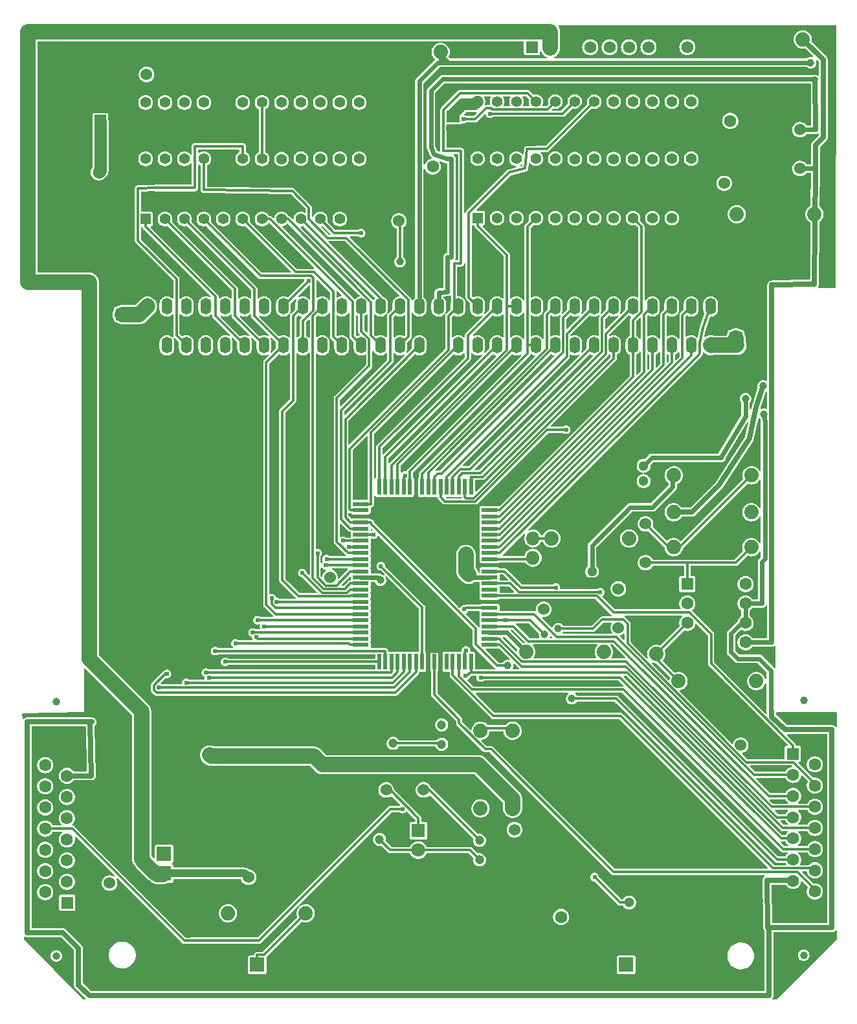
<source format=gbl>
G04 Layer: BottomLayer*
G04 EasyEDA v6.5.42, 2024-04-13 21:12:49*
G04 9533279679aa4dd5b2ccd963fcabda20,a2f4cb7aa3704937908c5b59a0d1150c,10*
G04 Gerber Generator version 0.2*
G04 Scale: 100 percent, Rotated: No, Reflected: No *
G04 Dimensions in millimeters *
G04 leading zeros omitted , absolute positions ,4 integer and 5 decimal *
%FSLAX45Y45*%
%MOMM*%

%AMMACRO1*21,1,$1,$2,0,0,$3*%
%ADD10C,0.3000*%
%ADD11C,0.3500*%
%ADD12C,2.0000*%
%ADD13C,0.6000*%
%ADD14C,0.6500*%
%ADD15C,1.5000*%
%ADD16C,1.6000*%
%ADD17C,1.0000*%
%ADD18R,1.7280X1.4850*%
%ADD19MACRO1,1.728X1.485X0.0000*%
%ADD20MACRO1,1.728X1.485X90.0000*%
%ADD21MACRO1,0.5715X2.0701X90.0000*%
%ADD22MACRO1,0.5715X2.0701X0.0000*%
%ADD23C,1.5240*%
%ADD24C,1.8796*%
%ADD25R,1.6002X1.6002*%
%ADD26C,1.6002*%
%ADD27C,1.3000*%
%ADD28C,1.1938*%
%ADD29R,1.8000X1.8000*%
%ADD30C,1.8000*%
%ADD31R,1.9304X1.9304*%
%ADD32R,1.3970X1.3970*%
%ADD33C,1.3970*%
%ADD34O,1.41986X2.159*%
%ADD35R,1.4199X2.0320*%
%ADD36R,1.5748X1.5748*%
%ADD37C,1.5748*%
%ADD38R,1.6000X1.6000*%
%ADD39O,1.7999964X1.7999964*%
%ADD40C,0.6100*%
%ADD41C,0.0194*%

%LPD*%
G36*
X8029905Y12728041D02*
G01*
X8025892Y12728448D01*
X8022386Y12730378D01*
X8019897Y12733528D01*
X8018780Y12737439D01*
X8019288Y12741402D01*
X8022234Y12750088D01*
X8024825Y12763042D01*
X8025688Y12776200D01*
X8024825Y12789357D01*
X8022234Y12802311D01*
X8018018Y12814808D01*
X8012175Y12826644D01*
X8009940Y12829997D01*
X8008366Y12834010D01*
X8008620Y12838379D01*
X8010652Y12842240D01*
X8014157Y12844830D01*
X8018373Y12845796D01*
X8091424Y12845796D01*
X8095691Y12844830D01*
X8099196Y12842138D01*
X8101228Y12838226D01*
X8101380Y12833807D01*
X8099704Y12829743D01*
X8097012Y12825933D01*
X8090966Y12814350D01*
X8086598Y12802006D01*
X8083956Y12789255D01*
X8083042Y12776200D01*
X8083956Y12763144D01*
X8086598Y12750393D01*
X8089544Y12742113D01*
X8090153Y12738303D01*
X8089239Y12734544D01*
X8087004Y12731343D01*
X8083753Y12729260D01*
X8079994Y12728549D01*
X8034934Y12728549D01*
G37*

%LPD*%
G36*
X8526322Y12716865D02*
G01*
X8522258Y12717678D01*
X8518906Y12720066D01*
X8516772Y12723622D01*
X8516213Y12727686D01*
X8517331Y12731699D01*
X8520633Y12738049D01*
X8525002Y12750393D01*
X8527643Y12763144D01*
X8528558Y12776200D01*
X8527643Y12789255D01*
X8525002Y12802006D01*
X8520633Y12814350D01*
X8514588Y12825933D01*
X8511895Y12829743D01*
X8510219Y12833807D01*
X8510371Y12838226D01*
X8512403Y12842138D01*
X8515908Y12844830D01*
X8520176Y12845796D01*
X8555177Y12845796D01*
X8559038Y12844983D01*
X8562340Y12842798D01*
X8592312Y12812826D01*
X8594445Y12809728D01*
X8595258Y12806019D01*
X8594598Y12802006D01*
X8591956Y12789255D01*
X8591042Y12776200D01*
X8591956Y12763144D01*
X8594598Y12750393D01*
X8598966Y12738049D01*
X8602268Y12731699D01*
X8603386Y12727686D01*
X8602827Y12723622D01*
X8600694Y12720066D01*
X8597341Y12717678D01*
X8593277Y12716865D01*
G37*

%LPD*%
G36*
X8272322Y12716865D02*
G01*
X8268258Y12717678D01*
X8264906Y12720066D01*
X8262772Y12723622D01*
X8262213Y12727686D01*
X8263331Y12731699D01*
X8266633Y12738049D01*
X8271002Y12750393D01*
X8273643Y12763144D01*
X8274558Y12776200D01*
X8273643Y12789255D01*
X8271002Y12802006D01*
X8266633Y12814350D01*
X8260588Y12825933D01*
X8257895Y12829743D01*
X8256219Y12833807D01*
X8256371Y12838226D01*
X8258403Y12842138D01*
X8261908Y12844830D01*
X8266175Y12845796D01*
X8345424Y12845796D01*
X8349691Y12844830D01*
X8353196Y12842138D01*
X8355228Y12838226D01*
X8355380Y12833807D01*
X8353704Y12829743D01*
X8351012Y12825933D01*
X8344966Y12814350D01*
X8340598Y12802006D01*
X8337956Y12789255D01*
X8337042Y12776200D01*
X8337956Y12763144D01*
X8340598Y12750393D01*
X8344966Y12738049D01*
X8348268Y12731699D01*
X8349386Y12727686D01*
X8348827Y12723622D01*
X8346694Y12720066D01*
X8343341Y12717678D01*
X8339277Y12716865D01*
G37*

%LPD*%
G36*
X7782966Y12585496D02*
G01*
X7779918Y12585954D01*
X7777124Y12587325D01*
X7768437Y12593421D01*
X7754569Y12599822D01*
X7751927Y12603073D01*
X7750809Y12607188D01*
X7751521Y12611354D01*
X7753807Y12614910D01*
X7773111Y12634214D01*
X7776413Y12636398D01*
X7780324Y12637211D01*
X7886344Y12637211D01*
X7899857Y12638074D01*
X7905191Y12638227D01*
X7909102Y12636398D01*
X7911846Y12633096D01*
X7913014Y12628981D01*
X7912404Y12624765D01*
X7910068Y12621158D01*
X7877454Y12588494D01*
X7874152Y12586258D01*
X7870240Y12585496D01*
G37*

%LPD*%
G36*
X7229246Y11954560D02*
G01*
X7225233Y11955221D01*
X7221829Y11957354D01*
X7219543Y11960707D01*
X7218730Y11964670D01*
X7218730Y13015518D01*
X7219492Y13019430D01*
X7221677Y13022732D01*
X7424267Y13225322D01*
X7427569Y13227507D01*
X7431481Y13228269D01*
X12226036Y13228269D01*
X12229287Y13227761D01*
X12232182Y13226237D01*
X12239650Y13220496D01*
X12249861Y13214959D01*
X12260783Y13211048D01*
X12272213Y13208812D01*
X12283795Y13208355D01*
X12295327Y13209727D01*
X12306554Y13212775D01*
X12317171Y13217550D01*
X12326874Y13223849D01*
X12335560Y13231571D01*
X12342977Y13240562D01*
X12348921Y13250519D01*
X12353239Y13261289D01*
X12355880Y13272617D01*
X12356795Y13284200D01*
X12355880Y13295782D01*
X12353594Y13305485D01*
X12353544Y13309854D01*
X12355322Y13313816D01*
X12358573Y13316712D01*
X12362738Y13317931D01*
X12367006Y13317372D01*
X12370714Y13314984D01*
X12384633Y13301065D01*
X12386818Y13297763D01*
X12387580Y13293902D01*
X12387580Y13126364D01*
X12386716Y13122300D01*
X12384328Y13118896D01*
X12380772Y13116763D01*
X12376658Y13116255D01*
X12372644Y13117423D01*
X12364262Y13121894D01*
X12355169Y13124942D01*
X12345619Y13126516D01*
X12335967Y13126466D01*
X12323013Y13124230D01*
X7467803Y13124230D01*
X7462723Y13123976D01*
X7457897Y13123367D01*
X7453122Y13122300D01*
X7448499Y13120827D01*
X7443978Y13118947D01*
X7439659Y13116712D01*
X7435545Y13114070D01*
X7431684Y13111124D01*
X7427925Y13107669D01*
X7275830Y12955574D01*
X7272375Y12951815D01*
X7269429Y12947954D01*
X7266787Y12943840D01*
X7264552Y12939522D01*
X7262672Y12935000D01*
X7261199Y12930378D01*
X7260132Y12925602D01*
X7259523Y12920776D01*
X7259269Y12915696D01*
X7259370Y12176353D01*
X7260183Y12169444D01*
X7260742Y12166701D01*
X7262723Y12160046D01*
X7301788Y12068606D01*
X7304430Y12063272D01*
X7306513Y12059869D01*
X7309866Y12055195D01*
X7312507Y12052198D01*
X7316673Y12048185D01*
X7319009Y12046305D01*
X7321499Y12043359D01*
X7322718Y12039752D01*
X7322515Y12035942D01*
X7320889Y12032488D01*
X7318146Y12029846D01*
X7314590Y12028424D01*
X7310424Y12027560D01*
X7297267Y12023140D01*
X7284872Y12016994D01*
X7273340Y12009323D01*
X7262926Y12000179D01*
X7253782Y11989765D01*
X7246112Y11978233D01*
X7239965Y11965838D01*
X7238492Y11961418D01*
X7236459Y11957913D01*
X7233208Y11955475D01*
G37*

%LPD*%
G36*
X8490407Y11929262D02*
G01*
X8486597Y11930786D01*
X8483701Y11933631D01*
X8482126Y11937390D01*
X8482177Y11941454D01*
X8483854Y11945213D01*
X8493963Y11953494D01*
X8497417Y11955373D01*
X8501380Y11955729D01*
X8505190Y11954560D01*
X8508238Y11952071D01*
X8510066Y11948566D01*
X8510473Y11944604D01*
X8510016Y11940133D01*
X8508746Y11936171D01*
X8506002Y11933021D01*
X8502243Y11931243D01*
X8494471Y11929414D01*
G37*

%LPD*%
G36*
X5986322Y11033760D02*
G01*
X5982462Y11034522D01*
X5979160Y11036757D01*
X5886094Y11129822D01*
X5883808Y11133328D01*
X5883097Y11137493D01*
X5884164Y11141557D01*
X5886805Y11144859D01*
X5890514Y11146790D01*
X5893968Y11147755D01*
X5897524Y11148110D01*
X5900978Y11147196D01*
X5903874Y11145164D01*
X5997905Y11051133D01*
X6000140Y11047831D01*
X6000902Y11043920D01*
X6000140Y11040059D01*
X5997905Y11036757D01*
X5994654Y11034522D01*
X5990742Y11033760D01*
G37*

%LPD*%
G36*
X7638237Y10699750D02*
G01*
X7633970Y10700715D01*
X7630464Y10703407D01*
X7628432Y10707319D01*
X7628229Y10711688D01*
X7634376Y10725099D01*
X7636916Y10734497D01*
X7637830Y10744657D01*
X7637830Y12026442D01*
X7636916Y12036602D01*
X7634376Y12046000D01*
X7630261Y12054840D01*
X7624673Y12062815D01*
X7617815Y12069673D01*
X7613954Y12072416D01*
X7611059Y12075515D01*
X7609687Y12079579D01*
X7610094Y12083796D01*
X7612176Y12087504D01*
X7615580Y12089993D01*
X7619746Y12090908D01*
X7657846Y12090908D01*
X7661706Y12090095D01*
X7665008Y12087910D01*
X7667244Y12084608D01*
X7668006Y12080748D01*
X7668006Y10709910D01*
X7667244Y10706049D01*
X7665008Y10702747D01*
X7661706Y10700512D01*
X7657846Y10699750D01*
G37*

%LPD*%
G36*
X12387173Y10338308D02*
G01*
X12382855Y10339273D01*
X12379401Y10341965D01*
X12377369Y10345826D01*
X12377166Y10350246D01*
X12378842Y10354310D01*
X12382754Y10360253D01*
X12385751Y10366502D01*
X12386716Y10369042D01*
X12388646Y10375696D01*
X12389205Y10378338D01*
X12390018Y10385247D01*
X12396927Y11197336D01*
X12397486Y11200536D01*
X12399060Y11203432D01*
X12401448Y11205718D01*
X12403937Y11207343D01*
X12415164Y11216944D01*
X12425070Y11227866D01*
X12433604Y11239906D01*
X12440615Y11252911D01*
X12445949Y11266678D01*
X12449505Y11280952D01*
X12451334Y11295634D01*
X12451334Y11310366D01*
X12449505Y11325047D01*
X12445949Y11339322D01*
X12440615Y11353088D01*
X12433604Y11366093D01*
X12425070Y11378133D01*
X12415164Y11389055D01*
X12400788Y11401399D01*
X12399213Y11404396D01*
X12398654Y11407698D01*
X12402820Y11899950D01*
X12402820Y12176302D01*
X12403582Y12180163D01*
X12405766Y12183465D01*
X12486995Y12264694D01*
X12493498Y12272365D01*
X12498425Y12280646D01*
X12501930Y12289637D01*
X12503962Y12299188D01*
X12504420Y12306604D01*
X12504420Y13321893D01*
X12503556Y13331901D01*
X12501219Y13341248D01*
X12497358Y13350087D01*
X12492024Y13358266D01*
X12487097Y13363803D01*
X12298527Y13552373D01*
X12296546Y13555218D01*
X12295632Y13558570D01*
X12295886Y13562025D01*
X12297105Y13566952D01*
X12298934Y13581634D01*
X12298934Y13596366D01*
X12297105Y13611047D01*
X12293549Y13625322D01*
X12288215Y13639088D01*
X12281204Y13652093D01*
X12272670Y13664133D01*
X12262764Y13675055D01*
X12251537Y13684656D01*
X12239244Y13692784D01*
X12226036Y13699388D01*
X12212116Y13704316D01*
X12197689Y13707465D01*
X12183008Y13708786D01*
X12168225Y13708380D01*
X12153646Y13706094D01*
X12139472Y13702030D01*
X12125858Y13696289D01*
X12113107Y13688923D01*
X12101322Y13680033D01*
X12090704Y13669772D01*
X12081459Y13658240D01*
X12073686Y13645692D01*
X12067540Y13632281D01*
X12063069Y13618260D01*
X12060326Y13603732D01*
X12059412Y13589000D01*
X12060326Y13574268D01*
X12063069Y13559739D01*
X12067540Y13545718D01*
X12073686Y13532307D01*
X12081459Y13519759D01*
X12090704Y13508228D01*
X12101322Y13497966D01*
X12113107Y13489076D01*
X12125858Y13481710D01*
X12139472Y13475969D01*
X12153646Y13471906D01*
X12168225Y13469619D01*
X12183008Y13469162D01*
X12197689Y13470534D01*
X12206579Y13472515D01*
X12209932Y13472668D01*
X12213183Y13471702D01*
X12215926Y13469772D01*
X12311837Y13373862D01*
X12314224Y13370153D01*
X12314783Y13365734D01*
X12313462Y13361568D01*
X12310465Y13358317D01*
X12306350Y13356640D01*
X12301982Y13356894D01*
X12295327Y13358672D01*
X12283795Y13360044D01*
X12272213Y13359587D01*
X12260783Y13357351D01*
X12249861Y13353440D01*
X12239650Y13347903D01*
X12232182Y13342162D01*
X12229287Y13340638D01*
X12226036Y13340130D01*
X8931757Y13340130D01*
X8927896Y13340842D01*
X8924645Y13343026D01*
X8922410Y13346277D01*
X8921597Y13350087D01*
X8922308Y13353948D01*
X8924391Y13357250D01*
X8927592Y13359536D01*
X8935821Y13363244D01*
X8948826Y13371118D01*
X8960764Y13380466D01*
X8971534Y13391235D01*
X8980881Y13403173D01*
X8988755Y13416178D01*
X8995003Y13430046D01*
X8999524Y13444575D01*
X9002268Y13459510D01*
X9003233Y13475004D01*
X9003233Y13690295D01*
X9002268Y13705789D01*
X8999524Y13720724D01*
X8995003Y13735253D01*
X8988755Y13749121D01*
X8980932Y13762024D01*
X8979560Y13766088D01*
X8979916Y13770305D01*
X8982049Y13774064D01*
X8985453Y13776553D01*
X8989618Y13777468D01*
X12606985Y13777468D01*
X12610846Y13776706D01*
X12614148Y13774470D01*
X12616332Y13771168D01*
X12617145Y13767307D01*
X12610642Y10348468D01*
X12609880Y10344556D01*
X12607696Y10341254D01*
X12604394Y10339070D01*
X12600482Y10338308D01*
G37*

%LPC*%
G36*
X9906000Y13382751D02*
G01*
X9919665Y13383666D01*
X9933076Y13386358D01*
X9946030Y13390727D01*
X9958324Y13396772D01*
X9969703Y13404392D01*
X9979964Y13413435D01*
X9989007Y13423696D01*
X9996627Y13435076D01*
X10002672Y13447369D01*
X10007041Y13460323D01*
X10009733Y13473734D01*
X10010648Y13487400D01*
X10009733Y13501065D01*
X10007041Y13514476D01*
X10002672Y13527430D01*
X9996627Y13539724D01*
X9989007Y13551103D01*
X9979964Y13561364D01*
X9969703Y13570407D01*
X9958324Y13578027D01*
X9946030Y13584072D01*
X9933076Y13588441D01*
X9919665Y13591133D01*
X9906000Y13592048D01*
X9892334Y13591133D01*
X9878923Y13588441D01*
X9865969Y13584072D01*
X9853676Y13578027D01*
X9842296Y13570407D01*
X9832035Y13561364D01*
X9822992Y13551103D01*
X9815372Y13539724D01*
X9809327Y13527430D01*
X9804958Y13514476D01*
X9802266Y13501065D01*
X9801352Y13487400D01*
X9802266Y13473734D01*
X9804958Y13460323D01*
X9809327Y13447369D01*
X9815372Y13435076D01*
X9822992Y13423696D01*
X9832035Y13413435D01*
X9842296Y13404392D01*
X9853676Y13396772D01*
X9865969Y13390727D01*
X9878923Y13386358D01*
X9892334Y13383666D01*
G37*
G36*
X9652000Y13382751D02*
G01*
X9665665Y13383666D01*
X9679076Y13386358D01*
X9692030Y13390727D01*
X9704324Y13396772D01*
X9715703Y13404392D01*
X9725964Y13413435D01*
X9735007Y13423696D01*
X9742627Y13435076D01*
X9748672Y13447369D01*
X9753041Y13460323D01*
X9755733Y13473734D01*
X9756648Y13487400D01*
X9755733Y13501065D01*
X9753041Y13514476D01*
X9748672Y13527430D01*
X9742627Y13539724D01*
X9735007Y13551103D01*
X9725964Y13561364D01*
X9715703Y13570407D01*
X9704324Y13578027D01*
X9692030Y13584072D01*
X9679076Y13588441D01*
X9665665Y13591133D01*
X9652000Y13592048D01*
X9638334Y13591133D01*
X9624923Y13588441D01*
X9611969Y13584072D01*
X9599676Y13578027D01*
X9588296Y13570407D01*
X9578035Y13561364D01*
X9568992Y13551103D01*
X9561372Y13539724D01*
X9555327Y13527430D01*
X9550958Y13514476D01*
X9548266Y13501065D01*
X9547352Y13487400D01*
X9548266Y13473734D01*
X9550958Y13460323D01*
X9555327Y13447369D01*
X9561372Y13435076D01*
X9568992Y13423696D01*
X9578035Y13413435D01*
X9588296Y13404392D01*
X9599676Y13396772D01*
X9611969Y13390727D01*
X9624923Y13386358D01*
X9638334Y13383666D01*
G37*
G36*
X10160000Y13382751D02*
G01*
X10173665Y13383666D01*
X10187076Y13386358D01*
X10200030Y13390727D01*
X10212324Y13396772D01*
X10223703Y13404392D01*
X10233964Y13413435D01*
X10243007Y13423696D01*
X10250627Y13435076D01*
X10256672Y13447369D01*
X10261041Y13460323D01*
X10263733Y13473734D01*
X10264648Y13487400D01*
X10263733Y13501065D01*
X10261041Y13514476D01*
X10256672Y13527430D01*
X10250627Y13539724D01*
X10243007Y13551103D01*
X10233964Y13561364D01*
X10223703Y13570407D01*
X10212324Y13578027D01*
X10200030Y13584072D01*
X10187076Y13588441D01*
X10173665Y13591133D01*
X10160000Y13592048D01*
X10146334Y13591133D01*
X10132923Y13588441D01*
X10119969Y13584072D01*
X10107676Y13578027D01*
X10096296Y13570407D01*
X10086035Y13561364D01*
X10076992Y13551103D01*
X10069372Y13539724D01*
X10063327Y13527430D01*
X10058958Y13514476D01*
X10056266Y13501065D01*
X10055352Y13487400D01*
X10056266Y13473734D01*
X10058958Y13460323D01*
X10063327Y13447369D01*
X10069372Y13435076D01*
X10076992Y13423696D01*
X10086035Y13413435D01*
X10096296Y13404392D01*
X10107676Y13396772D01*
X10119969Y13390727D01*
X10132923Y13386358D01*
X10146334Y13383666D01*
G37*
G36*
X9398000Y13382751D02*
G01*
X9411665Y13383666D01*
X9425076Y13386358D01*
X9438030Y13390727D01*
X9450324Y13396772D01*
X9461703Y13404392D01*
X9471964Y13413435D01*
X9481007Y13423696D01*
X9488627Y13435076D01*
X9494672Y13447369D01*
X9499041Y13460323D01*
X9501733Y13473734D01*
X9502648Y13487400D01*
X9501733Y13501065D01*
X9499041Y13514476D01*
X9494672Y13527430D01*
X9488627Y13539724D01*
X9481007Y13551103D01*
X9471964Y13561364D01*
X9461703Y13570407D01*
X9450324Y13578027D01*
X9438030Y13584072D01*
X9425076Y13588441D01*
X9411665Y13591133D01*
X9398000Y13592048D01*
X9384334Y13591133D01*
X9370923Y13588441D01*
X9357969Y13584072D01*
X9345676Y13578027D01*
X9334296Y13570407D01*
X9324035Y13561364D01*
X9314992Y13551103D01*
X9307372Y13539724D01*
X9301327Y13527430D01*
X9296958Y13514476D01*
X9294266Y13501065D01*
X9293352Y13487400D01*
X9294266Y13473734D01*
X9296958Y13460323D01*
X9301327Y13447369D01*
X9307372Y13435076D01*
X9314992Y13423696D01*
X9324035Y13413435D01*
X9334296Y13404392D01*
X9345676Y13396772D01*
X9357969Y13390727D01*
X9370923Y13386358D01*
X9384334Y13383666D01*
G37*
G36*
X10668000Y13382751D02*
G01*
X10681665Y13383666D01*
X10695076Y13386358D01*
X10708030Y13390727D01*
X10720324Y13396772D01*
X10731703Y13404392D01*
X10741964Y13413435D01*
X10751007Y13423696D01*
X10758627Y13435076D01*
X10764672Y13447369D01*
X10769041Y13460323D01*
X10771733Y13473734D01*
X10772648Y13487400D01*
X10771733Y13501065D01*
X10769041Y13514476D01*
X10764672Y13527430D01*
X10758627Y13539724D01*
X10751007Y13551103D01*
X10741964Y13561364D01*
X10731703Y13570407D01*
X10720324Y13578027D01*
X10708030Y13584072D01*
X10695076Y13588441D01*
X10681665Y13591133D01*
X10668000Y13592048D01*
X10654334Y13591133D01*
X10640923Y13588441D01*
X10627969Y13584072D01*
X10615676Y13578027D01*
X10604296Y13570407D01*
X10594035Y13561364D01*
X10584992Y13551103D01*
X10577372Y13539724D01*
X10571327Y13527430D01*
X10566958Y13514476D01*
X10564266Y13501065D01*
X10563352Y13487400D01*
X10564266Y13473734D01*
X10566958Y13460323D01*
X10571327Y13447369D01*
X10577372Y13435076D01*
X10584992Y13423696D01*
X10594035Y13413435D01*
X10604296Y13404392D01*
X10615676Y13396772D01*
X10627969Y13390727D01*
X10640923Y13386358D01*
X10654334Y13383666D01*
G37*

%LPD*%
G36*
X6088126Y10211917D02*
G01*
X6083858Y10212324D01*
X6080150Y10214406D01*
X6077610Y10217861D01*
X6076696Y10222026D01*
X6076696Y10287050D01*
X6077508Y10290962D01*
X6079693Y10294264D01*
X6082995Y10296448D01*
X6086856Y10297210D01*
X6090767Y10296448D01*
X6094069Y10294264D01*
X6141567Y10246766D01*
X6143955Y10242956D01*
X6144463Y10238536D01*
X6143040Y10234269D01*
X6139942Y10231069D01*
X6135776Y10229494D01*
X6127089Y10228326D01*
X6114338Y10224719D01*
X6102248Y10219486D01*
X6092139Y10213340D01*
G37*

%LPD*%
G36*
X6317792Y10190632D02*
G01*
X6313779Y10191394D01*
X6310426Y10193629D01*
X5375046Y11128959D01*
X5372760Y11132515D01*
X5372100Y11136630D01*
X5373166Y11140694D01*
X5375757Y11143996D01*
X5379466Y11145926D01*
X5391454Y11149279D01*
X5403443Y11154511D01*
X5414619Y11161268D01*
X5424728Y11169548D01*
X5431942Y11177270D01*
X5435244Y11179606D01*
X5439206Y11180470D01*
X5443169Y11179708D01*
X5446572Y11177473D01*
X6380276Y10243820D01*
X6382562Y10240264D01*
X6383223Y10236149D01*
X6382156Y10232085D01*
X6379514Y10228783D01*
X6375806Y10226852D01*
X6368338Y10224719D01*
X6356248Y10219486D01*
X6344920Y10212628D01*
X6334709Y10204246D01*
X6325057Y10193883D01*
X6321755Y10191496D01*
G37*

%LPD*%
G36*
X5724042Y10186212D02*
G01*
X5719978Y10187584D01*
X5716879Y10190480D01*
X5713933Y10194594D01*
X5704941Y10204246D01*
X5694680Y10212628D01*
X5683351Y10219486D01*
X5671261Y10224719D01*
X5658510Y10228326D01*
X5645404Y10230104D01*
X5632196Y10230104D01*
X5619089Y10228326D01*
X5606338Y10224719D01*
X5594248Y10219486D01*
X5589574Y10217658D01*
X5585409Y10217962D01*
X5581751Y10219944D01*
X5579160Y10223246D01*
X5578094Y10227310D01*
X5578805Y10231424D01*
X5581091Y10234930D01*
X5713831Y10367670D01*
X5716676Y10369702D01*
X5720130Y10370616D01*
X5724296Y10370972D01*
X5728462Y10370464D01*
X5732018Y10368330D01*
X5734456Y10364927D01*
X5735320Y10360812D01*
X5735320Y10196322D01*
X5734456Y10192156D01*
X5731916Y10188752D01*
X5728258Y10186619D01*
G37*

%LPD*%
G36*
X6562750Y10180015D02*
G01*
X6559296Y10181082D01*
X6556451Y10183317D01*
X5613095Y11126622D01*
X5610707Y11130432D01*
X5610199Y11134902D01*
X5611622Y11139119D01*
X5614720Y11142319D01*
X5618937Y11143894D01*
X5632907Y11145774D01*
X5639968Y11147755D01*
X5643524Y11148110D01*
X5646978Y11147196D01*
X5649874Y11145164D01*
X6582765Y10212273D01*
X6584899Y10209072D01*
X6585712Y10205262D01*
X6585051Y10201452D01*
X6582968Y10198150D01*
X6579666Y10194594D01*
X6572300Y10184231D01*
X6569709Y10181691D01*
X6566408Y10180218D01*
G37*

%LPD*%
G36*
X5982665Y10178237D02*
G01*
X5978601Y10180116D01*
X5975553Y10183774D01*
X5967933Y10194594D01*
X5958941Y10204246D01*
X5948680Y10212628D01*
X5937351Y10219486D01*
X5925261Y10224719D01*
X5912510Y10228326D01*
X5899404Y10230104D01*
X5886196Y10230104D01*
X5873089Y10228326D01*
X5860338Y10224719D01*
X5848248Y10219486D01*
X5836920Y10212628D01*
X5833719Y10209987D01*
X5830366Y10208209D01*
X5826607Y10207752D01*
X5822950Y10208717D01*
X5819902Y10210952D01*
X5817870Y10214152D01*
X5817158Y10217861D01*
X5817158Y10429341D01*
X5817920Y10433253D01*
X5820105Y10436555D01*
X5823407Y10438739D01*
X5827318Y10439501D01*
X5831179Y10438739D01*
X5834481Y10436555D01*
X5991910Y10279126D01*
X5994146Y10275824D01*
X5994908Y10271963D01*
X5994908Y10188194D01*
X5993892Y10183825D01*
X5991148Y10180320D01*
X5987135Y10178338D01*
G37*

%LPD*%
G36*
X7510475Y9998506D02*
G01*
X7506512Y9999421D01*
X7503210Y10001808D01*
X7501128Y10005314D01*
X7500569Y10009378D01*
X7501686Y10013289D01*
X7505649Y10020960D01*
X7510068Y10033406D01*
X7512761Y10046360D01*
X7513726Y10059873D01*
X7513726Y10133126D01*
X7512761Y10146639D01*
X7510068Y10159593D01*
X7505649Y10172039D01*
X7499553Y10183774D01*
X7491933Y10194594D01*
X7482941Y10204246D01*
X7477048Y10209022D01*
X7474508Y10212120D01*
X7473340Y10215930D01*
X7473797Y10219944D01*
X7475677Y10223449D01*
X7478826Y10225938D01*
X7482687Y10227056D01*
X7535316Y10231272D01*
X7540853Y10231932D01*
X7545120Y10232898D01*
X7550251Y10234472D01*
X7554315Y10236149D01*
X7559090Y10238587D01*
X7561732Y10240264D01*
X7565745Y10241737D01*
X7570063Y10241432D01*
X7573822Y10239349D01*
X7576413Y10235895D01*
X7577328Y10231678D01*
X7577328Y10159695D01*
X7577124Y10157612D01*
X7574838Y10146639D01*
X7573924Y10133126D01*
X7573924Y10061651D01*
X7573111Y10057790D01*
X7570927Y10054488D01*
X7517892Y10001453D01*
X7514488Y9999218D01*
G37*

%LPD*%
G36*
X6748475Y9998506D02*
G01*
X6744512Y9999421D01*
X6741210Y10001808D01*
X6739128Y10005314D01*
X6738569Y10009378D01*
X6739686Y10013289D01*
X6743649Y10020960D01*
X6748068Y10033406D01*
X6750761Y10046360D01*
X6751726Y10059873D01*
X6751726Y10133126D01*
X6750761Y10146639D01*
X6748068Y10159593D01*
X6743649Y10172039D01*
X6737553Y10183774D01*
X6729933Y10194594D01*
X6720941Y10204246D01*
X6710680Y10212628D01*
X6699351Y10219486D01*
X6686854Y10224922D01*
X6683705Y10227056D01*
X5976112Y10934598D01*
X5973927Y10937900D01*
X5973165Y10941812D01*
X5973927Y10945672D01*
X5976112Y10948974D01*
X5979414Y10951159D01*
X5983325Y10951972D01*
X6187643Y10951972D01*
X6191504Y10951210D01*
X6194806Y10948974D01*
X6898030Y10246004D01*
X6900418Y10242194D01*
X6900925Y10237774D01*
X6899503Y10233507D01*
X6896404Y10230307D01*
X6892239Y10228732D01*
X6889089Y10228326D01*
X6876338Y10224719D01*
X6864248Y10219486D01*
X6852920Y10212628D01*
X6842658Y10204246D01*
X6833666Y10194594D01*
X6826046Y10183774D01*
X6819950Y10172039D01*
X6815531Y10159593D01*
X6812838Y10146639D01*
X6811924Y10133126D01*
X6811924Y10061651D01*
X6811111Y10057790D01*
X6808927Y10054488D01*
X6755892Y10001453D01*
X6752488Y9999218D01*
G37*

%LPD*%
G36*
X8018475Y9998506D02*
G01*
X8014512Y9999421D01*
X8011210Y10001808D01*
X8009128Y10005314D01*
X8008569Y10009378D01*
X8009686Y10013289D01*
X8013649Y10020960D01*
X8018068Y10033406D01*
X8020761Y10046360D01*
X8021726Y10059873D01*
X8021726Y10133126D01*
X8020761Y10146639D01*
X8018068Y10159593D01*
X8013649Y10172039D01*
X8007553Y10183774D01*
X7999933Y10194594D01*
X7990941Y10204246D01*
X7980680Y10212628D01*
X7969351Y10219486D01*
X7957261Y10224719D01*
X7944510Y10228326D01*
X7931403Y10230104D01*
X7918196Y10230104D01*
X7905089Y10228326D01*
X7892338Y10224719D01*
X7880248Y10219486D01*
X7874253Y10215829D01*
X7870037Y10214406D01*
X7865567Y10214965D01*
X7861808Y10217353D01*
X7854137Y10225024D01*
X7851952Y10228326D01*
X7851140Y10232186D01*
X7851140Y11146282D01*
X7851952Y11150193D01*
X7854137Y11153444D01*
X7857439Y11155680D01*
X7861300Y11156442D01*
X7874304Y11156442D01*
X7877962Y11155781D01*
X7881112Y11153800D01*
X7883398Y11150854D01*
X7884414Y11147298D01*
X7884718Y11144148D01*
X7887055Y11136477D01*
X7890814Y11129416D01*
X7896250Y11122863D01*
X8261908Y10757154D01*
X8264144Y10753852D01*
X8264906Y10749991D01*
X8264906Y10208666D01*
X8264093Y10204704D01*
X8261858Y10201402D01*
X8258454Y10199217D01*
X8254492Y10198506D01*
X8250580Y10199370D01*
X8247329Y10201706D01*
X8244941Y10204246D01*
X8234680Y10212628D01*
X8223351Y10219486D01*
X8211261Y10224719D01*
X8198510Y10228326D01*
X8185403Y10230104D01*
X8172196Y10230104D01*
X8159089Y10228326D01*
X8146338Y10224719D01*
X8134248Y10219486D01*
X8122920Y10212628D01*
X8112658Y10204246D01*
X8103666Y10194594D01*
X8096046Y10183774D01*
X8089950Y10172039D01*
X8085531Y10159593D01*
X8082838Y10146639D01*
X8081924Y10133126D01*
X8081924Y10061651D01*
X8081111Y10057790D01*
X8078927Y10054488D01*
X8025892Y10001453D01*
X8022488Y9999218D01*
G37*

%LPD*%
G36*
X5478475Y9998506D02*
G01*
X5474512Y9999421D01*
X5471210Y10001808D01*
X5469128Y10005314D01*
X5468569Y10009378D01*
X5469686Y10013289D01*
X5473649Y10020960D01*
X5478068Y10033406D01*
X5480761Y10046360D01*
X5481726Y10059873D01*
X5481726Y10131348D01*
X5482488Y10135209D01*
X5484672Y10138511D01*
X5537708Y10191546D01*
X5541111Y10193782D01*
X5545124Y10194493D01*
X5549087Y10193578D01*
X5552389Y10191191D01*
X5554472Y10187635D01*
X5554980Y10183622D01*
X5553913Y10179659D01*
X5549950Y10172039D01*
X5545531Y10159593D01*
X5542838Y10146639D01*
X5541924Y10133126D01*
X5541924Y10061651D01*
X5541111Y10057790D01*
X5538927Y10054488D01*
X5485892Y10001453D01*
X5482488Y9999218D01*
G37*

%LPD*%
G36*
X9604146Y9805873D02*
G01*
X9600234Y9806686D01*
X9596932Y9808870D01*
X9594748Y9812172D01*
X9593986Y9816033D01*
X9593986Y9925608D01*
X9594748Y9929520D01*
X9596932Y9932771D01*
X9639808Y9975646D01*
X9643567Y9978034D01*
X9648037Y9978593D01*
X9652254Y9977170D01*
X9658248Y9973513D01*
X9670338Y9968280D01*
X9683089Y9964674D01*
X9696196Y9962896D01*
X9709404Y9962896D01*
X9722510Y9964674D01*
X9735261Y9968280D01*
X9747351Y9973513D01*
X9752025Y9975342D01*
X9756190Y9975037D01*
X9759899Y9973056D01*
X9762490Y9969804D01*
X9763506Y9965740D01*
X9762845Y9961626D01*
X9760559Y9958120D01*
X9611309Y9808870D01*
X9608007Y9806686D01*
G37*

%LPD*%
G36*
X9096095Y9805873D02*
G01*
X9092234Y9806635D01*
X9088932Y9808819D01*
X9086748Y9812121D01*
X9085935Y9816033D01*
X9085935Y9925608D01*
X9086748Y9929469D01*
X9088932Y9932771D01*
X9131808Y9975646D01*
X9135567Y9978034D01*
X9140037Y9978593D01*
X9144254Y9977170D01*
X9150248Y9973513D01*
X9162338Y9968280D01*
X9175089Y9964674D01*
X9188196Y9962896D01*
X9201404Y9962896D01*
X9214510Y9964674D01*
X9227261Y9968280D01*
X9239351Y9973513D01*
X9244025Y9975342D01*
X9248190Y9975037D01*
X9251899Y9973056D01*
X9254490Y9969804D01*
X9255506Y9965740D01*
X9254845Y9961626D01*
X9252559Y9958120D01*
X9103309Y9808819D01*
X9100007Y9806635D01*
G37*

%LPD*%
G36*
X6476746Y9759696D02*
G01*
X6472834Y9760458D01*
X6469532Y9762642D01*
X6444691Y9787534D01*
X6442506Y9790836D01*
X6441694Y9794697D01*
X6441694Y9965588D01*
X6442303Y9968992D01*
X6443980Y9971989D01*
X6446570Y9974275D01*
X6456680Y9980422D01*
X6466941Y9988753D01*
X6469329Y9991293D01*
X6472580Y9993630D01*
X6476492Y9994493D01*
X6480454Y9993833D01*
X6483858Y9991648D01*
X6486093Y9988296D01*
X6486906Y9984384D01*
X6486906Y9769856D01*
X6486144Y9765944D01*
X6483908Y9762642D01*
X6480606Y9760458D01*
G37*

%LPD*%
G36*
X6346037Y9706406D02*
G01*
X6341567Y9706965D01*
X6337808Y9709353D01*
X6333693Y9713468D01*
X6331508Y9716770D01*
X6330696Y9720630D01*
X6330696Y9970973D01*
X6331610Y9975138D01*
X6334150Y9978593D01*
X6337858Y9980676D01*
X6342126Y9981082D01*
X6346139Y9979660D01*
X6355029Y9974275D01*
X6357620Y9971989D01*
X6359296Y9968992D01*
X6359906Y9965588D01*
X6359906Y9774072D01*
X6360718Y9765588D01*
X6363055Y9757918D01*
X6366814Y9750856D01*
X6372250Y9744303D01*
X6380632Y9735921D01*
X6382918Y9732365D01*
X6383578Y9728250D01*
X6382512Y9724186D01*
X6379870Y9720884D01*
X6376162Y9718954D01*
X6368338Y9716719D01*
X6356248Y9711486D01*
X6350254Y9707829D01*
G37*

%LPD*%
G36*
X4822037Y9706406D02*
G01*
X4817567Y9706965D01*
X4813808Y9709353D01*
X4565040Y9958120D01*
X4562754Y9961626D01*
X4562094Y9965740D01*
X4563110Y9969804D01*
X4565700Y9973056D01*
X4569409Y9975037D01*
X4573574Y9975342D01*
X4578248Y9973513D01*
X4590338Y9968280D01*
X4603089Y9964674D01*
X4616196Y9962896D01*
X4629404Y9962896D01*
X4642510Y9964674D01*
X4655261Y9968280D01*
X4667351Y9973513D01*
X4678680Y9980422D01*
X4688941Y9988753D01*
X4691329Y9991293D01*
X4694580Y9993630D01*
X4698492Y9994493D01*
X4702454Y9993833D01*
X4705858Y9991648D01*
X4708093Y9988296D01*
X4708906Y9984384D01*
X4708906Y9970008D01*
X4709718Y9961524D01*
X4712055Y9953853D01*
X4715814Y9946792D01*
X4721250Y9940239D01*
X4934508Y9726930D01*
X4936794Y9723424D01*
X4937506Y9719310D01*
X4936439Y9715246D01*
X4933848Y9711944D01*
X4930190Y9709962D01*
X4926025Y9709658D01*
X4921351Y9711486D01*
X4909261Y9716719D01*
X4896510Y9720326D01*
X4883404Y9722104D01*
X4870196Y9722104D01*
X4857089Y9720326D01*
X4844338Y9716719D01*
X4832248Y9711486D01*
X4826254Y9707829D01*
G37*

%LPD*%
G36*
X5076037Y9706406D02*
G01*
X5071567Y9706965D01*
X5067808Y9709353D01*
X4819040Y9958120D01*
X4816754Y9961626D01*
X4816094Y9965740D01*
X4817110Y9969804D01*
X4819700Y9973056D01*
X4823409Y9975037D01*
X4827574Y9975342D01*
X4832248Y9973513D01*
X4844338Y9968280D01*
X4857089Y9964674D01*
X4870196Y9962896D01*
X4883404Y9962896D01*
X4896510Y9964674D01*
X4909261Y9968280D01*
X4921351Y9973513D01*
X4932680Y9980422D01*
X4942941Y9988753D01*
X4945329Y9991293D01*
X4948580Y9993630D01*
X4952492Y9994493D01*
X4956454Y9993833D01*
X4959858Y9991648D01*
X4962093Y9988296D01*
X4962906Y9984384D01*
X4962906Y9970008D01*
X4963718Y9961524D01*
X4966055Y9953853D01*
X4969814Y9946792D01*
X4975250Y9940239D01*
X5188508Y9726930D01*
X5190794Y9723424D01*
X5191506Y9719310D01*
X5190439Y9715246D01*
X5187848Y9711944D01*
X5184190Y9709962D01*
X5180025Y9709658D01*
X5175351Y9711486D01*
X5163261Y9716719D01*
X5150510Y9720326D01*
X5137404Y9722104D01*
X5124196Y9722104D01*
X5111089Y9720326D01*
X5098338Y9716719D01*
X5086248Y9711486D01*
X5080254Y9707829D01*
G37*

%LPD*%
G36*
X8882126Y9703968D02*
G01*
X8877909Y9704324D01*
X8874150Y9706406D01*
X8871610Y9709861D01*
X8870746Y9714026D01*
X8870746Y9964369D01*
X8871508Y9968280D01*
X8873693Y9971532D01*
X8877808Y9975646D01*
X8881567Y9978034D01*
X8886037Y9978593D01*
X8890254Y9977170D01*
X8896248Y9973513D01*
X8908338Y9968280D01*
X8921089Y9964674D01*
X8934196Y9962896D01*
X8947404Y9962896D01*
X8960510Y9964674D01*
X8973261Y9968280D01*
X8985351Y9973513D01*
X8994902Y9979355D01*
X8999067Y9980777D01*
X9003436Y9980269D01*
X9007195Y9978034D01*
X9009634Y9974427D01*
X9010345Y9970109D01*
X9009176Y9965842D01*
X9007297Y9962388D01*
X9004960Y9954717D01*
X9004147Y9946233D01*
X9004147Y9718141D01*
X9003233Y9713976D01*
X9000693Y9710521D01*
X8996984Y9708438D01*
X8992717Y9708032D01*
X8988704Y9709454D01*
X8985351Y9711486D01*
X8973261Y9716719D01*
X8960510Y9720326D01*
X8947404Y9722104D01*
X8934196Y9722104D01*
X8921089Y9720326D01*
X8908338Y9716719D01*
X8896248Y9711486D01*
X8886190Y9705340D01*
G37*

%LPD*%
G36*
X6833108Y9690506D02*
G01*
X6829145Y9691217D01*
X6825742Y9693402D01*
X6823506Y9696704D01*
X6822694Y9700666D01*
X6822694Y9948367D01*
X6823506Y9952228D01*
X6825691Y9955530D01*
X6845808Y9975646D01*
X6849567Y9978034D01*
X6854037Y9978593D01*
X6858253Y9977170D01*
X6864248Y9973513D01*
X6876338Y9968280D01*
X6889089Y9964674D01*
X6902196Y9962896D01*
X6915403Y9962896D01*
X6928510Y9964674D01*
X6941261Y9968280D01*
X6953351Y9973513D01*
X6963714Y9979812D01*
X6967728Y9981234D01*
X6971995Y9980828D01*
X6975703Y9978745D01*
X6978243Y9975291D01*
X6979158Y9971125D01*
X6979158Y9720681D01*
X6978345Y9716770D01*
X6976160Y9713468D01*
X6971893Y9709251D01*
X6968134Y9706864D01*
X6963714Y9706356D01*
X6959447Y9707778D01*
X6953351Y9711486D01*
X6941261Y9716719D01*
X6928510Y9720326D01*
X6915403Y9722104D01*
X6902196Y9722104D01*
X6889089Y9720326D01*
X6876338Y9716719D01*
X6864248Y9711486D01*
X6852920Y9704628D01*
X6842658Y9696246D01*
X6840270Y9693706D01*
X6837019Y9691370D01*
G37*

%LPD*%
G36*
X7595108Y9690506D02*
G01*
X7591145Y9691217D01*
X7587742Y9693402D01*
X7585506Y9696704D01*
X7584694Y9700666D01*
X7584694Y9948367D01*
X7585506Y9952228D01*
X7587691Y9955530D01*
X7607808Y9975646D01*
X7611567Y9978034D01*
X7616037Y9978593D01*
X7620253Y9977170D01*
X7626248Y9973513D01*
X7638338Y9968280D01*
X7651089Y9964674D01*
X7664196Y9962896D01*
X7677403Y9962896D01*
X7690510Y9964674D01*
X7703261Y9968280D01*
X7715351Y9973513D01*
X7726680Y9980422D01*
X7736941Y9988753D01*
X7745933Y9998405D01*
X7753553Y10009225D01*
X7759649Y10020960D01*
X7764068Y10033406D01*
X7766761Y10046360D01*
X7767726Y10059873D01*
X7767726Y10133126D01*
X7766761Y10146639D01*
X7764068Y10159593D01*
X7759649Y10172039D01*
X7753553Y10183774D01*
X7745933Y10194594D01*
X7736941Y10204246D01*
X7726680Y10212628D01*
X7715351Y10219486D01*
X7703261Y10224719D01*
X7690510Y10228326D01*
X7677403Y10230104D01*
X7669275Y10230104D01*
X7665415Y10230866D01*
X7662113Y10233101D01*
X7659928Y10236403D01*
X7659116Y10240264D01*
X7659116Y10607802D01*
X7659928Y10611662D01*
X7662113Y10614964D01*
X7665415Y10617149D01*
X7669275Y10617962D01*
X7708392Y10617962D01*
X7716875Y10618774D01*
X7724546Y10621111D01*
X7731607Y10624870D01*
X7737805Y10629950D01*
X7742885Y10636148D01*
X7746644Y10643209D01*
X7750403Y10656011D01*
X7753400Y10659211D01*
X7757464Y10660837D01*
X7761833Y10660634D01*
X7765745Y10658602D01*
X7768386Y10655096D01*
X7769352Y10650829D01*
X7769352Y10211562D01*
X7770164Y10203078D01*
X7772501Y10195407D01*
X7776260Y10188346D01*
X7781696Y10181793D01*
X7824927Y10138511D01*
X7827111Y10135209D01*
X7827924Y10131348D01*
X7827924Y10059873D01*
X7828838Y10046360D01*
X7831531Y10033406D01*
X7835950Y10020960D01*
X7842046Y10009225D01*
X7849666Y9998405D01*
X7858658Y9988753D01*
X7868920Y9980422D01*
X7880248Y9973513D01*
X7892338Y9968280D01*
X7905089Y9964674D01*
X7918196Y9962896D01*
X7931403Y9962896D01*
X7944510Y9964674D01*
X7957261Y9968280D01*
X7969351Y9973513D01*
X7974025Y9975342D01*
X7978190Y9975037D01*
X7981899Y9973056D01*
X7984490Y9969804D01*
X7985506Y9965740D01*
X7984845Y9961626D01*
X7982559Y9958120D01*
X7769250Y9744760D01*
X7763814Y9738207D01*
X7760055Y9731146D01*
X7757718Y9723475D01*
X7756906Y9714992D01*
X7756906Y9700666D01*
X7756093Y9696704D01*
X7753858Y9693402D01*
X7750454Y9691217D01*
X7746492Y9690506D01*
X7742580Y9691370D01*
X7739329Y9693706D01*
X7736941Y9696246D01*
X7726680Y9704628D01*
X7715351Y9711486D01*
X7703261Y9716719D01*
X7690510Y9720326D01*
X7677403Y9722104D01*
X7664196Y9722104D01*
X7651089Y9720326D01*
X7638338Y9716719D01*
X7626248Y9711486D01*
X7614920Y9704628D01*
X7604658Y9696246D01*
X7602270Y9693706D01*
X7599019Y9691370D01*
G37*

%LPD*%
G36*
X5563108Y9690506D02*
G01*
X5559145Y9691217D01*
X5555742Y9693402D01*
X5553506Y9696704D01*
X5552694Y9700666D01*
X5552694Y9948367D01*
X5553506Y9952228D01*
X5555691Y9955530D01*
X5575808Y9975646D01*
X5579567Y9978034D01*
X5584037Y9978593D01*
X5588254Y9977170D01*
X5594248Y9973513D01*
X5606338Y9968280D01*
X5617870Y9965029D01*
X5621578Y9963099D01*
X5624220Y9959797D01*
X5625287Y9955733D01*
X5624626Y9951567D01*
X5622290Y9948062D01*
X5610250Y9935972D01*
X5604814Y9929418D01*
X5601055Y9922357D01*
X5598718Y9914686D01*
X5597906Y9906203D01*
X5597906Y9719411D01*
X5597296Y9716008D01*
X5595620Y9713010D01*
X5593029Y9710724D01*
X5582920Y9704628D01*
X5572658Y9696246D01*
X5570270Y9693706D01*
X5567019Y9691370D01*
G37*

%LPD*%
G36*
X6730492Y9690506D02*
G01*
X6726580Y9691370D01*
X6723329Y9693706D01*
X6720941Y9696246D01*
X6710680Y9704628D01*
X6699351Y9711486D01*
X6687261Y9716719D01*
X6674510Y9720326D01*
X6661403Y9722104D01*
X6648196Y9722104D01*
X6635089Y9720326D01*
X6622338Y9716719D01*
X6610248Y9711486D01*
X6604253Y9707829D01*
X6600037Y9706406D01*
X6595567Y9706965D01*
X6591808Y9709353D01*
X6571691Y9729470D01*
X6569506Y9732772D01*
X6568694Y9736632D01*
X6568694Y9984384D01*
X6569506Y9988296D01*
X6571742Y9991648D01*
X6575145Y9993833D01*
X6579108Y9994493D01*
X6583019Y9993630D01*
X6586270Y9991293D01*
X6588658Y9988753D01*
X6598920Y9980422D01*
X6610248Y9973513D01*
X6622338Y9968280D01*
X6635089Y9964674D01*
X6648196Y9962896D01*
X6661403Y9962896D01*
X6674510Y9964674D01*
X6687261Y9968280D01*
X6699351Y9973513D01*
X6710680Y9980422D01*
X6720941Y9988753D01*
X6726986Y9995204D01*
X6730695Y9997744D01*
X6735165Y9998405D01*
X6739483Y9997084D01*
X6742785Y9994036D01*
X6744411Y9989820D01*
X6744106Y9985349D01*
X6741718Y9977475D01*
X6740906Y9968992D01*
X6740906Y9700666D01*
X6740093Y9696704D01*
X6737858Y9693402D01*
X6734454Y9691217D01*
G37*

%LPD*%
G36*
X5460492Y9690506D02*
G01*
X5456580Y9691370D01*
X5453329Y9693706D01*
X5450941Y9696246D01*
X5440680Y9704628D01*
X5429351Y9711486D01*
X5417261Y9716719D01*
X5404510Y9720326D01*
X5391404Y9722104D01*
X5378196Y9722104D01*
X5365089Y9720326D01*
X5352338Y9716719D01*
X5340248Y9711486D01*
X5334254Y9707829D01*
X5330037Y9706406D01*
X5325567Y9706965D01*
X5321808Y9709353D01*
X5073040Y9958120D01*
X5070754Y9961626D01*
X5070094Y9965740D01*
X5071110Y9969804D01*
X5073700Y9973056D01*
X5077409Y9975037D01*
X5081574Y9975342D01*
X5086248Y9973513D01*
X5098338Y9968280D01*
X5111089Y9964674D01*
X5124196Y9962896D01*
X5137404Y9962896D01*
X5150510Y9964674D01*
X5163261Y9968280D01*
X5175351Y9973513D01*
X5186680Y9980422D01*
X5196941Y9988753D01*
X5205933Y9998405D01*
X5213553Y10009225D01*
X5219649Y10020960D01*
X5224068Y10033406D01*
X5226761Y10046360D01*
X5227726Y10059873D01*
X5227726Y10133126D01*
X5226761Y10146639D01*
X5224068Y10159593D01*
X5219649Y10172039D01*
X5213553Y10183774D01*
X5205933Y10194594D01*
X5196941Y10204246D01*
X5186680Y10212628D01*
X5175351Y10219486D01*
X5163261Y10224719D01*
X5150510Y10228326D01*
X5137404Y10230104D01*
X5124196Y10230104D01*
X5111089Y10228326D01*
X5098338Y10224719D01*
X5086248Y10219486D01*
X5074920Y10212628D01*
X5064658Y10204246D01*
X5062270Y10201706D01*
X5059019Y10199370D01*
X5055108Y10198506D01*
X5051145Y10199217D01*
X5047742Y10201402D01*
X5045506Y10204704D01*
X5044694Y10208666D01*
X5044694Y10324592D01*
X5043881Y10333075D01*
X5041544Y10340746D01*
X5037785Y10347807D01*
X5032349Y10354360D01*
X4183887Y11202873D01*
X4181754Y11205972D01*
X4180941Y11209680D01*
X4181601Y11213693D01*
X4184243Y11226444D01*
X4185158Y11239500D01*
X4184243Y11252555D01*
X4181601Y11265306D01*
X4177233Y11277650D01*
X4171187Y11289233D01*
X4163669Y11299901D01*
X4154728Y11309451D01*
X4144619Y11317732D01*
X4133443Y11324488D01*
X4121454Y11329720D01*
X4108856Y11333226D01*
X4095953Y11335004D01*
X4082846Y11335004D01*
X4069943Y11333226D01*
X4057345Y11329720D01*
X4045356Y11324488D01*
X4034180Y11317732D01*
X4024071Y11309451D01*
X4015130Y11299901D01*
X4007612Y11289233D01*
X4001566Y11277650D01*
X3997198Y11265306D01*
X3994556Y11252555D01*
X3993642Y11239500D01*
X3994556Y11226444D01*
X3997198Y11213693D01*
X4001566Y11201349D01*
X4007612Y11189766D01*
X4015130Y11179098D01*
X4024071Y11169548D01*
X4034180Y11161268D01*
X4045356Y11154511D01*
X4057345Y11149279D01*
X4069943Y11145774D01*
X4082846Y11143996D01*
X4095953Y11143996D01*
X4108856Y11145774D01*
X4115968Y11147755D01*
X4119524Y11148110D01*
X4122978Y11147196D01*
X4125874Y11145164D01*
X4959908Y10311130D01*
X4962144Y10307828D01*
X4962906Y10303967D01*
X4962906Y10208666D01*
X4962093Y10204704D01*
X4959858Y10201402D01*
X4956454Y10199217D01*
X4952492Y10198506D01*
X4948580Y10199370D01*
X4945329Y10201706D01*
X4942941Y10204246D01*
X4932680Y10212628D01*
X4921351Y10219486D01*
X4909261Y10224719D01*
X4896510Y10228326D01*
X4883404Y10230104D01*
X4870196Y10230104D01*
X4857089Y10228326D01*
X4844338Y10224719D01*
X4832248Y10219486D01*
X4820920Y10212628D01*
X4810658Y10204246D01*
X4808270Y10201706D01*
X4805019Y10199370D01*
X4801108Y10198506D01*
X4797145Y10199217D01*
X4793742Y10201402D01*
X4791506Y10204704D01*
X4790694Y10208666D01*
X4790694Y10324592D01*
X4789881Y10333075D01*
X4787544Y10340746D01*
X4783785Y10347807D01*
X4778349Y10354360D01*
X3929887Y11202873D01*
X3927754Y11205972D01*
X3926941Y11209680D01*
X3927601Y11213693D01*
X3930243Y11226444D01*
X3931158Y11239500D01*
X3930243Y11252555D01*
X3927601Y11265306D01*
X3923233Y11277650D01*
X3917187Y11289233D01*
X3909669Y11299901D01*
X3900728Y11309451D01*
X3890619Y11317732D01*
X3879443Y11324488D01*
X3867454Y11329720D01*
X3854856Y11333226D01*
X3841953Y11335004D01*
X3828846Y11335004D01*
X3815943Y11333226D01*
X3803345Y11329720D01*
X3791356Y11324488D01*
X3780180Y11317732D01*
X3770071Y11309451D01*
X3761130Y11299901D01*
X3753612Y11289233D01*
X3747566Y11277650D01*
X3743198Y11265306D01*
X3740556Y11252555D01*
X3739642Y11239500D01*
X3740556Y11226444D01*
X3743198Y11213693D01*
X3747566Y11201349D01*
X3753612Y11189766D01*
X3761130Y11179098D01*
X3770071Y11169548D01*
X3780180Y11161268D01*
X3791356Y11154511D01*
X3803345Y11149279D01*
X3815943Y11145774D01*
X3828846Y11143996D01*
X3841953Y11143996D01*
X3854856Y11145774D01*
X3861968Y11147755D01*
X3865524Y11148110D01*
X3868978Y11147196D01*
X3871874Y11145164D01*
X4705908Y10311130D01*
X4708144Y10307828D01*
X4708906Y10303967D01*
X4708906Y10208666D01*
X4708093Y10204704D01*
X4705858Y10201402D01*
X4702454Y10199217D01*
X4698492Y10198506D01*
X4694580Y10199370D01*
X4691329Y10201706D01*
X4688941Y10204246D01*
X4678680Y10212628D01*
X4667351Y10219486D01*
X4655261Y10224719D01*
X4642510Y10228326D01*
X4629404Y10230104D01*
X4616196Y10230104D01*
X4603089Y10228326D01*
X4590338Y10224719D01*
X4578248Y10219486D01*
X4566920Y10212628D01*
X4556658Y10204246D01*
X4554270Y10201706D01*
X4551019Y10199370D01*
X4547108Y10198506D01*
X4543145Y10199217D01*
X4539742Y10201402D01*
X4537506Y10204704D01*
X4536694Y10208666D01*
X4536694Y10224516D01*
X4535881Y10232999D01*
X4533544Y10240670D01*
X4529785Y10247731D01*
X4524349Y10254284D01*
X3651453Y11127232D01*
X3649167Y11130686D01*
X3648456Y11134699D01*
X3649421Y11138712D01*
X3651859Y11142014D01*
X3655415Y11144046D01*
X3662527Y11146434D01*
X3667353Y11149431D01*
X3671468Y11153546D01*
X3674516Y11158423D01*
X3676446Y11163909D01*
X3677158Y11170208D01*
X3677158Y11308791D01*
X3676446Y11315090D01*
X3674516Y11320576D01*
X3671468Y11325453D01*
X3667353Y11329568D01*
X3662476Y11332616D01*
X3656990Y11334546D01*
X3650691Y11335258D01*
X3532124Y11335258D01*
X3528263Y11336020D01*
X3524961Y11338255D01*
X3522776Y11341506D01*
X3521964Y11345418D01*
X3521964Y11589816D01*
X3522726Y11593626D01*
X3524859Y11596928D01*
X3528060Y11599113D01*
X3531870Y11599976D01*
X3694836Y11604294D01*
X3700119Y11603278D01*
X3708552Y11602466D01*
X4228846Y11602466D01*
X4233113Y11602669D01*
X4237075Y11603228D01*
X4240987Y11604142D01*
X4244797Y11605412D01*
X4248454Y11607038D01*
X4251960Y11609019D01*
X4255262Y11611254D01*
X4258360Y11613845D01*
X4261154Y11616639D01*
X4263745Y11619738D01*
X4265980Y11623040D01*
X4267962Y11626545D01*
X4269587Y11630202D01*
X4270857Y11634012D01*
X4271772Y11637924D01*
X4272330Y11641886D01*
X4272534Y11646154D01*
X4272534Y11940133D01*
X4273397Y11944350D01*
X4275937Y11947753D01*
X4279646Y11949836D01*
X4283913Y11950242D01*
X4287926Y11948820D01*
X4297629Y11942978D01*
X4300220Y11940692D01*
X4301896Y11937695D01*
X4302506Y11934291D01*
X4302506Y11620957D01*
X4303217Y11613083D01*
X4305452Y11605361D01*
X4309160Y11598249D01*
X4314139Y11592001D01*
X4320286Y11586819D01*
X4327296Y11582958D01*
X4334916Y11580520D01*
X4343400Y11579606D01*
X5479846Y11565128D01*
X5483656Y11564315D01*
X5486908Y11562130D01*
X5673394Y11375644D01*
X5675630Y11372342D01*
X5676392Y11368481D01*
X5676392Y11331041D01*
X5675477Y11326876D01*
X5672937Y11323421D01*
X5669229Y11321338D01*
X5664962Y11320983D01*
X5660948Y11322354D01*
X5657443Y11324488D01*
X5645454Y11329720D01*
X5632856Y11333226D01*
X5619953Y11335004D01*
X5606846Y11335004D01*
X5593943Y11333226D01*
X5581345Y11329720D01*
X5569356Y11324488D01*
X5558180Y11317732D01*
X5548071Y11309451D01*
X5539130Y11299901D01*
X5531612Y11289233D01*
X5525566Y11277650D01*
X5521198Y11265306D01*
X5518556Y11252555D01*
X5518099Y11245494D01*
X5517083Y11241786D01*
X5514797Y11238687D01*
X5511495Y11236655D01*
X5507685Y11236045D01*
X5503926Y11236858D01*
X5500776Y11238992D01*
X5471668Y11268049D01*
X5465114Y11273485D01*
X5458053Y11277244D01*
X5449519Y11279835D01*
X5445963Y11281714D01*
X5443474Y11284864D01*
X5441188Y11289233D01*
X5433669Y11299901D01*
X5424728Y11309451D01*
X5414619Y11317732D01*
X5403443Y11324488D01*
X5391454Y11329720D01*
X5378856Y11333226D01*
X5365953Y11335004D01*
X5352846Y11335004D01*
X5339943Y11333226D01*
X5327345Y11329720D01*
X5315356Y11324488D01*
X5304180Y11317732D01*
X5294071Y11309451D01*
X5285130Y11299901D01*
X5277612Y11289233D01*
X5271566Y11277650D01*
X5267198Y11265306D01*
X5266131Y11260124D01*
X5264353Y11256162D01*
X5261102Y11253317D01*
X5256936Y11252047D01*
X5252669Y11252657D01*
X5249011Y11254994D01*
X5235956Y11268049D01*
X5229352Y11273485D01*
X5222290Y11277244D01*
X5214620Y11279581D01*
X5206187Y11280394D01*
X5197957Y11280394D01*
X5194350Y11281054D01*
X5191201Y11282984D01*
X5188915Y11285880D01*
X5187188Y11289233D01*
X5179669Y11299901D01*
X5170728Y11309451D01*
X5160619Y11317732D01*
X5149443Y11324488D01*
X5137454Y11329720D01*
X5124856Y11333226D01*
X5111953Y11335004D01*
X5098846Y11335004D01*
X5085943Y11333226D01*
X5073345Y11329720D01*
X5061356Y11324488D01*
X5050180Y11317732D01*
X5040071Y11309451D01*
X5031130Y11299901D01*
X5023612Y11289233D01*
X5017566Y11277650D01*
X5013198Y11265306D01*
X5010556Y11252555D01*
X5009642Y11239500D01*
X5010556Y11226444D01*
X5013198Y11213693D01*
X5017566Y11201349D01*
X5023612Y11189766D01*
X5031130Y11179098D01*
X5040071Y11169548D01*
X5050180Y11161268D01*
X5061356Y11154511D01*
X5073345Y11149279D01*
X5085943Y11145774D01*
X5098846Y11143996D01*
X5111953Y11143996D01*
X5124856Y11145774D01*
X5137454Y11149279D01*
X5149443Y11154511D01*
X5160619Y11161268D01*
X5170728Y11169548D01*
X5179669Y11179098D01*
X5184952Y11186566D01*
X5188204Y11189512D01*
X5192369Y11190833D01*
X5196738Y11190224D01*
X5200446Y11187887D01*
X5784799Y10603484D01*
X5787034Y10600182D01*
X5787796Y10596321D01*
X5787034Y10592409D01*
X5784799Y10589107D01*
X5781548Y10586923D01*
X5777636Y10586161D01*
X5566816Y10586161D01*
X5562904Y10586923D01*
X5559602Y10589107D01*
X4945888Y11202873D01*
X4943754Y11205972D01*
X4942941Y11209680D01*
X4943602Y11213693D01*
X4946243Y11226444D01*
X4947158Y11239500D01*
X4946243Y11252555D01*
X4943602Y11265306D01*
X4939233Y11277650D01*
X4933188Y11289233D01*
X4925669Y11299901D01*
X4916728Y11309451D01*
X4906619Y11317732D01*
X4895443Y11324488D01*
X4883454Y11329720D01*
X4870856Y11333226D01*
X4857953Y11335004D01*
X4844846Y11335004D01*
X4831943Y11333226D01*
X4819345Y11329720D01*
X4807356Y11324488D01*
X4796180Y11317732D01*
X4786071Y11309451D01*
X4777130Y11299901D01*
X4769612Y11289233D01*
X4763566Y11277650D01*
X4759198Y11265306D01*
X4756556Y11252555D01*
X4755642Y11239500D01*
X4756556Y11226444D01*
X4759198Y11213693D01*
X4763566Y11201349D01*
X4769612Y11189766D01*
X4777130Y11179098D01*
X4786071Y11169548D01*
X4796180Y11161268D01*
X4807356Y11154511D01*
X4819345Y11149279D01*
X4831943Y11145774D01*
X4844846Y11143996D01*
X4857953Y11143996D01*
X4870856Y11145774D01*
X4877968Y11147755D01*
X4881524Y11148110D01*
X4884978Y11147196D01*
X4887874Y11145164D01*
X5479796Y10553242D01*
X5481980Y10549940D01*
X5482793Y10546080D01*
X5481980Y10542168D01*
X5479796Y10538866D01*
X5476494Y10536682D01*
X5472633Y10535920D01*
X5109057Y10535920D01*
X5105146Y10536682D01*
X5101844Y10538866D01*
X4437888Y11202873D01*
X4435754Y11205972D01*
X4434941Y11209680D01*
X4435602Y11213693D01*
X4438243Y11226444D01*
X4439158Y11239500D01*
X4438243Y11252555D01*
X4435602Y11265306D01*
X4431233Y11277650D01*
X4425188Y11289233D01*
X4417669Y11299901D01*
X4408728Y11309451D01*
X4398619Y11317732D01*
X4387443Y11324488D01*
X4375454Y11329720D01*
X4362856Y11333226D01*
X4349953Y11335004D01*
X4336846Y11335004D01*
X4323943Y11333226D01*
X4311345Y11329720D01*
X4299356Y11324488D01*
X4288180Y11317732D01*
X4278071Y11309451D01*
X4269130Y11299901D01*
X4261612Y11289233D01*
X4255566Y11277650D01*
X4251198Y11265306D01*
X4248556Y11252555D01*
X4247642Y11239500D01*
X4248556Y11226444D01*
X4251198Y11213693D01*
X4255566Y11201349D01*
X4261612Y11189766D01*
X4269130Y11179098D01*
X4278071Y11169548D01*
X4288180Y11161268D01*
X4299356Y11154511D01*
X4311345Y11149279D01*
X4323943Y11145774D01*
X4336846Y11143996D01*
X4349953Y11143996D01*
X4362856Y11145774D01*
X4369968Y11147755D01*
X4373524Y11148110D01*
X4376978Y11147196D01*
X4379874Y11145164D01*
X5058613Y10466425D01*
X5065217Y10461040D01*
X5072278Y10457230D01*
X5079949Y10454944D01*
X5088382Y10454081D01*
X5650788Y10454081D01*
X5654446Y10453420D01*
X5657596Y10451490D01*
X5659882Y10448544D01*
X5660898Y10444988D01*
X5660644Y10441279D01*
X5659272Y10436301D01*
X5658916Y10431780D01*
X5658002Y10428376D01*
X5655970Y10425480D01*
X5447792Y10217353D01*
X5444032Y10214965D01*
X5439562Y10214406D01*
X5435346Y10215829D01*
X5429351Y10219486D01*
X5417261Y10224719D01*
X5404510Y10228326D01*
X5391404Y10230104D01*
X5378196Y10230104D01*
X5365089Y10228326D01*
X5352338Y10224719D01*
X5340248Y10219486D01*
X5328920Y10212628D01*
X5318658Y10204246D01*
X5309666Y10194594D01*
X5302046Y10183774D01*
X5295950Y10172039D01*
X5291531Y10159593D01*
X5288838Y10146639D01*
X5287924Y10133126D01*
X5287924Y10059873D01*
X5288838Y10046360D01*
X5291531Y10033406D01*
X5295950Y10020960D01*
X5302046Y10009225D01*
X5309666Y9998405D01*
X5318658Y9988753D01*
X5328920Y9980422D01*
X5340248Y9973513D01*
X5352338Y9968280D01*
X5365089Y9964674D01*
X5378196Y9962896D01*
X5391404Y9962896D01*
X5404510Y9964674D01*
X5417261Y9968280D01*
X5429351Y9973513D01*
X5440680Y9980422D01*
X5450941Y9988753D01*
X5456986Y9995204D01*
X5460695Y9997744D01*
X5465165Y9998405D01*
X5469483Y9997084D01*
X5472785Y9994036D01*
X5474411Y9989820D01*
X5474106Y9985349D01*
X5471718Y9977475D01*
X5470906Y9968992D01*
X5470906Y9700666D01*
X5470093Y9696704D01*
X5467858Y9693402D01*
X5464454Y9691217D01*
G37*

%LPC*%
G36*
X4590846Y11143996D02*
G01*
X4603953Y11143996D01*
X4616856Y11145774D01*
X4629454Y11149279D01*
X4641443Y11154511D01*
X4652619Y11161268D01*
X4662728Y11169548D01*
X4671669Y11179098D01*
X4679188Y11189766D01*
X4685233Y11201349D01*
X4689602Y11213693D01*
X4692243Y11226444D01*
X4693158Y11239500D01*
X4692243Y11252555D01*
X4689602Y11265306D01*
X4685233Y11277650D01*
X4679188Y11289233D01*
X4671669Y11299901D01*
X4662728Y11309451D01*
X4652619Y11317732D01*
X4641443Y11324488D01*
X4629454Y11329720D01*
X4616856Y11333226D01*
X4603953Y11335004D01*
X4590846Y11335004D01*
X4577943Y11333226D01*
X4565345Y11329720D01*
X4553356Y11324488D01*
X4542180Y11317732D01*
X4532071Y11309451D01*
X4523130Y11299901D01*
X4515612Y11289233D01*
X4509566Y11277650D01*
X4505198Y11265306D01*
X4502556Y11252555D01*
X4501642Y11239500D01*
X4502556Y11226444D01*
X4505198Y11213693D01*
X4509566Y11201349D01*
X4515612Y11189766D01*
X4523130Y11179098D01*
X4532071Y11169548D01*
X4542180Y11161268D01*
X4553356Y11154511D01*
X4565345Y11149279D01*
X4577943Y11145774D01*
G37*

%LPD*%
G36*
X5718962Y9685731D02*
G01*
X5715000Y9686594D01*
X5711748Y9688931D01*
X5704941Y9696246D01*
X5694680Y9704628D01*
X5684570Y9710724D01*
X5681980Y9713010D01*
X5680303Y9716008D01*
X5679694Y9719411D01*
X5679694Y9885578D01*
X5680506Y9889439D01*
X5682691Y9892741D01*
X5712002Y9922052D01*
X5715304Y9924237D01*
X5719165Y9924999D01*
X5723077Y9924237D01*
X5726379Y9922052D01*
X5728563Y9918750D01*
X5729325Y9914839D01*
X5729325Y9695891D01*
X5728563Y9691928D01*
X5726277Y9688626D01*
X5722924Y9686442D01*
G37*

%LPD*%
G36*
X8522563Y9670491D02*
G01*
X8518448Y9672370D01*
X8515553Y9675774D01*
X8507933Y9686594D01*
X8498941Y9696246D01*
X8488680Y9704628D01*
X8477351Y9711486D01*
X8465261Y9716719D01*
X8452510Y9720326D01*
X8439404Y9722104D01*
X8426196Y9722104D01*
X8413089Y9720326D01*
X8400338Y9716719D01*
X8388248Y9711486D01*
X8376920Y9704628D01*
X8366658Y9696246D01*
X8364270Y9693706D01*
X8361019Y9691370D01*
X8357108Y9690506D01*
X8353145Y9691217D01*
X8349742Y9693402D01*
X8347506Y9696704D01*
X8346694Y9700666D01*
X8346694Y9984384D01*
X8347506Y9988296D01*
X8349742Y9991648D01*
X8353145Y9993833D01*
X8357108Y9994493D01*
X8361019Y9993630D01*
X8364270Y9991293D01*
X8366658Y9988753D01*
X8376920Y9980422D01*
X8388248Y9973513D01*
X8400338Y9968280D01*
X8413089Y9964674D01*
X8426196Y9962896D01*
X8439404Y9962896D01*
X8452510Y9964674D01*
X8465261Y9968280D01*
X8477351Y9973513D01*
X8488680Y9980422D01*
X8498941Y9988753D01*
X8507933Y9998405D01*
X8515604Y10009225D01*
X8518448Y10012629D01*
X8522563Y10014508D01*
X8527034Y10014407D01*
X8530996Y10012426D01*
X8533790Y10008920D01*
X8534755Y10004552D01*
X8534755Y9680448D01*
X8533790Y9676079D01*
X8530996Y9672574D01*
X8527034Y9670592D01*
G37*

%LPD*%
G36*
X10046716Y9670186D02*
G01*
X10042601Y9672066D01*
X10039553Y9675774D01*
X10031933Y9686594D01*
X10022941Y9696246D01*
X10012680Y9704628D01*
X10002570Y9710724D01*
X9999980Y9713010D01*
X9998303Y9716008D01*
X9997694Y9719411D01*
X9997694Y9895027D01*
X9998506Y9898888D01*
X10000691Y9902190D01*
X10041585Y9943084D01*
X10044887Y9945268D01*
X10048748Y9946030D01*
X10052659Y9945268D01*
X10055961Y9943084D01*
X10058146Y9939782D01*
X10058908Y9935870D01*
X10058908Y9680143D01*
X10057942Y9675774D01*
X10055148Y9672269D01*
X10051186Y9670288D01*
G37*

%LPD*%
G36*
X5224475Y9490506D02*
G01*
X5220512Y9491421D01*
X5217210Y9493808D01*
X5215128Y9497314D01*
X5214569Y9501378D01*
X5215686Y9505289D01*
X5219649Y9512960D01*
X5224068Y9525406D01*
X5226761Y9538360D01*
X5227726Y9551873D01*
X5227726Y9625126D01*
X5226761Y9638639D01*
X5224068Y9651593D01*
X5219649Y9664039D01*
X5215686Y9671659D01*
X5214620Y9675622D01*
X5215128Y9679635D01*
X5217210Y9683191D01*
X5220512Y9685578D01*
X5224475Y9686493D01*
X5228488Y9685782D01*
X5231892Y9683546D01*
X5284927Y9630511D01*
X5287111Y9627209D01*
X5287924Y9623348D01*
X5287924Y9553651D01*
X5287111Y9549790D01*
X5284927Y9546488D01*
X5231892Y9493453D01*
X5228488Y9491218D01*
G37*

%LPD*%
G36*
X9288475Y9490506D02*
G01*
X9284512Y9491421D01*
X9281210Y9493808D01*
X9279128Y9497314D01*
X9278569Y9501378D01*
X9279686Y9505289D01*
X9283649Y9512960D01*
X9288068Y9525406D01*
X9290761Y9538360D01*
X9291726Y9551873D01*
X9291726Y9625126D01*
X9290761Y9638639D01*
X9288068Y9651593D01*
X9283649Y9664039D01*
X9277553Y9675774D01*
X9269933Y9686594D01*
X9260941Y9696246D01*
X9250680Y9704628D01*
X9239351Y9711486D01*
X9227261Y9716719D01*
X9214510Y9720326D01*
X9201404Y9722104D01*
X9188196Y9722104D01*
X9175089Y9720326D01*
X9162338Y9716719D01*
X9150248Y9711486D01*
X9145574Y9709658D01*
X9141409Y9709962D01*
X9137751Y9711944D01*
X9135160Y9715246D01*
X9134094Y9719310D01*
X9134805Y9723424D01*
X9137091Y9726930D01*
X9385808Y9975646D01*
X9389567Y9978034D01*
X9394037Y9978593D01*
X9398254Y9977170D01*
X9404248Y9973513D01*
X9416338Y9968280D01*
X9429089Y9964674D01*
X9442196Y9962896D01*
X9455404Y9962896D01*
X9468510Y9964674D01*
X9481261Y9968280D01*
X9493351Y9973513D01*
X9502952Y9979355D01*
X9507067Y9980777D01*
X9511436Y9980320D01*
X9515195Y9978034D01*
X9517634Y9974427D01*
X9518345Y9970109D01*
X9517176Y9965893D01*
X9515297Y9962388D01*
X9513011Y9954717D01*
X9512147Y9946284D01*
X9512147Y9718141D01*
X9511284Y9713925D01*
X9508744Y9710521D01*
X9504984Y9708438D01*
X9500768Y9708032D01*
X9496704Y9709454D01*
X9493351Y9711486D01*
X9481261Y9716719D01*
X9468510Y9720326D01*
X9455404Y9722104D01*
X9442196Y9722104D01*
X9429089Y9720326D01*
X9416338Y9716719D01*
X9404248Y9711486D01*
X9392920Y9704628D01*
X9382658Y9696246D01*
X9373666Y9686594D01*
X9366046Y9675774D01*
X9359950Y9664039D01*
X9355531Y9651593D01*
X9352838Y9638639D01*
X9351924Y9625126D01*
X9351924Y9553651D01*
X9351111Y9549790D01*
X9348927Y9546488D01*
X9295892Y9493453D01*
X9292488Y9491218D01*
G37*

%LPD*%
G36*
X8018475Y9490506D02*
G01*
X8014512Y9491421D01*
X8011210Y9493808D01*
X8009128Y9497314D01*
X8008569Y9501378D01*
X8009686Y9505289D01*
X8013649Y9512960D01*
X8018068Y9525406D01*
X8020761Y9538360D01*
X8021726Y9551873D01*
X8021726Y9625126D01*
X8020761Y9638639D01*
X8018068Y9651593D01*
X8013649Y9664039D01*
X8007553Y9675774D01*
X7999933Y9686594D01*
X7990941Y9696246D01*
X7980680Y9704628D01*
X7969351Y9711486D01*
X7957261Y9716719D01*
X7944510Y9720326D01*
X7931403Y9722104D01*
X7918196Y9722104D01*
X7905089Y9720326D01*
X7892338Y9716719D01*
X7880248Y9711486D01*
X7875574Y9709658D01*
X7871409Y9709962D01*
X7867751Y9711944D01*
X7865160Y9715246D01*
X7864094Y9719310D01*
X7864805Y9723424D01*
X7867091Y9726930D01*
X8115808Y9975646D01*
X8119567Y9978034D01*
X8124037Y9978593D01*
X8128253Y9977170D01*
X8134248Y9973513D01*
X8146338Y9968280D01*
X8159089Y9964674D01*
X8172196Y9962896D01*
X8185403Y9962896D01*
X8198510Y9964674D01*
X8211261Y9968280D01*
X8223351Y9973513D01*
X8234680Y9980422D01*
X8244941Y9988753D01*
X8247329Y9991293D01*
X8250580Y9993630D01*
X8254492Y9994493D01*
X8258454Y9993833D01*
X8261858Y9991648D01*
X8264093Y9988296D01*
X8264906Y9984384D01*
X8264906Y9700666D01*
X8264093Y9696704D01*
X8261858Y9693402D01*
X8258454Y9691217D01*
X8254492Y9690506D01*
X8250580Y9691370D01*
X8247329Y9693706D01*
X8244941Y9696246D01*
X8234680Y9704628D01*
X8223351Y9711486D01*
X8211261Y9716719D01*
X8198510Y9720326D01*
X8185403Y9722104D01*
X8172196Y9722104D01*
X8159089Y9720326D01*
X8146338Y9716719D01*
X8134248Y9711486D01*
X8122920Y9704628D01*
X8112658Y9696246D01*
X8103666Y9686594D01*
X8096046Y9675774D01*
X8089950Y9664039D01*
X8085531Y9651593D01*
X8082838Y9638639D01*
X8081924Y9625126D01*
X8081924Y9553651D01*
X8081111Y9549790D01*
X8078927Y9546488D01*
X8025892Y9493453D01*
X8022488Y9491218D01*
G37*

%LPD*%
G36*
X10515854Y9392615D02*
G01*
X10511993Y9393428D01*
X10508691Y9395612D01*
X10506506Y9398914D01*
X10505694Y9402775D01*
X10505694Y9457588D01*
X10506303Y9460992D01*
X10507980Y9463989D01*
X10510570Y9466275D01*
X10520680Y9472422D01*
X10530941Y9480753D01*
X10539933Y9490405D01*
X10545724Y9498634D01*
X10548874Y9501479D01*
X10552887Y9502851D01*
X10557103Y9502444D01*
X10560812Y9500311D01*
X10563301Y9496907D01*
X10564215Y9492742D01*
X10564215Y9440976D01*
X10563453Y9437065D01*
X10561218Y9433763D01*
X10523067Y9395612D01*
X10519765Y9393428D01*
G37*

%LPD*%
G36*
X10404906Y9362948D02*
G01*
X10400995Y9363710D01*
X10397693Y9365894D01*
X10395508Y9369196D01*
X10394746Y9373108D01*
X10394746Y9462973D01*
X10395610Y9467138D01*
X10398150Y9470593D01*
X10401909Y9472676D01*
X10406126Y9473031D01*
X10410190Y9471660D01*
X10419029Y9466275D01*
X10421620Y9463989D01*
X10423296Y9460992D01*
X10423906Y9457588D01*
X10423906Y9381947D01*
X10423144Y9378035D01*
X10420908Y9374733D01*
X10412069Y9365894D01*
X10408767Y9363710D01*
G37*

%LPD*%
G36*
X10261854Y9298635D02*
G01*
X10257993Y9299448D01*
X10254691Y9301632D01*
X10252506Y9304934D01*
X10251694Y9308795D01*
X10251694Y9457588D01*
X10252303Y9460992D01*
X10253980Y9463989D01*
X10256570Y9466275D01*
X10266680Y9472422D01*
X10276941Y9480753D01*
X10285933Y9490405D01*
X10293756Y9501530D01*
X10296601Y9504934D01*
X10300716Y9506813D01*
X10305186Y9506712D01*
X10309148Y9504730D01*
X10311942Y9501225D01*
X10312908Y9496856D01*
X10312908Y9349689D01*
X10312146Y9345828D01*
X10309961Y9342526D01*
X10269067Y9301632D01*
X10265765Y9299448D01*
G37*

%LPD*%
G36*
X10150906Y9268968D02*
G01*
X10146995Y9269730D01*
X10143693Y9271914D01*
X10141508Y9275216D01*
X10140746Y9279128D01*
X10140746Y9462973D01*
X10141610Y9467138D01*
X10144150Y9470593D01*
X10147909Y9472676D01*
X10152126Y9473031D01*
X10156190Y9471660D01*
X10165029Y9466275D01*
X10167620Y9463989D01*
X10169296Y9460992D01*
X10169906Y9457588D01*
X10169906Y9287967D01*
X10169144Y9284055D01*
X10166908Y9280753D01*
X10158069Y9271914D01*
X10154767Y9269730D01*
G37*

%LPD*%
G36*
X10007854Y9204655D02*
G01*
X10003993Y9205468D01*
X10000691Y9207652D01*
X9998506Y9210954D01*
X9997694Y9214815D01*
X9997694Y9457588D01*
X9998303Y9460992D01*
X9999980Y9463989D01*
X10002570Y9466275D01*
X10012680Y9472422D01*
X10022941Y9480753D01*
X10031933Y9490405D01*
X10039756Y9501530D01*
X10042601Y9504934D01*
X10046716Y9506813D01*
X10051186Y9506712D01*
X10055148Y9504730D01*
X10057942Y9501225D01*
X10058908Y9496856D01*
X10058908Y9255709D01*
X10058146Y9251848D01*
X10055961Y9248546D01*
X10015067Y9207652D01*
X10011765Y9205468D01*
G37*

%LPD*%
G36*
X6135065Y8796121D02*
G01*
X6131204Y8796883D01*
X6127902Y8799068D01*
X6125718Y8802370D01*
X6124905Y8806281D01*
X6124905Y8875471D01*
X6125718Y8879382D01*
X6127902Y8882634D01*
X6535216Y9289999D01*
X6540601Y9296552D01*
X6544411Y9303613D01*
X6546697Y9311284D01*
X6547561Y9319768D01*
X6547561Y9506762D01*
X6548526Y9511131D01*
X6551320Y9514636D01*
X6555282Y9516618D01*
X6559753Y9516719D01*
X6563868Y9514840D01*
X6566712Y9511436D01*
X6572046Y9501225D01*
X6579666Y9490405D01*
X6588658Y9480753D01*
X6598920Y9472422D01*
X6610248Y9465513D01*
X6622338Y9460280D01*
X6635089Y9456674D01*
X6648196Y9454896D01*
X6661403Y9454896D01*
X6674510Y9456674D01*
X6687261Y9460280D01*
X6699351Y9465513D01*
X6710680Y9472422D01*
X6720941Y9480753D01*
X6723329Y9483293D01*
X6726580Y9485630D01*
X6730492Y9486493D01*
X6734454Y9485833D01*
X6737858Y9483648D01*
X6740093Y9480296D01*
X6740906Y9476384D01*
X6740906Y9401911D01*
X6740144Y9398050D01*
X6737908Y9394748D01*
X6142278Y8799068D01*
X6138976Y8796883D01*
G37*

%LPD*%
G36*
X11704116Y8755888D02*
G01*
X11700154Y8756751D01*
X11696954Y8758224D01*
X11685727Y8761272D01*
X11674195Y8762644D01*
X11662613Y8762187D01*
X11651183Y8759952D01*
X11642090Y8756700D01*
X11637619Y8756142D01*
X11633403Y8757564D01*
X11630152Y8760663D01*
X11628577Y8764879D01*
X11628983Y8769350D01*
X11694668Y8975750D01*
X11696649Y8979306D01*
X11699900Y8981795D01*
X11703862Y8982811D01*
X11707876Y8982202D01*
X11711330Y8980017D01*
X11713667Y8976664D01*
X11714480Y8972702D01*
X11714480Y8766048D01*
X11713718Y8762085D01*
X11711432Y8758783D01*
X11708079Y8756599D01*
G37*

%LPD*%
G36*
X6192113Y8679891D02*
G01*
X6188252Y8680653D01*
X6184950Y8682837D01*
X6182766Y8686139D01*
X6181953Y8690051D01*
X6181953Y8718905D01*
X6182766Y8722766D01*
X6184950Y8726068D01*
X6810349Y9351518D01*
X6815785Y9358071D01*
X6819544Y9365132D01*
X6821881Y9372803D01*
X6822694Y9381286D01*
X6822694Y9476384D01*
X6823506Y9480296D01*
X6825742Y9483648D01*
X6829145Y9485833D01*
X6833108Y9486493D01*
X6837019Y9485630D01*
X6840270Y9483293D01*
X6842658Y9480753D01*
X6852920Y9472422D01*
X6864248Y9465513D01*
X6876338Y9460280D01*
X6889089Y9456674D01*
X6902196Y9454896D01*
X6915403Y9454896D01*
X6928510Y9456674D01*
X6941261Y9460280D01*
X6953351Y9465513D01*
X6958025Y9467342D01*
X6962190Y9467037D01*
X6965899Y9465056D01*
X6968490Y9461804D01*
X6969506Y9457740D01*
X6968845Y9453626D01*
X6966559Y9450120D01*
X6199327Y8682837D01*
X6196025Y8680653D01*
G37*

%LPD*%
G36*
X6246114Y8290102D02*
G01*
X6242253Y8290864D01*
X6238951Y8293049D01*
X6236766Y8296351D01*
X6235954Y8300262D01*
X6235954Y8599627D01*
X6236766Y8603488D01*
X6238951Y8606790D01*
X7099808Y9467646D01*
X7103567Y9470034D01*
X7108037Y9470593D01*
X7112253Y9469170D01*
X7118248Y9465513D01*
X7130338Y9460280D01*
X7143089Y9456674D01*
X7156196Y9454896D01*
X7169403Y9454896D01*
X7182510Y9456674D01*
X7195261Y9460280D01*
X7207351Y9465513D01*
X7218680Y9472422D01*
X7228941Y9480753D01*
X7237933Y9490405D01*
X7245553Y9501225D01*
X7251649Y9512960D01*
X7256068Y9525406D01*
X7258761Y9538360D01*
X7259726Y9551873D01*
X7259726Y9625126D01*
X7258761Y9638639D01*
X7256068Y9651593D01*
X7251649Y9664039D01*
X7245553Y9675774D01*
X7237933Y9686594D01*
X7228941Y9696246D01*
X7218680Y9704628D01*
X7207351Y9711486D01*
X7195261Y9716719D01*
X7182510Y9720326D01*
X7169403Y9722104D01*
X7156196Y9722104D01*
X7143089Y9720326D01*
X7130338Y9716719D01*
X7118248Y9711486D01*
X7106920Y9704628D01*
X7096658Y9696246D01*
X7087666Y9686594D01*
X7080046Y9675774D01*
X7073950Y9664039D01*
X7069531Y9651593D01*
X7066838Y9638639D01*
X7065924Y9625126D01*
X7065924Y9553651D01*
X7065111Y9549790D01*
X7062927Y9546488D01*
X7009892Y9493453D01*
X7006488Y9491218D01*
X7002475Y9490506D01*
X6998512Y9491421D01*
X6995210Y9493808D01*
X6993128Y9497314D01*
X6992569Y9501378D01*
X6993686Y9505289D01*
X6997649Y9512960D01*
X7002068Y9525406D01*
X7004761Y9538360D01*
X7005726Y9551873D01*
X7005726Y9623196D01*
X7006488Y9627057D01*
X7008672Y9630359D01*
X7048601Y9670186D01*
X7053986Y9676739D01*
X7057796Y9683800D01*
X7060133Y9691471D01*
X7060946Y9700006D01*
X7060946Y10004298D01*
X7061860Y10008463D01*
X7064349Y10011918D01*
X7068058Y10014000D01*
X7072325Y10014407D01*
X7076338Y10013035D01*
X7079437Y10010140D01*
X7087666Y9998405D01*
X7096658Y9988753D01*
X7106920Y9980422D01*
X7118248Y9973513D01*
X7130338Y9968280D01*
X7143089Y9964674D01*
X7156196Y9962896D01*
X7169403Y9962896D01*
X7182510Y9964674D01*
X7195261Y9968280D01*
X7207351Y9973513D01*
X7218680Y9980422D01*
X7228941Y9988753D01*
X7237933Y9998405D01*
X7245553Y10009225D01*
X7251649Y10020960D01*
X7256068Y10033406D01*
X7258761Y10046360D01*
X7259726Y10059873D01*
X7259726Y10133126D01*
X7258761Y10146639D01*
X7256068Y10159593D01*
X7251649Y10172039D01*
X7245553Y10183774D01*
X7237933Y10194594D01*
X7228941Y10204246D01*
X7222439Y10209530D01*
X7219696Y10213035D01*
X7218730Y10217404D01*
X7218730Y11885930D01*
X7219543Y11889892D01*
X7221829Y11893245D01*
X7225233Y11895378D01*
X7229246Y11896039D01*
X7233208Y11895124D01*
X7236459Y11892686D01*
X7238492Y11889181D01*
X7239965Y11884761D01*
X7246112Y11872366D01*
X7253782Y11860834D01*
X7262926Y11850420D01*
X7273340Y11841276D01*
X7284872Y11833606D01*
X7297267Y11827459D01*
X7310424Y11823039D01*
X7323988Y11820296D01*
X7337806Y11819432D01*
X7351623Y11820296D01*
X7365187Y11823039D01*
X7378344Y11827459D01*
X7390739Y11833606D01*
X7402271Y11841276D01*
X7412685Y11850420D01*
X7421829Y11860834D01*
X7429500Y11872366D01*
X7435646Y11884761D01*
X7440066Y11897918D01*
X7442809Y11911482D01*
X7443673Y11925300D01*
X7442809Y11939117D01*
X7440066Y11952681D01*
X7435646Y11965838D01*
X7429500Y11978233D01*
X7426655Y11982500D01*
X7425080Y11986463D01*
X7425283Y11990679D01*
X7427163Y11994489D01*
X7430465Y11997182D01*
X7434580Y11998299D01*
X7438745Y11997639D01*
X7497927Y11974880D01*
X7507681Y11972086D01*
X7516875Y11971070D01*
X7520431Y11970054D01*
X7523378Y11967768D01*
X7525308Y11964619D01*
X7525969Y11961012D01*
X7525969Y10808258D01*
X7525054Y10803940D01*
X7522362Y10800486D01*
X7518450Y10798454D01*
X7511999Y10796676D01*
X7503159Y10792561D01*
X7495184Y10786973D01*
X7488326Y10780115D01*
X7482738Y10772140D01*
X7478623Y10763300D01*
X7476083Y10753902D01*
X7475169Y10743742D01*
X7475169Y10348010D01*
X7474508Y10344302D01*
X7472476Y10341102D01*
X7469479Y10338866D01*
X7465822Y10337850D01*
X7412583Y10333583D01*
X7407046Y10332923D01*
X7402779Y10331958D01*
X7397648Y10330383D01*
X7393584Y10328706D01*
X7388809Y10326268D01*
X7385100Y10323880D01*
X7380833Y10320629D01*
X7377582Y10317683D01*
X7373975Y10313771D01*
X7371283Y10310266D01*
X7368387Y10305796D01*
X7366355Y10301884D01*
X7364272Y10296956D01*
X7362901Y10292740D01*
X7361732Y10287508D01*
X7361174Y10283190D01*
X7360869Y10277602D01*
X7360869Y10217404D01*
X7359903Y10213035D01*
X7357160Y10209530D01*
X7350658Y10204246D01*
X7341666Y10194594D01*
X7334046Y10183774D01*
X7327950Y10172039D01*
X7323531Y10159593D01*
X7320838Y10146639D01*
X7319924Y10133126D01*
X7319924Y10059873D01*
X7320838Y10046360D01*
X7323531Y10033406D01*
X7327950Y10020960D01*
X7334046Y10009225D01*
X7341666Y9998405D01*
X7350658Y9988753D01*
X7360920Y9980422D01*
X7372248Y9973513D01*
X7384338Y9968280D01*
X7397089Y9964674D01*
X7410196Y9962896D01*
X7423403Y9962896D01*
X7436510Y9964674D01*
X7449261Y9968280D01*
X7461351Y9973513D01*
X7472680Y9980422D01*
X7482941Y9988753D01*
X7488986Y9995204D01*
X7492695Y9997744D01*
X7497165Y9998405D01*
X7501483Y9997084D01*
X7504785Y9994036D01*
X7506411Y9989820D01*
X7506106Y9985349D01*
X7503718Y9977475D01*
X7502906Y9968992D01*
X7502906Y9546844D01*
X7502144Y9542983D01*
X7499908Y9539681D01*
X6253327Y8293049D01*
X6250025Y8290864D01*
G37*

%LPD*%
G36*
X6690614Y8162391D02*
G01*
X6686753Y8163153D01*
X6683451Y8165338D01*
X6681266Y8168640D01*
X6680453Y8172551D01*
X6680453Y8238134D01*
X6681266Y8242046D01*
X6683451Y8245297D01*
X7826349Y9388246D01*
X7831785Y9394850D01*
X7835544Y9401911D01*
X7837881Y9409582D01*
X7838694Y9418015D01*
X7838694Y9476384D01*
X7839506Y9480296D01*
X7841742Y9483648D01*
X7845145Y9485833D01*
X7849108Y9486493D01*
X7853019Y9485630D01*
X7856270Y9483293D01*
X7858658Y9480753D01*
X7868920Y9472422D01*
X7880248Y9465513D01*
X7892338Y9460280D01*
X7905089Y9456674D01*
X7918196Y9454896D01*
X7931403Y9454896D01*
X7944510Y9456674D01*
X7957261Y9460280D01*
X7969351Y9465513D01*
X7974025Y9467342D01*
X7978190Y9467037D01*
X7981899Y9465056D01*
X7984490Y9461804D01*
X7985506Y9457740D01*
X7984845Y9453626D01*
X7982559Y9450120D01*
X6697827Y8165338D01*
X6694525Y8163153D01*
G37*

%LPD*%
G36*
X6769353Y8051342D02*
G01*
X6765493Y8052155D01*
X6762191Y8054340D01*
X6760006Y8057642D01*
X6759194Y8061502D01*
X6759194Y8106867D01*
X6760006Y8110728D01*
X6762191Y8114030D01*
X8115808Y9467646D01*
X8119567Y9470034D01*
X8124037Y9470593D01*
X8128253Y9469170D01*
X8134248Y9465513D01*
X8146338Y9460280D01*
X8157870Y9457029D01*
X8161578Y9455099D01*
X8164169Y9451797D01*
X8165236Y9447733D01*
X8164575Y9443618D01*
X8162290Y9440062D01*
X6776567Y8054340D01*
X6773265Y8052155D01*
G37*

%LPD*%
G36*
X7738973Y8006232D02*
G01*
X7735062Y8006994D01*
X7731810Y8009178D01*
X7729575Y8012480D01*
X7728813Y8016392D01*
X7729575Y8020253D01*
X7731810Y8023555D01*
X9119006Y9410801D01*
X9124442Y9417405D01*
X9128201Y9424466D01*
X9130538Y9432137D01*
X9131350Y9440570D01*
X9131350Y9458909D01*
X9132265Y9463125D01*
X9134805Y9466529D01*
X9138513Y9468612D01*
X9142780Y9469018D01*
X9146794Y9467596D01*
X9150248Y9465513D01*
X9162338Y9460280D01*
X9175089Y9456674D01*
X9188196Y9454896D01*
X9201404Y9454896D01*
X9214510Y9456674D01*
X9227261Y9460280D01*
X9239351Y9465513D01*
X9244025Y9467342D01*
X9248190Y9467037D01*
X9251899Y9465056D01*
X9254490Y9461804D01*
X9255506Y9457740D01*
X9254845Y9453626D01*
X9252559Y9450120D01*
X7811668Y8009178D01*
X7808366Y8006994D01*
X7804454Y8006232D01*
G37*

%LPD*%
G36*
X7897012Y7954365D02*
G01*
X7893151Y7955127D01*
X7889849Y7957312D01*
X7887665Y7960614D01*
X7886852Y7964525D01*
X7887665Y7968386D01*
X7889849Y7971688D01*
X9385808Y9467646D01*
X9389567Y9470034D01*
X9394037Y9470593D01*
X9398254Y9469170D01*
X9404248Y9465513D01*
X9416338Y9460280D01*
X9424314Y9458045D01*
X9428022Y9456064D01*
X9430664Y9452813D01*
X9431731Y9448749D01*
X9431070Y9444583D01*
X9428734Y9441078D01*
X7945018Y7957312D01*
X7941716Y7955127D01*
X7937855Y7954365D01*
G37*

%LPD*%
G36*
X7380528Y7947456D02*
G01*
X7376363Y7949031D01*
X7373315Y7952282D01*
X7371892Y7956499D01*
X7372451Y7960918D01*
X7374839Y7964678D01*
X8877808Y9467646D01*
X8881567Y9470034D01*
X8886037Y9470593D01*
X8890254Y9469170D01*
X8896248Y9465513D01*
X8908338Y9460280D01*
X8920581Y9456826D01*
X8924340Y9454896D01*
X8926931Y9451594D01*
X8927998Y9447530D01*
X8927338Y9443364D01*
X8925052Y9439859D01*
X7438999Y7953806D01*
X7435697Y7951571D01*
X7431786Y7950809D01*
X7400747Y7950809D01*
X7392314Y7949996D01*
X7384948Y7947761D01*
G37*

%LPD*%
G36*
X6929374Y7920685D02*
G01*
X6925513Y7921447D01*
X6922211Y7923631D01*
X6920026Y7926933D01*
X6919214Y7930845D01*
X6919214Y8012887D01*
X6920026Y8016748D01*
X6922211Y8020050D01*
X8369808Y9467646D01*
X8373567Y9470034D01*
X8378037Y9470593D01*
X8382253Y9469170D01*
X8388248Y9465513D01*
X8400338Y9460280D01*
X8413089Y9456674D01*
X8426196Y9454896D01*
X8439404Y9454896D01*
X8452510Y9456674D01*
X8465261Y9460280D01*
X8477351Y9465513D01*
X8482025Y9467342D01*
X8486190Y9467037D01*
X8489899Y9465056D01*
X8492490Y9461804D01*
X8493506Y9457740D01*
X8492845Y9453626D01*
X8490559Y9450120D01*
X7009790Y7969300D01*
X7004354Y7962747D01*
X7000595Y7955686D01*
X6997953Y7947050D01*
X6995007Y7942325D01*
X6992620Y7940395D01*
X6989724Y7939227D01*
X6986625Y7939024D01*
X6975957Y7939989D01*
X6966153Y7939125D01*
X6956653Y7936585D01*
X6947763Y7932420D01*
X6939686Y7926781D01*
X6936587Y7923631D01*
X6933285Y7921447D01*
G37*

%LPD*%
G36*
X6582054Y7846618D02*
G01*
X6577685Y7846923D01*
X6573875Y7849006D01*
X6571284Y7852460D01*
X6570370Y7856677D01*
X6570370Y8425992D01*
X6571132Y8429904D01*
X6573316Y8433155D01*
X7607808Y9467646D01*
X7611567Y9470034D01*
X7616037Y9470593D01*
X7620253Y9469170D01*
X7626248Y9465513D01*
X7638338Y9460280D01*
X7651089Y9456674D01*
X7664196Y9454896D01*
X7677403Y9454896D01*
X7690510Y9456674D01*
X7703261Y9460280D01*
X7715351Y9465513D01*
X7726680Y9472422D01*
X7736941Y9480753D01*
X7739329Y9483293D01*
X7742580Y9485630D01*
X7746492Y9486493D01*
X7750454Y9485833D01*
X7753858Y9483648D01*
X7756093Y9480296D01*
X7756906Y9476384D01*
X7756906Y9438690D01*
X7756144Y9434779D01*
X7753908Y9431477D01*
X6611010Y8288578D01*
X6605574Y8281974D01*
X6601815Y8274913D01*
X6599478Y8267242D01*
X6598666Y8258809D01*
X6598666Y7866024D01*
X6597903Y7862112D01*
X6595668Y7858810D01*
X6590792Y7853934D01*
X6589115Y7851292D01*
X6586067Y7848193D01*
G37*

%LPD*%
G36*
X7903108Y7678928D02*
G01*
X7899196Y7679690D01*
X7895894Y7681925D01*
X7893710Y7685227D01*
X7892948Y7689088D01*
X7892948Y7816951D01*
X7893710Y7820863D01*
X7895894Y7824165D01*
X7899196Y7826349D01*
X7903108Y7827111D01*
X7992770Y7827111D01*
X8001203Y7827975D01*
X8008874Y7830261D01*
X8015935Y7834071D01*
X8022539Y7839456D01*
X9627057Y9443974D01*
X9632442Y9450578D01*
X9636252Y9457639D01*
X9637877Y9463074D01*
X9639554Y9466326D01*
X9642297Y9468764D01*
X9645751Y9470085D01*
X9649460Y9470085D01*
X9652863Y9468764D01*
X9657029Y9466275D01*
X9659620Y9463989D01*
X9661296Y9460992D01*
X9661906Y9457588D01*
X9661906Y9437725D01*
X9661144Y9433864D01*
X9658908Y9430562D01*
X7910271Y7681925D01*
X7906969Y7679690D01*
G37*

%LPD*%
G36*
X7519162Y7583119D02*
G01*
X7515250Y7583881D01*
X7511948Y7586116D01*
X7510525Y7587538D01*
X7508341Y7590840D01*
X7507579Y7594701D01*
X7508341Y7598613D01*
X7510525Y7601915D01*
X7513828Y7604099D01*
X7517739Y7604861D01*
X7546390Y7604861D01*
X7552740Y7605623D01*
X7555687Y7606639D01*
X7559040Y7607198D01*
X7562392Y7606639D01*
X7565339Y7605623D01*
X7571689Y7604861D01*
X7627670Y7604861D01*
X7634020Y7605623D01*
X7639050Y7606741D01*
X7644079Y7605623D01*
X7650429Y7604861D01*
X7706410Y7604861D01*
X7712049Y7604709D01*
X7715554Y7602880D01*
X7718145Y7599781D01*
X7719314Y7595971D01*
X7719466Y7594295D01*
X7719009Y7590078D01*
X7716875Y7586472D01*
X7713472Y7583982D01*
X7709357Y7583119D01*
G37*

%LPD*%
G36*
X6299301Y7565237D02*
G01*
X6295390Y7566050D01*
X6292088Y7568234D01*
X6289903Y7571536D01*
X6289141Y7575397D01*
X6289141Y8208975D01*
X6289903Y8212886D01*
X6292088Y8216138D01*
X6471208Y8395258D01*
X6474510Y8397443D01*
X6478371Y8398205D01*
X6482283Y8397443D01*
X6485585Y8395258D01*
X6487769Y8391956D01*
X6488531Y8388045D01*
X6488531Y7575397D01*
X6487769Y7571536D01*
X6485585Y7568234D01*
X6482283Y7566050D01*
X6478371Y7565237D01*
G37*

%LPD*%
G36*
X6535623Y7161174D02*
G01*
X6531660Y7161885D01*
X6528257Y7164019D01*
X6525920Y7167372D01*
X6525158Y7171334D01*
X6525158Y7177227D01*
X6525920Y7181088D01*
X6528104Y7184390D01*
X6531406Y7186574D01*
X6535318Y7187387D01*
X6539179Y7186574D01*
X6542481Y7184390D01*
X6546494Y7180376D01*
X6548628Y7177176D01*
X6549440Y7173366D01*
X6548780Y7169556D01*
X6546748Y7166305D01*
X6543598Y7164019D01*
X6539585Y7162139D01*
G37*

%LPD*%
G36*
X6207455Y7071614D02*
G01*
X6204407Y7072071D01*
X6201664Y7073442D01*
X6192977Y7079538D01*
X6184087Y7083704D01*
X6174587Y7086244D01*
X6164783Y7087108D01*
X6154978Y7086244D01*
X6145479Y7083704D01*
X6139383Y7080808D01*
X6135420Y7079894D01*
X6131458Y7080554D01*
X6128004Y7082739D01*
X6125718Y7086092D01*
X6124905Y7090054D01*
X6124905Y7245400D01*
X6125718Y7249312D01*
X6127902Y7252614D01*
X6131204Y7254798D01*
X6135065Y7255560D01*
X6138976Y7254798D01*
X6142278Y7252614D01*
X6232702Y7162139D01*
X6239306Y7156754D01*
X6246368Y7152995D01*
X6254038Y7150658D01*
X6257137Y7150353D01*
X6260693Y7149338D01*
X6263690Y7147052D01*
X6265621Y7143902D01*
X6266332Y7140244D01*
X6266332Y7084009D01*
X6266027Y7078675D01*
X6263894Y7075017D01*
X6260490Y7072528D01*
X6256324Y7071614D01*
G37*

%LPD*%
G36*
X5883402Y6740296D02*
G01*
X5879185Y6740702D01*
X5875477Y6742785D01*
X5872937Y6746240D01*
X5872073Y6750405D01*
X5872073Y6825488D01*
X5872530Y6828536D01*
X5873902Y6831330D01*
X5879947Y6840016D01*
X5884113Y6848906D01*
X5886653Y6858406D01*
X5887516Y6868159D01*
X5886653Y6877964D01*
X5884113Y6887464D01*
X5879947Y6896353D01*
X5874359Y6904431D01*
X5867400Y6911390D01*
X5859322Y6916978D01*
X5850432Y6921144D01*
X5840933Y6923684D01*
X5831179Y6924548D01*
X5822188Y6923786D01*
X5818022Y6924294D01*
X5814466Y6926376D01*
X5812028Y6929780D01*
X5811164Y6933895D01*
X5811164Y9472015D01*
X5811875Y9475724D01*
X5813907Y9478924D01*
X5816955Y9481159D01*
X5820613Y9482124D01*
X5824372Y9481718D01*
X5827725Y9479889D01*
X5836920Y9472422D01*
X5848248Y9465513D01*
X5860338Y9460280D01*
X5873089Y9456674D01*
X5886196Y9454896D01*
X5899404Y9454896D01*
X5912510Y9456674D01*
X5925261Y9460280D01*
X5937351Y9465513D01*
X5948680Y9472422D01*
X5958941Y9480753D01*
X5967933Y9490405D01*
X5975553Y9501225D01*
X5981649Y9512960D01*
X5986068Y9525406D01*
X5988761Y9538360D01*
X5989726Y9551873D01*
X5989726Y9625126D01*
X5988761Y9638639D01*
X5986068Y9651593D01*
X5981649Y9664039D01*
X5975553Y9675774D01*
X5967933Y9686594D01*
X5958941Y9696246D01*
X5948680Y9704628D01*
X5937351Y9711486D01*
X5925261Y9716719D01*
X5912510Y9720326D01*
X5899404Y9722104D01*
X5886196Y9722104D01*
X5873089Y9720326D01*
X5860338Y9716719D01*
X5848248Y9711486D01*
X5836920Y9704628D01*
X5827725Y9697110D01*
X5824372Y9695332D01*
X5820613Y9694875D01*
X5816955Y9695840D01*
X5813907Y9698075D01*
X5811875Y9701276D01*
X5811164Y9704984D01*
X5811164Y9952786D01*
X5811926Y9956698D01*
X5814110Y9959949D01*
X5829808Y9975646D01*
X5833567Y9978034D01*
X5838037Y9978593D01*
X5842254Y9977170D01*
X5848248Y9973513D01*
X5860338Y9968280D01*
X5873089Y9964674D01*
X5886196Y9962896D01*
X5899404Y9962896D01*
X5912510Y9964674D01*
X5925261Y9968280D01*
X5937351Y9973513D01*
X5948680Y9980422D01*
X5958941Y9988753D01*
X5967933Y9998405D01*
X5975705Y10009479D01*
X5978601Y10012883D01*
X5982665Y10014762D01*
X5987135Y10014661D01*
X5991148Y10012680D01*
X5993892Y10009174D01*
X5994908Y10004806D01*
X5994908Y9699955D01*
X5995720Y9691522D01*
X5998057Y9683851D01*
X6001816Y9676790D01*
X6007252Y9670186D01*
X6046927Y9630511D01*
X6049111Y9627209D01*
X6049924Y9623348D01*
X6049924Y9551873D01*
X6050838Y9538360D01*
X6053531Y9525406D01*
X6057950Y9512960D01*
X6064046Y9501225D01*
X6071666Y9490405D01*
X6080658Y9480753D01*
X6090920Y9472422D01*
X6102248Y9465513D01*
X6114338Y9460280D01*
X6127089Y9456674D01*
X6140196Y9454896D01*
X6153404Y9454896D01*
X6166510Y9456674D01*
X6179261Y9460280D01*
X6191351Y9465513D01*
X6202680Y9472422D01*
X6212941Y9480753D01*
X6221933Y9490405D01*
X6229553Y9501225D01*
X6235649Y9512960D01*
X6240068Y9525406D01*
X6242761Y9538360D01*
X6243726Y9551873D01*
X6243726Y9625126D01*
X6242761Y9638639D01*
X6240068Y9651593D01*
X6235649Y9664039D01*
X6229553Y9675774D01*
X6221933Y9686594D01*
X6212941Y9696246D01*
X6202680Y9704628D01*
X6191351Y9711486D01*
X6179261Y9716719D01*
X6166510Y9720326D01*
X6153404Y9722104D01*
X6140196Y9722104D01*
X6127089Y9720326D01*
X6114338Y9716719D01*
X6102248Y9711486D01*
X6096254Y9707829D01*
X6092037Y9706406D01*
X6087567Y9706965D01*
X6083808Y9709353D01*
X6079693Y9713468D01*
X6077508Y9716770D01*
X6076696Y9720630D01*
X6076696Y9970973D01*
X6077610Y9975138D01*
X6080150Y9978593D01*
X6083858Y9980676D01*
X6088126Y9981082D01*
X6092139Y9979660D01*
X6102248Y9973513D01*
X6114338Y9968280D01*
X6127089Y9964674D01*
X6140196Y9962896D01*
X6153404Y9962896D01*
X6166510Y9964674D01*
X6179261Y9968280D01*
X6191351Y9973513D01*
X6202680Y9980422D01*
X6212941Y9988753D01*
X6221933Y9998405D01*
X6229705Y10009479D01*
X6232601Y10012883D01*
X6236665Y10014762D01*
X6241135Y10014661D01*
X6245148Y10012680D01*
X6247892Y10009174D01*
X6248908Y10004806D01*
X6248908Y9699955D01*
X6249720Y9691522D01*
X6252057Y9683851D01*
X6255816Y9676790D01*
X6261252Y9670186D01*
X6300927Y9630511D01*
X6303111Y9627209D01*
X6303924Y9623348D01*
X6303924Y9551873D01*
X6304838Y9538360D01*
X6307531Y9525406D01*
X6311950Y9512960D01*
X6318046Y9501225D01*
X6325666Y9490405D01*
X6334658Y9480753D01*
X6344920Y9472422D01*
X6356248Y9465513D01*
X6368338Y9460280D01*
X6381089Y9456674D01*
X6394196Y9454896D01*
X6407404Y9454896D01*
X6420510Y9456674D01*
X6433261Y9460280D01*
X6445351Y9465513D01*
X6450279Y9468510D01*
X6454343Y9469932D01*
X6458559Y9469526D01*
X6462318Y9467443D01*
X6464858Y9464040D01*
X6465722Y9459823D01*
X6465722Y9340392D01*
X6464960Y9336532D01*
X6462776Y9333230D01*
X6055461Y8925915D01*
X6050026Y8919311D01*
X6046266Y8912250D01*
X6043930Y8904579D01*
X6043117Y8896146D01*
X6043117Y7019950D01*
X6043930Y7011517D01*
X6046266Y7003846D01*
X6050026Y6996785D01*
X6055461Y6990181D01*
X6195415Y6850227D01*
X6197600Y6846925D01*
X6198412Y6843014D01*
X6197600Y6839153D01*
X6195415Y6835851D01*
X6192113Y6833616D01*
X6188252Y6832853D01*
X5991961Y6832853D01*
X5988913Y6833311D01*
X5986170Y6834682D01*
X5977483Y6840778D01*
X5968593Y6844944D01*
X5959094Y6847484D01*
X5949289Y6848348D01*
X5939485Y6847484D01*
X5929985Y6844944D01*
X5921095Y6840778D01*
X5913069Y6835140D01*
X5906109Y6828180D01*
X5900470Y6820153D01*
X5896305Y6811264D01*
X5893765Y6801764D01*
X5892901Y6791959D01*
X5893765Y6782155D01*
X5896305Y6772656D01*
X5900216Y6764375D01*
X5901131Y6760362D01*
X5900420Y6756349D01*
X5898184Y6752894D01*
X5892190Y6746900D01*
X5890564Y6744563D01*
X5887415Y6741668D01*
G37*

%LPD*%
G36*
X5884722Y6560159D02*
G01*
X5880252Y6560718D01*
X5876493Y6563106D01*
X5875020Y6564528D01*
X5872835Y6567830D01*
X5872073Y6571742D01*
X5872073Y6670954D01*
X5872937Y6675120D01*
X5875477Y6678574D01*
X5879185Y6680657D01*
X5883402Y6681063D01*
X5887415Y6679692D01*
X5890564Y6676796D01*
X5892190Y6674459D01*
X5899150Y6667500D01*
X5907176Y6661861D01*
X5916066Y6657695D01*
X5925566Y6655155D01*
X5930493Y6654749D01*
X5934405Y6653580D01*
X5937554Y6650990D01*
X5939383Y6647383D01*
X5939688Y6643319D01*
X5938367Y6639458D01*
X5935675Y6636410D01*
X5928512Y6631178D01*
X5918708Y6621678D01*
X5910224Y6610959D01*
X5903264Y6599224D01*
X5897981Y6586677D01*
X5894374Y6573520D01*
X5893765Y6568948D01*
X5892190Y6564731D01*
X5888990Y6561632D01*
G37*

%LPD*%
G36*
X6106109Y6538366D02*
G01*
X6102146Y6539280D01*
X6098844Y6541668D01*
X6096762Y6545173D01*
X6096203Y6549186D01*
X6096508Y6553200D01*
X6095593Y6566814D01*
X6092850Y6580174D01*
X6088380Y6593078D01*
X6082233Y6605219D01*
X6074511Y6616446D01*
X6065367Y6626606D01*
X6054953Y6635394D01*
X6043472Y6642709D01*
X6031077Y6648450D01*
X6026454Y6649923D01*
X6022848Y6651904D01*
X6020358Y6655104D01*
X6019292Y6659067D01*
X6019901Y6663131D01*
X6022086Y6666585D01*
X6025438Y6668922D01*
X6029452Y6669786D01*
X6217462Y6669786D01*
X6221323Y6668973D01*
X6224625Y6666788D01*
X6226810Y6663486D01*
X6227622Y6659625D01*
X6226810Y6655714D01*
X6224625Y6652412D01*
X6113526Y6541363D01*
X6110122Y6539077D01*
G37*

%LPD*%
G36*
X8221878Y6512814D02*
G01*
X8217966Y6513576D01*
X8214664Y6515811D01*
X8212480Y6519113D01*
X8211718Y6522974D01*
X8211718Y6578650D01*
X8211972Y6583934D01*
X8214106Y6587642D01*
X8217509Y6590131D01*
X8221675Y6591046D01*
X8256270Y6591046D01*
X8260181Y6590233D01*
X8263483Y6588048D01*
X8321344Y6530187D01*
X8323529Y6526885D01*
X8324342Y6522974D01*
X8323529Y6519113D01*
X8321344Y6515811D01*
X8318042Y6513576D01*
X8314181Y6512814D01*
G37*

%LPD*%
G36*
X6153404Y6440982D02*
G01*
X6149492Y6441744D01*
X6146241Y6443929D01*
X6144006Y6447231D01*
X6143244Y6451142D01*
X6144006Y6455003D01*
X6146241Y6458305D01*
X6248958Y6561074D01*
X6252260Y6563258D01*
X6256172Y6564020D01*
X6260033Y6563258D01*
X6263335Y6561074D01*
X6265519Y6557772D01*
X6266332Y6553860D01*
X6266332Y6522720D01*
X6265621Y6519113D01*
X6263690Y6515912D01*
X6260693Y6513677D01*
X6257137Y6512610D01*
X6250635Y6512001D01*
X6242964Y6509664D01*
X6235903Y6505905D01*
X6229299Y6500469D01*
X6172758Y6443929D01*
X6169456Y6441744D01*
X6165596Y6440982D01*
G37*

%LPD*%
G36*
X8221878Y6352794D02*
G01*
X8217966Y6353556D01*
X8214664Y6355791D01*
X8212480Y6359093D01*
X8211718Y6362954D01*
X8211718Y6418630D01*
X8211972Y6423914D01*
X8214106Y6427622D01*
X8217509Y6430111D01*
X8221675Y6431026D01*
X8332368Y6431026D01*
X8336280Y6430213D01*
X8339581Y6428028D01*
X8397443Y6370167D01*
X8399627Y6366865D01*
X8400440Y6362954D01*
X8399627Y6359093D01*
X8397443Y6355791D01*
X8394141Y6353556D01*
X8390280Y6352794D01*
G37*

%LPD*%
G36*
X5604814Y6345783D02*
G01*
X5600954Y6346545D01*
X5597652Y6348730D01*
X5411266Y6535115D01*
X5409082Y6538417D01*
X5408269Y6542328D01*
X5408269Y8701735D01*
X5409082Y8705646D01*
X5411266Y8708898D01*
X5540349Y8838031D01*
X5545785Y8844635D01*
X5549544Y8851696D01*
X5551881Y8859367D01*
X5552694Y8867800D01*
X5552694Y9476384D01*
X5553506Y9480296D01*
X5555742Y9483648D01*
X5559145Y9485833D01*
X5563108Y9486493D01*
X5567019Y9485630D01*
X5570270Y9483293D01*
X5572658Y9480753D01*
X5582920Y9472422D01*
X5594248Y9465513D01*
X5606338Y9460280D01*
X5619089Y9456674D01*
X5632196Y9454896D01*
X5645404Y9454896D01*
X5658510Y9456674D01*
X5671261Y9460280D01*
X5683351Y9465513D01*
X5694680Y9472422D01*
X5704941Y9480753D01*
X5711748Y9488068D01*
X5715000Y9490405D01*
X5718962Y9491268D01*
X5722924Y9490557D01*
X5726277Y9488373D01*
X5728563Y9485071D01*
X5729325Y9481108D01*
X5729325Y6595313D01*
X5728563Y6591452D01*
X5726379Y6588150D01*
X5723077Y6585966D01*
X5719165Y6585153D01*
X5715304Y6585966D01*
X5712002Y6588150D01*
X5691022Y6609130D01*
X5688990Y6612026D01*
X5688076Y6615430D01*
X5687669Y6619900D01*
X5685129Y6629400D01*
X5680964Y6638290D01*
X5675376Y6646367D01*
X5668416Y6653326D01*
X5660339Y6658914D01*
X5651449Y6663080D01*
X5641949Y6665620D01*
X5632196Y6666484D01*
X5622391Y6665620D01*
X5612892Y6663080D01*
X5604002Y6658914D01*
X5595924Y6653326D01*
X5588965Y6646367D01*
X5583377Y6638290D01*
X5579211Y6629400D01*
X5576671Y6619900D01*
X5575808Y6610096D01*
X5576671Y6600342D01*
X5579211Y6590842D01*
X5583377Y6581952D01*
X5588965Y6573875D01*
X5595924Y6566916D01*
X5604002Y6561328D01*
X5612892Y6557162D01*
X5622391Y6554622D01*
X5626862Y6554216D01*
X5630265Y6553301D01*
X5633161Y6551269D01*
X5821324Y6363106D01*
X5823508Y6359804D01*
X5824321Y6355943D01*
X5823508Y6352032D01*
X5821324Y6348730D01*
X5818022Y6346545D01*
X5814161Y6345783D01*
G37*

%LPD*%
G36*
X5337556Y6271514D02*
G01*
X5334508Y6271971D01*
X5331764Y6273342D01*
X5323078Y6279438D01*
X5314188Y6283604D01*
X5304688Y6286144D01*
X5295341Y6286957D01*
X5291378Y6288125D01*
X5288229Y6290767D01*
X5286400Y6294424D01*
X5285181Y6299047D01*
X5281015Y6307937D01*
X5275376Y6315964D01*
X5268417Y6322923D01*
X5260390Y6328562D01*
X5251500Y6332728D01*
X5242001Y6335268D01*
X5232196Y6336131D01*
X5222392Y6335268D01*
X5214874Y6333236D01*
X5211165Y6332931D01*
X5207609Y6333998D01*
X5204714Y6336233D01*
X5202783Y6339433D01*
X5202072Y6343040D01*
X5202072Y9343745D01*
X5202885Y9347606D01*
X5205069Y9350908D01*
X5321808Y9467646D01*
X5325567Y9470034D01*
X5330037Y9470593D01*
X5334254Y9469170D01*
X5340248Y9465513D01*
X5352338Y9460280D01*
X5365089Y9456674D01*
X5378196Y9454896D01*
X5391404Y9454896D01*
X5404510Y9456674D01*
X5417261Y9460280D01*
X5429351Y9465513D01*
X5440680Y9472422D01*
X5450941Y9480753D01*
X5453329Y9483293D01*
X5456580Y9485630D01*
X5460492Y9486493D01*
X5464454Y9485833D01*
X5467858Y9483648D01*
X5470093Y9480296D01*
X5470906Y9476384D01*
X5470906Y8888476D01*
X5470144Y8884564D01*
X5467908Y8881262D01*
X5338826Y8752179D01*
X5333390Y8745575D01*
X5329631Y8738514D01*
X5327294Y8730843D01*
X5326481Y8722410D01*
X5326481Y6521653D01*
X5327294Y6513220D01*
X5329631Y6505549D01*
X5333390Y6498488D01*
X5338826Y6491884D01*
X5541822Y6288887D01*
X5544007Y6285585D01*
X5544820Y6281674D01*
X5544007Y6277813D01*
X5541822Y6274511D01*
X5538520Y6272276D01*
X5534660Y6271514D01*
G37*

%LPD*%
G36*
X7940700Y5900420D02*
G01*
X7936636Y5902248D01*
X7933740Y5905601D01*
X7931403Y5910021D01*
X7925968Y5916574D01*
X7774482Y6068060D01*
X7772349Y6071311D01*
X7771536Y6075070D01*
X7772196Y6078880D01*
X7774279Y6082182D01*
X7786928Y6090767D01*
X7793837Y6097727D01*
X7800035Y6106617D01*
X7802321Y6108954D01*
X7805166Y6110427D01*
X7808366Y6110986D01*
X7942884Y6110986D01*
X7947050Y6110071D01*
X7950453Y6107582D01*
X7952587Y6103874D01*
X7952892Y6098590D01*
X7952892Y6042609D01*
X7953603Y6036259D01*
X7954721Y6031230D01*
X7953603Y6026200D01*
X7952892Y6019850D01*
X7952892Y5963869D01*
X7953603Y5957519D01*
X7954619Y5954572D01*
X7955178Y5951220D01*
X7954619Y5947867D01*
X7953603Y5944920D01*
X7952892Y5938570D01*
X7952892Y5910376D01*
X7951876Y5906058D01*
X7949133Y5902553D01*
X7945170Y5900521D01*
G37*

%LPD*%
G36*
X9044330Y5814364D02*
G01*
X9040571Y5815076D01*
X9037370Y5817108D01*
X9035135Y5820206D01*
X9034170Y5823864D01*
X9034627Y5827674D01*
X9036456Y5830976D01*
X9040164Y5835497D01*
X9043670Y5838240D01*
X9048038Y5839206D01*
X9434474Y5839206D01*
X9442907Y5840018D01*
X9450578Y5842355D01*
X9457639Y5846114D01*
X9464243Y5851550D01*
X9568281Y5955588D01*
X9571583Y5957773D01*
X9575444Y5958535D01*
X9669018Y5958535D01*
X9673132Y5957671D01*
X9676536Y5955233D01*
X9678670Y5951677D01*
X9679127Y5947511D01*
X9677958Y5943498D01*
X9673691Y5935776D01*
X9668814Y5923026D01*
X9665614Y5909767D01*
X9664293Y5896203D01*
X9664750Y5882589D01*
X9666986Y5869127D01*
X9671050Y5856122D01*
X9676790Y5843727D01*
X9686950Y5827776D01*
X9687458Y5823966D01*
X9686544Y5820257D01*
X9684308Y5817158D01*
X9681108Y5815076D01*
X9677349Y5814364D01*
G37*

%LPD*%
G36*
X8879281Y5758129D02*
G01*
X8875420Y5758891D01*
X8872118Y5761075D01*
X8869934Y5764377D01*
X8869121Y5768238D01*
X8869832Y5772099D01*
X8873490Y5781090D01*
X8875674Y5784443D01*
X8878976Y5786678D01*
X8882888Y5787440D01*
X8886799Y5786678D01*
X8890101Y5784494D01*
X8899093Y5775502D01*
X8901277Y5772200D01*
X8902090Y5768289D01*
X8901277Y5764428D01*
X8899093Y5761126D01*
X8895791Y5758891D01*
X8891930Y5758129D01*
G37*

%LPD*%
G36*
X8608720Y5758129D02*
G01*
X8604859Y5758891D01*
X8601557Y5761126D01*
X8430361Y5932322D01*
X8428126Y5935624D01*
X8427364Y5939536D01*
X8428126Y5943396D01*
X8430361Y5946698D01*
X8433612Y5948883D01*
X8437524Y5949696D01*
X8593277Y5949696D01*
X8597138Y5948883D01*
X8600440Y5946698D01*
X8723426Y5823762D01*
X8725255Y5821172D01*
X8726271Y5818174D01*
X8726271Y5815025D01*
X8725458Y5809691D01*
X8725458Y5798108D01*
X8727236Y5786628D01*
X8730742Y5775553D01*
X8732062Y5772810D01*
X8733129Y5768848D01*
X8732520Y5764784D01*
X8730335Y5761329D01*
X8726982Y5758942D01*
X8722969Y5758129D01*
G37*

%LPD*%
G36*
X9836251Y5733491D02*
G01*
X9832340Y5734304D01*
X9829038Y5736488D01*
X9788296Y5777230D01*
X9786061Y5780633D01*
X9785350Y5784697D01*
X9786264Y5788660D01*
X9788652Y5791962D01*
X9792208Y5794044D01*
X9806178Y5798820D01*
X9818319Y5804966D01*
X9830460Y5813348D01*
X9834524Y5815025D01*
X9838893Y5814822D01*
X9842804Y5812790D01*
X9845446Y5809284D01*
X9846411Y5805017D01*
X9846411Y5743651D01*
X9845649Y5739790D01*
X9843414Y5736488D01*
X9840112Y5734304D01*
G37*

%LPD*%
G36*
X8526678Y5690920D02*
G01*
X8523224Y5691835D01*
X8520277Y5693867D01*
X8361832Y5852312D01*
X8359648Y5855614D01*
X8358886Y5859526D01*
X8359648Y5863386D01*
X8361832Y5866688D01*
X8365134Y5868873D01*
X8369046Y5869686D01*
X8373109Y5869686D01*
X8376970Y5868873D01*
X8380272Y5866688D01*
X8537803Y5709158D01*
X8540140Y5705602D01*
X8540800Y5701487D01*
X8539734Y5697423D01*
X8537143Y5694121D01*
X8533434Y5692190D01*
X8530234Y5691276D01*
G37*

%LPD*%
G36*
X8431936Y5583021D02*
G01*
X8427618Y5583631D01*
X8423910Y5585968D01*
X8259165Y5750712D01*
X8257184Y5753557D01*
X8256066Y5758535D01*
X8254796Y5762802D01*
X8254390Y5766562D01*
X8255355Y5770219D01*
X8257590Y5773216D01*
X8260791Y5775248D01*
X8264499Y5775909D01*
X8275878Y5775909D01*
X8279790Y5775147D01*
X8283092Y5772962D01*
X8441080Y5614924D01*
X8443163Y5611926D01*
X8444077Y5608320D01*
X8443569Y5604560D01*
X8441080Y5591302D01*
X8439353Y5587288D01*
X8436102Y5584342D01*
G37*

%LPD*%
G36*
X6918959Y5575401D02*
G01*
X6915607Y5575960D01*
X6912660Y5576976D01*
X6906310Y5577687D01*
X6850329Y5577687D01*
X6843979Y5576976D01*
X6838950Y5575858D01*
X6833920Y5576976D01*
X6827570Y5577687D01*
X6771589Y5577687D01*
X6765950Y5577890D01*
X6762445Y5579719D01*
X6759854Y5582818D01*
X6758686Y5586628D01*
X6758381Y5589981D01*
X6756044Y5597652D01*
X6752285Y5604713D01*
X6746849Y5611317D01*
X6741210Y5616956D01*
X6734606Y5622391D01*
X6727545Y5626150D01*
X6719874Y5628487D01*
X6711442Y5629300D01*
X6534861Y5629300D01*
X6530695Y5630214D01*
X6527292Y5632704D01*
X6525209Y5636361D01*
X6524752Y5640628D01*
X6525158Y5643829D01*
X6525158Y5699810D01*
X6524396Y5706160D01*
X6523278Y5711190D01*
X6524396Y5716219D01*
X6525158Y5722569D01*
X6525158Y5778550D01*
X6524396Y5784900D01*
X6523380Y5787847D01*
X6522821Y5791200D01*
X6523380Y5794552D01*
X6524396Y5797499D01*
X6525158Y5803849D01*
X6525158Y5859830D01*
X6524396Y5866180D01*
X6523278Y5871210D01*
X6524396Y5876239D01*
X6525158Y5882589D01*
X6525158Y5938570D01*
X6524396Y5944920D01*
X6523380Y5947867D01*
X6522821Y5951220D01*
X6523380Y5954572D01*
X6524396Y5957519D01*
X6525158Y5963869D01*
X6525158Y6019850D01*
X6524396Y6026200D01*
X6523278Y6031230D01*
X6524396Y6036259D01*
X6525158Y6042609D01*
X6525158Y6098590D01*
X6524396Y6104940D01*
X6523380Y6107887D01*
X6522821Y6111240D01*
X6523380Y6114592D01*
X6524396Y6117539D01*
X6525158Y6123889D01*
X6525158Y6179870D01*
X6524396Y6186220D01*
X6523278Y6191250D01*
X6524396Y6196279D01*
X6525158Y6202629D01*
X6525158Y6258610D01*
X6524396Y6264960D01*
X6523380Y6267907D01*
X6522821Y6271260D01*
X6523380Y6274612D01*
X6524396Y6277559D01*
X6525158Y6283909D01*
X6525158Y6339890D01*
X6524396Y6346240D01*
X6523278Y6351270D01*
X6524396Y6356299D01*
X6525158Y6362649D01*
X6525158Y6418630D01*
X6524396Y6424980D01*
X6523380Y6427927D01*
X6522821Y6431280D01*
X6523380Y6434632D01*
X6524396Y6437579D01*
X6525158Y6443929D01*
X6525158Y6484569D01*
X6525920Y6488480D01*
X6528104Y6491782D01*
X6531406Y6493967D01*
X6535318Y6494729D01*
X6574434Y6494729D01*
X6578600Y6493865D01*
X6582054Y6491376D01*
X6589572Y6476339D01*
X6596278Y6466840D01*
X6604304Y6458458D01*
X6613550Y6451396D01*
X6623761Y6445859D01*
X6634683Y6441948D01*
X6646113Y6439712D01*
X6657695Y6439255D01*
X6669227Y6440627D01*
X6680453Y6443675D01*
X6691071Y6448450D01*
X6700774Y6454749D01*
X6709460Y6462471D01*
X6716877Y6471462D01*
X6722821Y6481419D01*
X6727139Y6492189D01*
X6729780Y6503517D01*
X6730695Y6515100D01*
X6729780Y6526682D01*
X6727139Y6538010D01*
X6722821Y6548780D01*
X6719214Y6554825D01*
X6717842Y6558788D01*
X6718198Y6562902D01*
X6720179Y6566560D01*
X6723481Y6569151D01*
X6727494Y6570167D01*
X6731609Y6569456D01*
X6735114Y6567220D01*
X7154468Y6147816D01*
X7156703Y6144564D01*
X7157466Y6140653D01*
X7157466Y5587847D01*
X7156703Y5583986D01*
X7154468Y5580684D01*
X7151166Y5578500D01*
X7147306Y5577687D01*
X7091629Y5577687D01*
X7085279Y5576976D01*
X7082332Y5575960D01*
X7078980Y5575401D01*
X7075627Y5575960D01*
X7072680Y5576976D01*
X7066330Y5577687D01*
X7010349Y5577687D01*
X7003999Y5576976D01*
X6998970Y5575858D01*
X6993940Y5576976D01*
X6987590Y5577687D01*
X6931609Y5577687D01*
X6925259Y5576976D01*
X6922312Y5575960D01*
G37*

%LPD*%
G36*
X10139984Y5493816D02*
G01*
X10136225Y5494629D01*
X10132974Y5496763D01*
X9931196Y5698540D01*
X9929012Y5701842D01*
X9928199Y5705754D01*
X9928199Y5940856D01*
X9927386Y5949340D01*
X9925050Y5957011D01*
X9921290Y5964072D01*
X9915906Y5970625D01*
X9858502Y6028029D01*
X9852202Y6033211D01*
X9849612Y6036411D01*
X9848494Y6040374D01*
X9849104Y6044488D01*
X9851237Y6047994D01*
X9854590Y6050381D01*
X9858654Y6051194D01*
X10588955Y6051194D01*
X10592968Y6050381D01*
X10596321Y6048044D01*
X10598454Y6044641D01*
X10599115Y6040577D01*
X10598150Y6036665D01*
X10595660Y6033414D01*
X10593120Y6031179D01*
X10583976Y6020765D01*
X10576306Y6009233D01*
X10570159Y5996838D01*
X10565739Y5983732D01*
X10562996Y5970117D01*
X10562132Y5956300D01*
X10562996Y5942482D01*
X10565739Y5928918D01*
X10568025Y5922162D01*
X10568533Y5918454D01*
X10567670Y5914796D01*
X10565587Y5911697D01*
X10317175Y5663336D01*
X10313771Y5661101D01*
X10309758Y5660339D01*
X10304881Y5661660D01*
X10290860Y5666130D01*
X10276332Y5668873D01*
X10261600Y5669788D01*
X10246868Y5668873D01*
X10232339Y5666130D01*
X10218318Y5661660D01*
X10204907Y5655513D01*
X10192359Y5647740D01*
X10180828Y5638495D01*
X10170566Y5627878D01*
X10161676Y5616092D01*
X10154310Y5603341D01*
X10148570Y5589727D01*
X10144506Y5575554D01*
X10142220Y5560974D01*
X10141813Y5546191D01*
X10143134Y5531510D01*
X10146284Y5517083D01*
X10149738Y5507329D01*
X10150297Y5503519D01*
X10149382Y5499709D01*
X10147096Y5496560D01*
X10143845Y5494477D01*
G37*

%LPD*%
G36*
X8666937Y5491835D02*
G01*
X8662670Y5492800D01*
X8659164Y5495493D01*
X8657132Y5499404D01*
X8656929Y5503824D01*
X8658656Y5507888D01*
X8661704Y5512206D01*
X8668715Y5525211D01*
X8674049Y5538978D01*
X8677605Y5553252D01*
X8679434Y5567934D01*
X8679434Y5582666D01*
X8677605Y5597347D01*
X8674049Y5611622D01*
X8668715Y5625388D01*
X8661704Y5638393D01*
X8653170Y5650433D01*
X8645093Y5659323D01*
X8643061Y5662625D01*
X8642451Y5666486D01*
X8643315Y5670245D01*
X8645550Y5673445D01*
X8648801Y5675579D01*
X8652611Y5676341D01*
X9483039Y5676341D01*
X9486950Y5675528D01*
X9490252Y5673293D01*
X9492488Y5669991D01*
X9493199Y5666079D01*
X9492386Y5662168D01*
X9490100Y5658866D01*
X9487204Y5656072D01*
X9477959Y5644540D01*
X9470186Y5631992D01*
X9464040Y5618581D01*
X9459569Y5604560D01*
X9456826Y5590032D01*
X9455912Y5575300D01*
X9456826Y5560568D01*
X9459569Y5546039D01*
X9464040Y5532018D01*
X9470186Y5518607D01*
X9477146Y5507380D01*
X9478568Y5503316D01*
X9478213Y5499049D01*
X9476130Y5495290D01*
X9472726Y5492750D01*
X9468510Y5491835D01*
G37*

%LPD*%
G36*
X9682937Y5491835D02*
G01*
X9678670Y5492800D01*
X9675164Y5495493D01*
X9673132Y5499404D01*
X9672929Y5503824D01*
X9674656Y5507888D01*
X9677704Y5512206D01*
X9684715Y5525211D01*
X9690049Y5538978D01*
X9693605Y5553252D01*
X9695434Y5567934D01*
X9695434Y5582666D01*
X9693605Y5597347D01*
X9690049Y5611622D01*
X9684715Y5625388D01*
X9677704Y5638393D01*
X9669170Y5650433D01*
X9661093Y5659323D01*
X9659061Y5662625D01*
X9658451Y5666486D01*
X9659315Y5670245D01*
X9661550Y5673445D01*
X9664801Y5675579D01*
X9668611Y5676341D01*
X9686391Y5676341D01*
X9690252Y5675528D01*
X9693554Y5673344D01*
X9857689Y5509209D01*
X9859924Y5505907D01*
X9860686Y5501995D01*
X9859924Y5498134D01*
X9857689Y5494832D01*
X9854438Y5492597D01*
X9850526Y5491835D01*
G37*

%LPD*%
G36*
X8198256Y5438394D02*
G01*
X8194395Y5439156D01*
X8191093Y5441391D01*
X8032496Y5599988D01*
X8030260Y5603290D01*
X8029498Y5607151D01*
X8030260Y5611063D01*
X8032496Y5614365D01*
X8035798Y5616549D01*
X8039658Y5617311D01*
X8185200Y5617311D01*
X8191550Y5618073D01*
X8196986Y5619953D01*
X8201253Y5621985D01*
X8204657Y5622188D01*
X8207959Y5621223D01*
X8210702Y5619242D01*
X8340648Y5489346D01*
X8342884Y5485892D01*
X8343595Y5481777D01*
X8342579Y5477764D01*
X8340039Y5474462D01*
X8336432Y5472430D01*
X8332266Y5472074D01*
X8321395Y5473344D01*
X8309813Y5472887D01*
X8298383Y5470652D01*
X8287461Y5466740D01*
X8277250Y5461203D01*
X8268004Y5454142D01*
X8259978Y5445760D01*
X8257794Y5442712D01*
X8255558Y5440426D01*
X8252714Y5438902D01*
X8249513Y5438394D01*
G37*

%LPD*%
G36*
X11811304Y5365089D02*
G01*
X11807393Y5366105D01*
X11804142Y5368544D01*
X11799519Y5373776D01*
X11647474Y5525770D01*
X11643715Y5529224D01*
X11639854Y5532170D01*
X11635740Y5534812D01*
X11631422Y5537047D01*
X11626900Y5538927D01*
X11622278Y5540400D01*
X11617502Y5541467D01*
X11612676Y5542076D01*
X11607596Y5542330D01*
X11355781Y5542330D01*
X11351869Y5543092D01*
X11348567Y5545277D01*
X11298377Y5595467D01*
X11296192Y5598769D01*
X11295430Y5602681D01*
X11295430Y5789218D01*
X11296192Y5793130D01*
X11298377Y5796432D01*
X11364874Y5862929D01*
X11368379Y5865215D01*
X11372494Y5865876D01*
X11376558Y5864860D01*
X11389461Y5858459D01*
X11402618Y5854039D01*
X11416182Y5851296D01*
X11430000Y5850382D01*
X11443817Y5851296D01*
X11457432Y5854039D01*
X11470538Y5858459D01*
X11482933Y5864606D01*
X11494465Y5872276D01*
X11504879Y5881420D01*
X11514023Y5891834D01*
X11521694Y5903366D01*
X11527840Y5915761D01*
X11532311Y5928918D01*
X11535003Y5942482D01*
X11535918Y5956300D01*
X11535003Y5970117D01*
X11532311Y5983732D01*
X11527840Y5996838D01*
X11521694Y6009233D01*
X11514023Y6020765D01*
X11504879Y6031179D01*
X11494465Y6040323D01*
X11490401Y6043015D01*
X11488013Y6045301D01*
X11486438Y6048197D01*
X11485930Y6051448D01*
X11485930Y6115151D01*
X11486438Y6118402D01*
X11488013Y6121298D01*
X11490401Y6123584D01*
X11494465Y6126276D01*
X11504879Y6135420D01*
X11514023Y6145834D01*
X11516715Y6149898D01*
X11519001Y6152286D01*
X11521897Y6153861D01*
X11525148Y6154369D01*
X11645442Y6154369D01*
X11655602Y6155283D01*
X11665000Y6157823D01*
X11673840Y6161938D01*
X11681815Y6167526D01*
X11688673Y6174384D01*
X11694261Y6182360D01*
X11695125Y6184188D01*
X11697411Y6187338D01*
X11700713Y6189370D01*
X11704574Y6190030D01*
X11708384Y6189167D01*
X11711584Y6186982D01*
X11713718Y6183680D01*
X11714480Y6179870D01*
X11714480Y5768390D01*
X11713718Y5764479D01*
X11711533Y5761177D01*
X11708231Y5758992D01*
X11704320Y5758230D01*
X11525148Y5758230D01*
X11521897Y5758738D01*
X11519001Y5760313D01*
X11516715Y5762701D01*
X11514023Y5766765D01*
X11504879Y5777179D01*
X11494465Y5786323D01*
X11482933Y5793994D01*
X11470538Y5800140D01*
X11457432Y5804611D01*
X11443817Y5807303D01*
X11430000Y5808218D01*
X11416182Y5807303D01*
X11402618Y5804611D01*
X11389461Y5800140D01*
X11377066Y5793994D01*
X11365534Y5786323D01*
X11355120Y5777179D01*
X11345976Y5766765D01*
X11338306Y5755233D01*
X11332159Y5742838D01*
X11327739Y5729732D01*
X11324996Y5716117D01*
X11324132Y5702300D01*
X11324996Y5688482D01*
X11327739Y5674918D01*
X11332159Y5661761D01*
X11338306Y5649366D01*
X11345976Y5637834D01*
X11355120Y5627420D01*
X11365534Y5618276D01*
X11377066Y5610606D01*
X11389461Y5604459D01*
X11402618Y5600039D01*
X11416182Y5597296D01*
X11430000Y5596382D01*
X11443817Y5597296D01*
X11457432Y5600039D01*
X11470538Y5604459D01*
X11482933Y5610606D01*
X11494465Y5618276D01*
X11504879Y5627420D01*
X11514023Y5637834D01*
X11516715Y5641898D01*
X11519001Y5644286D01*
X11521897Y5645861D01*
X11525148Y5646369D01*
X11754916Y5646369D01*
X11768074Y5644134D01*
X11777726Y5644134D01*
X11787225Y5645708D01*
X11796369Y5648858D01*
X11804853Y5653481D01*
X11808917Y5655360D01*
X11813438Y5655360D01*
X11817451Y5653379D01*
X11820245Y5649874D01*
X11821261Y5645454D01*
X11821871Y5375300D01*
X11821109Y5371287D01*
X11818772Y5367934D01*
X11815318Y5365750D01*
G37*

%LPD*%
G36*
X8394395Y5347106D02*
G01*
X8390229Y5347970D01*
X8386825Y5350510D01*
X8384743Y5354167D01*
X8384336Y5358434D01*
X8385657Y5362448D01*
X8386521Y5363819D01*
X8390839Y5374589D01*
X8393480Y5385917D01*
X8394395Y5397500D01*
X8393176Y5414518D01*
X8394954Y5418480D01*
X8398205Y5421376D01*
X8402370Y5422595D01*
X8406638Y5421985D01*
X8410295Y5419648D01*
X8465515Y5364429D01*
X8467750Y5361127D01*
X8468512Y5357266D01*
X8467750Y5353354D01*
X8465515Y5350052D01*
X8462264Y5347868D01*
X8458352Y5347106D01*
G37*

%LPD*%
G36*
X10426954Y5207914D02*
G01*
X10422585Y5208473D01*
X10418927Y5210860D01*
X10208412Y5421325D01*
X10206228Y5424576D01*
X10205466Y5428437D01*
X10206177Y5432298D01*
X10208310Y5435600D01*
X10211562Y5437835D01*
X10215422Y5438648D01*
X10219283Y5437987D01*
X10225278Y5435650D01*
X10239552Y5432094D01*
X10259568Y5429504D01*
X10262870Y5427268D01*
X10440263Y5249875D01*
X10442498Y5246471D01*
X10443260Y5242458D01*
X10441940Y5237581D01*
X10437469Y5223560D01*
X10436098Y5216194D01*
X10434370Y5212130D01*
X10431119Y5209184D01*
G37*

%LPD*%
G36*
X7872018Y5124551D02*
G01*
X7868107Y5125313D01*
X7864805Y5127498D01*
X7792516Y5199786D01*
X7790180Y5203494D01*
X7789621Y5207863D01*
X7790942Y5212080D01*
X7793888Y5215331D01*
X7798155Y5218277D01*
X7805521Y5225643D01*
X7814614Y5232908D01*
X7844028Y5262321D01*
X7847330Y5264505D01*
X7851190Y5265267D01*
X7899044Y5265267D01*
X7902651Y5264607D01*
X7905800Y5262727D01*
X7908086Y5259832D01*
X7909153Y5256276D01*
X7908036Y5242814D01*
X7908899Y5233060D01*
X7911439Y5223560D01*
X7915605Y5214670D01*
X7921244Y5206593D01*
X7928203Y5199634D01*
X7936230Y5194046D01*
X7945120Y5189880D01*
X7954619Y5187340D01*
X7964424Y5186476D01*
X7974228Y5187340D01*
X7983728Y5189880D01*
X7992618Y5194046D01*
X8001253Y5200091D01*
X8004048Y5201462D01*
X8007096Y5201920D01*
X9767062Y5201920D01*
X9770973Y5201158D01*
X9774275Y5198973D01*
X9831324Y5141874D01*
X9833508Y5138572D01*
X9834321Y5134711D01*
X9833508Y5130800D01*
X9831324Y5127498D01*
X9828022Y5125313D01*
X9824161Y5124551D01*
G37*

%LPD*%
G36*
X11699595Y4765598D02*
G01*
X11695684Y4766360D01*
X11692331Y4768596D01*
X11023396Y5437479D01*
X11021212Y5440781D01*
X11020399Y5444693D01*
X11020399Y5808116D01*
X11019586Y5816549D01*
X11017250Y5824220D01*
X11013490Y5831281D01*
X11008055Y5837885D01*
X10733328Y6112611D01*
X10731042Y6116066D01*
X10730331Y6120130D01*
X10731296Y6124143D01*
X10733786Y6127445D01*
X10742879Y6135420D01*
X10752023Y6145834D01*
X10759694Y6157366D01*
X10765840Y6169761D01*
X10770311Y6182918D01*
X10773003Y6196482D01*
X10773918Y6210300D01*
X10773003Y6224117D01*
X10770311Y6237732D01*
X10765840Y6250838D01*
X10759694Y6263233D01*
X10752023Y6274765D01*
X10742879Y6285179D01*
X10732465Y6294323D01*
X10720933Y6301994D01*
X10708538Y6308140D01*
X10695432Y6312611D01*
X10681817Y6315303D01*
X10668000Y6316218D01*
X10654182Y6315303D01*
X10640618Y6312611D01*
X10627461Y6308140D01*
X10615066Y6301994D01*
X10603534Y6294323D01*
X10593120Y6285179D01*
X10583976Y6274765D01*
X10576306Y6263233D01*
X10570159Y6250838D01*
X10565739Y6237732D01*
X10562996Y6224117D01*
X10562132Y6210300D01*
X10562996Y6196482D01*
X10565739Y6182918D01*
X10570159Y6169761D01*
X10576306Y6157366D01*
X10581995Y6148832D01*
X10583570Y6144768D01*
X10583316Y6140399D01*
X10581284Y6136589D01*
X10577830Y6133947D01*
X10573562Y6133033D01*
X9722510Y6133033D01*
X9718649Y6133795D01*
X9715347Y6135979D01*
X9557207Y6294120D01*
X9554819Y6297828D01*
X9554260Y6302197D01*
X9555581Y6306413D01*
X9558578Y6309664D01*
X9564979Y6314135D01*
X9571939Y6321094D01*
X9577527Y6329121D01*
X9581692Y6338011D01*
X9584232Y6347510D01*
X9585096Y6357315D01*
X9584232Y6367119D01*
X9581692Y6376619D01*
X9577527Y6385509D01*
X9571939Y6393535D01*
X9564979Y6400495D01*
X9556902Y6406134D01*
X9548012Y6410299D01*
X9538512Y6412839D01*
X9528759Y6413703D01*
X9518954Y6412839D01*
X9509455Y6410299D01*
X9500565Y6406134D01*
X9491878Y6400038D01*
X9489084Y6398666D01*
X9486036Y6398209D01*
X9012732Y6398209D01*
X9008668Y6399072D01*
X9005265Y6401511D01*
X9003131Y6405168D01*
X9002623Y6409334D01*
X9003639Y6420256D01*
X9002776Y6430010D01*
X9000236Y6439509D01*
X8996070Y6448399D01*
X8990482Y6456476D01*
X8983522Y6463436D01*
X8975445Y6469024D01*
X8966555Y6473190D01*
X8957056Y6475730D01*
X8947302Y6476593D01*
X8937498Y6475730D01*
X8927998Y6473190D01*
X8919108Y6469024D01*
X8910421Y6462979D01*
X8907627Y6461607D01*
X8904579Y6461150D01*
X8510270Y6461150D01*
X8506409Y6461912D01*
X8503107Y6464096D01*
X8306714Y6660489D01*
X8300110Y6665925D01*
X8293049Y6669684D01*
X8285378Y6672021D01*
X8276945Y6672834D01*
X8214004Y6672834D01*
X8210092Y6673596D01*
X8206790Y6675831D01*
X8201914Y6680708D01*
X8196986Y6683806D01*
X8191550Y6685686D01*
X8185200Y6686397D01*
X7979359Y6686397D01*
X7973009Y6685686D01*
X7967573Y6683806D01*
X7962646Y6680708D01*
X7958581Y6676644D01*
X7955483Y6671716D01*
X7953603Y6666280D01*
X7952892Y6659930D01*
X7952892Y6623100D01*
X7952028Y6618986D01*
X7949590Y6615582D01*
X7945983Y6613448D01*
X7941818Y6612940D01*
X7937855Y6614159D01*
X7934655Y6616903D01*
X7932826Y6620662D01*
X7930896Y6628536D01*
X7925511Y6642760D01*
X7918450Y6656222D01*
X7909814Y6668719D01*
X7901178Y6678472D01*
X7899298Y6681571D01*
X7898638Y6685178D01*
X7898638Y6853174D01*
X7897723Y6868668D01*
X7894980Y6883603D01*
X7890459Y6898131D01*
X7884210Y6912000D01*
X7876336Y6925005D01*
X7866938Y6936943D01*
X7856220Y6947712D01*
X7844231Y6957059D01*
X7831226Y6964934D01*
X7817358Y6971182D01*
X7802880Y6975703D01*
X7787894Y6978446D01*
X7772755Y6979361D01*
X7757566Y6978446D01*
X7742580Y6975703D01*
X7728102Y6971182D01*
X7714234Y6964934D01*
X7701229Y6957059D01*
X7689240Y6947712D01*
X7678521Y6936943D01*
X7669123Y6925005D01*
X7661249Y6912000D01*
X7655001Y6898131D01*
X7650480Y6883603D01*
X7647736Y6868668D01*
X7646822Y6853174D01*
X7646822Y6629247D01*
X7647076Y6621475D01*
X7647736Y6613906D01*
X7648905Y6606387D01*
X7650480Y6598920D01*
X7652512Y6591604D01*
X7655001Y6584442D01*
X7657896Y6577380D01*
X7661249Y6570573D01*
X7665008Y6563918D01*
X7669123Y6557568D01*
X7673644Y6551422D01*
X7678470Y6545580D01*
X7683804Y6539941D01*
X7721447Y6502298D01*
X7733080Y6491986D01*
X7745577Y6483350D01*
X7759039Y6476288D01*
X7773263Y6470904D01*
X7787995Y6467246D01*
X7803083Y6465417D01*
X7818323Y6465417D01*
X7833410Y6467246D01*
X7848142Y6470904D01*
X7862366Y6476288D01*
X7875828Y6483350D01*
X7888579Y6492189D01*
X7891729Y6494068D01*
X7895336Y6494729D01*
X7942732Y6494729D01*
X7946593Y6493967D01*
X7949895Y6491782D01*
X7952079Y6488480D01*
X7952892Y6484569D01*
X7952892Y6443929D01*
X7953603Y6437579D01*
X7954619Y6434632D01*
X7955178Y6431280D01*
X7954619Y6427927D01*
X7953603Y6424980D01*
X7952892Y6418630D01*
X7952892Y6362649D01*
X7953603Y6356299D01*
X7954721Y6351270D01*
X7953603Y6346240D01*
X7952892Y6339890D01*
X7952892Y6283909D01*
X7953603Y6277559D01*
X7955483Y6272123D01*
X7958581Y6267196D01*
X7962646Y6263132D01*
X7967573Y6260033D01*
X7973009Y6258153D01*
X7979359Y6257391D01*
X8185200Y6257391D01*
X8191550Y6258153D01*
X8196986Y6260033D01*
X8201914Y6263132D01*
X8206790Y6268008D01*
X8210092Y6270193D01*
X8213953Y6271006D01*
X9460433Y6271006D01*
X9464344Y6270193D01*
X9467646Y6268008D01*
X9672116Y6063538D01*
X9678365Y6058357D01*
X9680956Y6055156D01*
X9682073Y6051194D01*
X9681514Y6047079D01*
X9679381Y6043574D01*
X9675977Y6041186D01*
X9671964Y6040374D01*
X9554819Y6040374D01*
X9546336Y6039510D01*
X9538665Y6037224D01*
X9531604Y6033414D01*
X9525050Y6028029D01*
X9420961Y5923991D01*
X9417710Y5921756D01*
X9413798Y5920994D01*
X9048038Y5920994D01*
X9043670Y5921959D01*
X9040164Y5924702D01*
X9033560Y5932728D01*
X9024874Y5940450D01*
X9015171Y5946749D01*
X9004554Y5951524D01*
X8993327Y5954572D01*
X8981795Y5955944D01*
X8970213Y5955487D01*
X8958783Y5953252D01*
X8947861Y5949340D01*
X8937650Y5943803D01*
X8928404Y5936742D01*
X8920378Y5928360D01*
X8913672Y5918860D01*
X8908542Y5908446D01*
X8907170Y5904128D01*
X8905138Y5900521D01*
X8901836Y5898032D01*
X8897823Y5897016D01*
X8893759Y5897727D01*
X8890254Y5900013D01*
X8775242Y6015024D01*
X8773007Y6018377D01*
X8772296Y6022340D01*
X8773109Y6026251D01*
X8775395Y6029553D01*
X8778798Y6031687D01*
X8782761Y6032398D01*
X8791803Y6032093D01*
X8805367Y6033414D01*
X8818626Y6036614D01*
X8831376Y6041491D01*
X8843314Y6048044D01*
X8854287Y6056122D01*
X8864092Y6065621D01*
X8872575Y6076340D01*
X8879535Y6088075D01*
X8884818Y6100622D01*
X8888425Y6113780D01*
X8890254Y6127292D01*
X8890254Y6140907D01*
X8888425Y6154420D01*
X8884818Y6167577D01*
X8879535Y6180124D01*
X8872575Y6191859D01*
X8864092Y6202578D01*
X8854287Y6212078D01*
X8843314Y6220155D01*
X8831376Y6226708D01*
X8818626Y6231585D01*
X8805367Y6234785D01*
X8791803Y6236106D01*
X8778189Y6235649D01*
X8764727Y6233414D01*
X8751722Y6229350D01*
X8739327Y6223609D01*
X8727846Y6216294D01*
X8717432Y6207506D01*
X8708288Y6197346D01*
X8700566Y6186119D01*
X8694420Y6173978D01*
X8689949Y6161074D01*
X8687206Y6147714D01*
X8686292Y6134100D01*
X8687308Y6119723D01*
X8686800Y6115862D01*
X8684869Y6112459D01*
X8681821Y6110020D01*
X8678062Y6108954D01*
X8674201Y6109360D01*
X8669782Y6110681D01*
X8661349Y6111494D01*
X8221675Y6111494D01*
X8217509Y6112408D01*
X8214106Y6114897D01*
X8211972Y6118555D01*
X8211718Y6123889D01*
X8211718Y6179870D01*
X8210956Y6186220D01*
X8209076Y6191656D01*
X8205978Y6196584D01*
X8201914Y6200648D01*
X8196986Y6203746D01*
X8191550Y6205626D01*
X8185200Y6206337D01*
X7979359Y6206337D01*
X7973009Y6205626D01*
X7967573Y6203746D01*
X7962646Y6200648D01*
X7957769Y6195771D01*
X7954467Y6193536D01*
X7950555Y6192774D01*
X7769098Y6192774D01*
X7760614Y6191961D01*
X7756144Y6190589D01*
X7750708Y6190335D01*
X7740903Y6189472D01*
X7731404Y6186932D01*
X7722514Y6182766D01*
X7714437Y6177178D01*
X7707477Y6170218D01*
X7698892Y6157569D01*
X7695590Y6155486D01*
X7691780Y6154826D01*
X7688021Y6155639D01*
X7684770Y6157772D01*
X6572859Y7269734D01*
X6570827Y7272578D01*
X6569913Y7275931D01*
X6569506Y7279995D01*
X6567220Y7287666D01*
X6563410Y7294727D01*
X6558330Y7300925D01*
X6552133Y7306005D01*
X6545072Y7309764D01*
X6537401Y7312101D01*
X6527444Y7312914D01*
X6523532Y7313675D01*
X6520230Y7315911D01*
X6515354Y7320788D01*
X6510426Y7323886D01*
X6504990Y7325766D01*
X6498640Y7326477D01*
X6292799Y7326477D01*
X6286449Y7325766D01*
X6281013Y7323886D01*
X6276695Y7321854D01*
X6273342Y7321651D01*
X6270040Y7322616D01*
X6267297Y7324598D01*
X6238951Y7352893D01*
X6236766Y7356195D01*
X6235954Y7360107D01*
X6235954Y7383729D01*
X6236665Y7387437D01*
X6238646Y7390638D01*
X6241694Y7392873D01*
X6245352Y7393889D01*
X6249060Y7393482D01*
X6254038Y7391958D01*
X6264046Y7391146D01*
X6267907Y7390333D01*
X6271209Y7388148D01*
X6276086Y7383272D01*
X6281013Y7380173D01*
X6286449Y7378293D01*
X6292799Y7377531D01*
X6498640Y7377531D01*
X6504990Y7378293D01*
X6510426Y7380173D01*
X6515354Y7383272D01*
X6519418Y7387336D01*
X6522516Y7392263D01*
X6524396Y7397699D01*
X6525158Y7404049D01*
X6525158Y7460284D01*
X6525818Y7463942D01*
X6527749Y7467092D01*
X6530746Y7469378D01*
X6534302Y7470394D01*
X6537401Y7470698D01*
X6545072Y7473035D01*
X6552133Y7476794D01*
X6558330Y7481874D01*
X6563410Y7488072D01*
X6567220Y7495133D01*
X6569506Y7502804D01*
X6570370Y7511288D01*
X6570370Y7611922D01*
X6571284Y7616139D01*
X6573875Y7619593D01*
X6577685Y7621676D01*
X6582054Y7621981D01*
X6586067Y7620406D01*
X6589115Y7617307D01*
X6590792Y7614666D01*
X6594856Y7610602D01*
X6599783Y7607503D01*
X6605219Y7605623D01*
X6611569Y7604861D01*
X6667550Y7604861D01*
X6673900Y7605623D01*
X6678930Y7606741D01*
X6683959Y7605623D01*
X6690309Y7604861D01*
X6746290Y7604861D01*
X6752640Y7605623D01*
X6755587Y7606639D01*
X6758940Y7607198D01*
X6762292Y7606639D01*
X6765239Y7605623D01*
X6771589Y7604861D01*
X6827570Y7604861D01*
X6833920Y7605623D01*
X6838950Y7606741D01*
X6843979Y7605623D01*
X6850329Y7604861D01*
X6906310Y7604861D01*
X6912660Y7605623D01*
X6915607Y7606639D01*
X6918959Y7607198D01*
X6922312Y7606639D01*
X6925259Y7605623D01*
X6931609Y7604861D01*
X6987590Y7604861D01*
X6993940Y7605623D01*
X6998970Y7606741D01*
X7003999Y7605623D01*
X7010349Y7604861D01*
X7066330Y7604861D01*
X7072680Y7605623D01*
X7078116Y7607503D01*
X7083044Y7610602D01*
X7087108Y7614666D01*
X7090206Y7619593D01*
X7092086Y7625029D01*
X7092848Y7631379D01*
X7092848Y7837220D01*
X7092086Y7843570D01*
X7090206Y7849006D01*
X7087108Y7853934D01*
X7082231Y7858810D01*
X7080046Y7862112D01*
X7079234Y7866024D01*
X7079234Y7918907D01*
X7080046Y7922768D01*
X7082231Y7926070D01*
X8604250Y9448088D01*
X8609634Y9454692D01*
X8613444Y9461754D01*
X8615070Y9467240D01*
X8616797Y9470491D01*
X8619540Y9472980D01*
X8622995Y9474250D01*
X8626652Y9474250D01*
X8630107Y9472930D01*
X8642248Y9465513D01*
X8654338Y9460280D01*
X8665819Y9457029D01*
X8669528Y9455099D01*
X8672169Y9451797D01*
X8673236Y9447733D01*
X8672576Y9443618D01*
X8670290Y9440062D01*
X7169810Y7939582D01*
X7164374Y7933029D01*
X7160615Y7925968D01*
X7158278Y7918297D01*
X7157466Y7909814D01*
X7157466Y7866024D01*
X7156703Y7862112D01*
X7154468Y7858810D01*
X7149592Y7853934D01*
X7146493Y7849006D01*
X7144613Y7843570D01*
X7143902Y7837220D01*
X7143902Y7631379D01*
X7144613Y7625029D01*
X7146493Y7619593D01*
X7149592Y7614666D01*
X7153656Y7610602D01*
X7158583Y7607503D01*
X7164019Y7605623D01*
X7170369Y7604861D01*
X7226350Y7604861D01*
X7232700Y7605623D01*
X7235647Y7606639D01*
X7239000Y7607198D01*
X7242352Y7606639D01*
X7245299Y7605623D01*
X7251649Y7604861D01*
X7307630Y7604861D01*
X7313980Y7605623D01*
X7319009Y7606741D01*
X7324039Y7605623D01*
X7330389Y7604861D01*
X7386370Y7604861D01*
X7392009Y7604709D01*
X7395514Y7602880D01*
X7398105Y7599781D01*
X7399274Y7595971D01*
X7399578Y7592618D01*
X7401915Y7584948D01*
X7405674Y7577886D01*
X7411110Y7571282D01*
X7468717Y7513624D01*
X7475321Y7508240D01*
X7482382Y7504480D01*
X7490053Y7502144D01*
X7498486Y7501331D01*
X7892135Y7501331D01*
X7900619Y7502144D01*
X7908290Y7504480D01*
X7915351Y7508240D01*
X7921904Y7513624D01*
X8848902Y8440623D01*
X8852204Y8442807D01*
X8856065Y8443620D01*
X9040977Y8443620D01*
X9044025Y8443112D01*
X9046819Y8441791D01*
X9055506Y8435695D01*
X9064396Y8431530D01*
X9073896Y8428990D01*
X9083700Y8428126D01*
X9093454Y8428990D01*
X9102953Y8431530D01*
X9111843Y8435695D01*
X9119920Y8441334D01*
X9126880Y8448294D01*
X9132468Y8456320D01*
X9136634Y8465210D01*
X9139174Y8474710D01*
X9140037Y8484514D01*
X9139174Y8494318D01*
X9136634Y8503818D01*
X9132468Y8512708D01*
X9126880Y8520734D01*
X9119920Y8527694D01*
X9111843Y8533333D01*
X9102953Y8537498D01*
X9093454Y8540038D01*
X9083700Y8540902D01*
X9073896Y8540038D01*
X9064396Y8537498D01*
X9055506Y8533333D01*
X9046819Y8527237D01*
X9044025Y8525865D01*
X9040977Y8525408D01*
X8894013Y8525408D01*
X8890101Y8526170D01*
X8886850Y8528405D01*
X8884615Y8531707D01*
X8883853Y8535568D01*
X8884615Y8539480D01*
X8886850Y8542782D01*
X9731349Y9387332D01*
X9736785Y9393885D01*
X9740544Y9400946D01*
X9742881Y9408617D01*
X9743694Y9417100D01*
X9743694Y9457588D01*
X9744303Y9460992D01*
X9745980Y9463989D01*
X9748570Y9466275D01*
X9758680Y9472422D01*
X9768941Y9480753D01*
X9777933Y9490405D01*
X9785553Y9501225D01*
X9791649Y9512960D01*
X9796068Y9525406D01*
X9798761Y9538360D01*
X9799726Y9551873D01*
X9799726Y9625126D01*
X9798761Y9638639D01*
X9796068Y9651593D01*
X9791649Y9664039D01*
X9785553Y9675774D01*
X9777933Y9686594D01*
X9768941Y9696246D01*
X9758680Y9704628D01*
X9747351Y9711486D01*
X9735261Y9716719D01*
X9722510Y9720326D01*
X9709404Y9722104D01*
X9696196Y9722104D01*
X9683089Y9720326D01*
X9670338Y9716719D01*
X9658248Y9711486D01*
X9653574Y9709658D01*
X9649409Y9709962D01*
X9645751Y9711944D01*
X9643160Y9715246D01*
X9642094Y9719310D01*
X9642805Y9723424D01*
X9645091Y9726930D01*
X9893808Y9975646D01*
X9897567Y9978034D01*
X9902037Y9978593D01*
X9906254Y9977170D01*
X9912248Y9973513D01*
X9924338Y9968280D01*
X9928504Y9967112D01*
X9932212Y9965182D01*
X9934803Y9961880D01*
X9935870Y9957816D01*
X9935210Y9953650D01*
X9932924Y9950145D01*
X9928250Y9945420D01*
X9922814Y9938867D01*
X9919055Y9931806D01*
X9916718Y9924135D01*
X9915906Y9915652D01*
X9915906Y9719411D01*
X9915296Y9716008D01*
X9913620Y9713010D01*
X9911029Y9710724D01*
X9900920Y9704628D01*
X9890658Y9696246D01*
X9881666Y9686594D01*
X9874046Y9675774D01*
X9867950Y9664039D01*
X9863531Y9651593D01*
X9860838Y9638639D01*
X9859924Y9625126D01*
X9859924Y9551873D01*
X9860838Y9538360D01*
X9863531Y9525406D01*
X9867950Y9512960D01*
X9874046Y9501225D01*
X9881666Y9490405D01*
X9890658Y9480753D01*
X9900920Y9472422D01*
X9911029Y9466275D01*
X9913620Y9463989D01*
X9915296Y9460992D01*
X9915906Y9457588D01*
X9915906Y9193987D01*
X9915144Y9190075D01*
X9912908Y9186773D01*
X8210702Y7484618D01*
X8207959Y7482636D01*
X8204657Y7481671D01*
X8201304Y7481874D01*
X8196986Y7483906D01*
X8191550Y7485786D01*
X8185200Y7486497D01*
X7979359Y7486497D01*
X7973009Y7485786D01*
X7967573Y7483906D01*
X7962646Y7480808D01*
X7958581Y7476744D01*
X7955483Y7471816D01*
X7953603Y7466380D01*
X7952892Y7460030D01*
X7952892Y7404049D01*
X7953603Y7397699D01*
X7954619Y7394752D01*
X7955178Y7391400D01*
X7954619Y7388047D01*
X7953603Y7385100D01*
X7952892Y7378750D01*
X7952892Y7322769D01*
X7953603Y7316419D01*
X7954721Y7311390D01*
X7953603Y7306360D01*
X7952892Y7300010D01*
X7952892Y7244029D01*
X7953603Y7237679D01*
X7954619Y7234732D01*
X7955178Y7231380D01*
X7954619Y7228027D01*
X7953603Y7225080D01*
X7952892Y7218730D01*
X7952892Y7162749D01*
X7953603Y7156399D01*
X7954721Y7151370D01*
X7953603Y7146340D01*
X7952892Y7139990D01*
X7952892Y7084009D01*
X7953603Y7077659D01*
X7954619Y7074712D01*
X7955178Y7071359D01*
X7954619Y7068007D01*
X7953603Y7065060D01*
X7952892Y7058710D01*
X7952892Y7002729D01*
X7953603Y6996379D01*
X7954721Y6991350D01*
X7953603Y6986320D01*
X7952892Y6979970D01*
X7952892Y6923989D01*
X7953603Y6917639D01*
X7954619Y6914692D01*
X7955178Y6911340D01*
X7954619Y6907987D01*
X7953603Y6905040D01*
X7952892Y6898690D01*
X7952892Y6842709D01*
X7953603Y6836359D01*
X7954721Y6831330D01*
X7953603Y6826300D01*
X7952892Y6819950D01*
X7952892Y6763969D01*
X7953603Y6757619D01*
X7955483Y6752183D01*
X7958581Y6747256D01*
X7962646Y6743192D01*
X7967573Y6740093D01*
X7973009Y6738213D01*
X7979359Y6737451D01*
X8185200Y6737451D01*
X8191550Y6738213D01*
X8196986Y6740093D01*
X8201914Y6743192D01*
X8206790Y6748068D01*
X8210092Y6750253D01*
X8214004Y6751066D01*
X8541766Y6751066D01*
X8545118Y6750507D01*
X8548065Y6748830D01*
X8550351Y6746341D01*
X8554923Y6739077D01*
X8564219Y6727850D01*
X8574836Y6717893D01*
X8586622Y6709359D01*
X8599373Y6702348D01*
X8612886Y6696964D01*
X8627008Y6693357D01*
X8641435Y6691528D01*
X8655964Y6691528D01*
X8670391Y6693357D01*
X8684514Y6696964D01*
X8698026Y6702348D01*
X8710777Y6709359D01*
X8722563Y6717893D01*
X8733180Y6727850D01*
X8742476Y6739077D01*
X8750249Y6751370D01*
X8756446Y6764528D01*
X8760968Y6778396D01*
X8763660Y6792671D01*
X8764574Y6807200D01*
X8763660Y6821728D01*
X8760968Y6836003D01*
X8756446Y6849872D01*
X8750249Y6863029D01*
X8742476Y6875322D01*
X8733180Y6886549D01*
X8722563Y6896506D01*
X8710777Y6905040D01*
X8698026Y6912051D01*
X8684514Y6917436D01*
X8670391Y6921042D01*
X8655964Y6922871D01*
X8641435Y6922871D01*
X8627008Y6921042D01*
X8612886Y6917436D01*
X8599373Y6912051D01*
X8586622Y6905040D01*
X8574836Y6896506D01*
X8564219Y6886549D01*
X8554923Y6875322D01*
X8547150Y6863029D01*
X8540953Y6849872D01*
X8537702Y6839864D01*
X8535619Y6836206D01*
X8532164Y6833768D01*
X8528050Y6832853D01*
X8261502Y6832853D01*
X8257590Y6833666D01*
X8254288Y6835851D01*
X8252104Y6839153D01*
X8251342Y6843064D01*
X8252104Y6846925D01*
X8254339Y6850227D01*
X8527948Y7122566D01*
X8531301Y7124801D01*
X8535263Y7125512D01*
X8539226Y7124649D01*
X8542528Y7122363D01*
X8544661Y7118908D01*
X8545271Y7114946D01*
X8544306Y7111034D01*
X8540953Y7103872D01*
X8536432Y7090003D01*
X8533739Y7075728D01*
X8532825Y7061200D01*
X8533739Y7046671D01*
X8536432Y7032396D01*
X8540953Y7018528D01*
X8547150Y7005370D01*
X8554923Y6993077D01*
X8564219Y6981850D01*
X8574836Y6971893D01*
X8586622Y6963359D01*
X8599373Y6956348D01*
X8612886Y6950964D01*
X8627008Y6947357D01*
X8641435Y6945528D01*
X8655964Y6945528D01*
X8670391Y6947357D01*
X8684514Y6950964D01*
X8698026Y6956348D01*
X8710777Y6963359D01*
X8722563Y6971893D01*
X8733180Y6981850D01*
X8742476Y6993077D01*
X8750249Y7005370D01*
X8754516Y7014464D01*
X8756751Y7017562D01*
X8760002Y7019594D01*
X8763711Y7020306D01*
X8770569Y7020306D01*
X8774531Y7019493D01*
X8777884Y7017207D01*
X8780068Y7013803D01*
X8781084Y7011111D01*
X8788095Y6998106D01*
X8796629Y6986066D01*
X8806535Y6975144D01*
X8817762Y6965543D01*
X8830056Y6957415D01*
X8843264Y6950811D01*
X8857183Y6945884D01*
X8871610Y6942734D01*
X8886291Y6941362D01*
X8901074Y6941820D01*
X8915654Y6944106D01*
X8929827Y6948170D01*
X8943441Y6953910D01*
X8956192Y6961276D01*
X8967978Y6970166D01*
X8978595Y6980428D01*
X8987840Y6991959D01*
X8995613Y7004507D01*
X9001760Y7017918D01*
X9006230Y7031939D01*
X9008973Y7046468D01*
X9009888Y7061200D01*
X9008973Y7075931D01*
X9006230Y7090460D01*
X9001760Y7104481D01*
X8995613Y7117892D01*
X8987840Y7130440D01*
X8978595Y7141972D01*
X8967978Y7152233D01*
X8956192Y7161123D01*
X8943441Y7168489D01*
X8929827Y7174230D01*
X8915654Y7178294D01*
X8901074Y7180580D01*
X8886291Y7180986D01*
X8871610Y7179665D01*
X8857183Y7176516D01*
X8843264Y7171588D01*
X8830056Y7164984D01*
X8817762Y7156856D01*
X8806535Y7147255D01*
X8796629Y7136333D01*
X8788095Y7124293D01*
X8781084Y7111288D01*
X8780068Y7108596D01*
X8777884Y7105192D01*
X8774531Y7102906D01*
X8770569Y7102094D01*
X8763711Y7102094D01*
X8760002Y7102805D01*
X8756751Y7104837D01*
X8754516Y7107936D01*
X8750249Y7117029D01*
X8742476Y7129322D01*
X8733180Y7140549D01*
X8722563Y7150506D01*
X8710777Y7159040D01*
X8698026Y7166051D01*
X8684514Y7171436D01*
X8670391Y7175042D01*
X8655964Y7176871D01*
X8641435Y7176871D01*
X8627008Y7175042D01*
X8612886Y7171436D01*
X8599271Y7166051D01*
X8595410Y7165289D01*
X8591550Y7166152D01*
X8588298Y7168337D01*
X8586114Y7171639D01*
X8585352Y7175550D01*
X8586165Y7179411D01*
X8588349Y7182662D01*
X10841329Y9424822D01*
X10847527Y9432645D01*
X10867593Y9464903D01*
X10870844Y9471202D01*
X10873181Y9478924D01*
X10873943Y9486493D01*
X10875264Y9490608D01*
X10878159Y9493808D01*
X10882122Y9495485D01*
X10886440Y9495383D01*
X10890300Y9493504D01*
X10901273Y9484918D01*
X10905744Y9481769D01*
X10906658Y9480753D01*
X10916920Y9472422D01*
X10928248Y9465513D01*
X10940338Y9460280D01*
X10953089Y9456674D01*
X10966196Y9454896D01*
X10979404Y9454896D01*
X10992510Y9456674D01*
X11005261Y9460280D01*
X11008664Y9461754D01*
X11012728Y9462566D01*
X11315547Y9462566D01*
X11323320Y9462820D01*
X11330889Y9463532D01*
X11338407Y9464649D01*
X11345824Y9466275D01*
X11353139Y9468307D01*
X11360353Y9470796D01*
X11367363Y9473692D01*
X11374221Y9476994D01*
X11380825Y9480753D01*
X11387226Y9484868D01*
X11393322Y9489389D01*
X11399164Y9494266D01*
X11404752Y9499447D01*
X11409934Y9505035D01*
X11414810Y9510877D01*
X11419332Y9516973D01*
X11423446Y9523374D01*
X11427206Y9529978D01*
X11430508Y9536836D01*
X11433403Y9543846D01*
X11435892Y9551060D01*
X11437924Y9558375D01*
X11439550Y9565792D01*
X11440668Y9573310D01*
X11441379Y9580880D01*
X11441582Y9588500D01*
X11441379Y9596120D01*
X11440668Y9603689D01*
X11439550Y9611207D01*
X11437924Y9618624D01*
X11435892Y9625939D01*
X11433454Y9633102D01*
X11429746Y9641687D01*
X11428933Y9645700D01*
X11428933Y9682937D01*
X11427968Y9698431D01*
X11425224Y9713366D01*
X11420703Y9727895D01*
X11416182Y9737902D01*
X11415318Y9742068D01*
X11415318Y9756952D01*
X11414607Y9763252D01*
X11412677Y9768738D01*
X11409629Y9773615D01*
X11405514Y9777730D01*
X11400637Y9780778D01*
X11395151Y9782708D01*
X11388852Y9783419D01*
X11382400Y9783419D01*
X11379098Y9783978D01*
X11361521Y9794697D01*
X11347653Y9800945D01*
X11333124Y9805466D01*
X11318189Y9808210D01*
X11303000Y9809124D01*
X11287810Y9808210D01*
X11272875Y9805466D01*
X11258346Y9800945D01*
X11244478Y9794697D01*
X11226901Y9783978D01*
X11223599Y9783419D01*
X11217148Y9783419D01*
X11210848Y9782708D01*
X11205362Y9780778D01*
X11200485Y9777730D01*
X11196370Y9773615D01*
X11193322Y9768738D01*
X11191392Y9763252D01*
X11190681Y9756952D01*
X11190681Y9742068D01*
X11189817Y9737902D01*
X11185296Y9727895D01*
X11183315Y9721545D01*
X11181232Y9717836D01*
X11177778Y9715296D01*
X11173612Y9714382D01*
X11012728Y9714382D01*
X11008664Y9715246D01*
X11005261Y9716719D01*
X10992510Y9720326D01*
X10979404Y9722104D01*
X10966196Y9722104D01*
X10953089Y9720326D01*
X10940338Y9716719D01*
X10928248Y9711486D01*
X10916920Y9704628D01*
X10908690Y9697923D01*
X10905083Y9695992D01*
X10900968Y9695688D01*
X10897108Y9697059D01*
X10894060Y9699802D01*
X10892383Y9703562D01*
X10892282Y9707676D01*
X10910620Y9805466D01*
X10965332Y9956190D01*
X10967466Y9959695D01*
X10970818Y9962083D01*
X10974882Y9962896D01*
X10979404Y9962896D01*
X10992510Y9964674D01*
X11005261Y9968280D01*
X11017351Y9973513D01*
X11028680Y9980422D01*
X11038941Y9988753D01*
X11047933Y9998405D01*
X11055553Y10009225D01*
X11061649Y10020960D01*
X11066068Y10033406D01*
X11068761Y10046360D01*
X11069726Y10059873D01*
X11069726Y10133126D01*
X11068761Y10146639D01*
X11066068Y10159593D01*
X11061649Y10172039D01*
X11055553Y10183774D01*
X11047933Y10194594D01*
X11038941Y10204246D01*
X11028680Y10212628D01*
X11017351Y10219486D01*
X11005261Y10224719D01*
X10992510Y10228326D01*
X10979404Y10230104D01*
X10966196Y10230104D01*
X10953089Y10228326D01*
X10940338Y10224719D01*
X10928248Y10219486D01*
X10916920Y10212628D01*
X10906658Y10204246D01*
X10897666Y10194594D01*
X10890046Y10183774D01*
X10883950Y10172039D01*
X10879531Y10159593D01*
X10876838Y10146639D01*
X10875924Y10133126D01*
X10875924Y10059873D01*
X10876838Y10046360D01*
X10879531Y10033406D01*
X10883950Y10020960D01*
X10890046Y10009225D01*
X10891926Y10006533D01*
X10893348Y10003637D01*
X10893755Y10000386D01*
X10893145Y9997186D01*
X10832896Y9831476D01*
X10830915Y9824212D01*
X10806938Y9696399D01*
X10805210Y9692284D01*
X10801858Y9689338D01*
X10797590Y9688118D01*
X10793222Y9688830D01*
X10789513Y9691319D01*
X10784941Y9696246D01*
X10774680Y9704628D01*
X10763351Y9711486D01*
X10751261Y9716719D01*
X10738510Y9720326D01*
X10725404Y9722104D01*
X10712196Y9722104D01*
X10699089Y9720326D01*
X10686338Y9716719D01*
X10674248Y9711486D01*
X10662564Y9704324D01*
X10659262Y9702546D01*
X10655503Y9702088D01*
X10651794Y9703054D01*
X10648746Y9705289D01*
X10646714Y9708489D01*
X10646003Y9712198D01*
X10646003Y9961676D01*
X10646816Y9965537D01*
X10649000Y9968839D01*
X10655808Y9975646D01*
X10659567Y9978034D01*
X10664037Y9978593D01*
X10668254Y9977170D01*
X10674248Y9973513D01*
X10686338Y9968280D01*
X10699089Y9964674D01*
X10712196Y9962896D01*
X10725404Y9962896D01*
X10738510Y9964674D01*
X10751261Y9968280D01*
X10763351Y9973513D01*
X10774680Y9980422D01*
X10784941Y9988753D01*
X10793933Y9998405D01*
X10801553Y10009225D01*
X10807649Y10020960D01*
X10812068Y10033406D01*
X10814761Y10046360D01*
X10815726Y10059873D01*
X10815726Y10133126D01*
X10814761Y10146639D01*
X10812068Y10159593D01*
X10807649Y10172039D01*
X10801553Y10183774D01*
X10793933Y10194594D01*
X10784941Y10204246D01*
X10774680Y10212628D01*
X10763351Y10219486D01*
X10751261Y10224719D01*
X10738510Y10228326D01*
X10725404Y10230104D01*
X10712196Y10230104D01*
X10699089Y10228326D01*
X10686338Y10224719D01*
X10674248Y10219486D01*
X10662920Y10212628D01*
X10652658Y10204246D01*
X10643666Y10194594D01*
X10636046Y10183774D01*
X10629950Y10172039D01*
X10625531Y10159593D01*
X10622838Y10146639D01*
X10621924Y10133126D01*
X10621924Y10061651D01*
X10621111Y10057790D01*
X10618927Y10054488D01*
X10576560Y10012070D01*
X10571124Y10005517D01*
X10567365Y9998456D01*
X10565028Y9990785D01*
X10564215Y9982301D01*
X10564215Y9684258D01*
X10563301Y9680092D01*
X10560812Y9676688D01*
X10557103Y9674555D01*
X10552887Y9674148D01*
X10548874Y9675520D01*
X10545724Y9678416D01*
X10539933Y9686594D01*
X10530941Y9696246D01*
X10520680Y9704628D01*
X10509351Y9711486D01*
X10497261Y9716719D01*
X10484510Y9720326D01*
X10471404Y9722104D01*
X10458196Y9722104D01*
X10445089Y9720326D01*
X10432338Y9716719D01*
X10420248Y9711486D01*
X10410190Y9705340D01*
X10406126Y9703968D01*
X10401909Y9704324D01*
X10398150Y9706406D01*
X10395610Y9709861D01*
X10394746Y9714026D01*
X10394746Y9964369D01*
X10395508Y9968280D01*
X10397693Y9971532D01*
X10401808Y9975646D01*
X10405567Y9978034D01*
X10410037Y9978593D01*
X10414254Y9977170D01*
X10420248Y9973513D01*
X10432338Y9968280D01*
X10445089Y9964674D01*
X10458196Y9962896D01*
X10471404Y9962896D01*
X10484510Y9964674D01*
X10497261Y9968280D01*
X10509351Y9973513D01*
X10520680Y9980422D01*
X10530941Y9988753D01*
X10539933Y9998405D01*
X10547553Y10009225D01*
X10553649Y10020960D01*
X10558068Y10033406D01*
X10560761Y10046360D01*
X10561726Y10059873D01*
X10561726Y10133126D01*
X10560761Y10146639D01*
X10558068Y10159593D01*
X10553649Y10172039D01*
X10547553Y10183774D01*
X10539933Y10194594D01*
X10530941Y10204246D01*
X10520680Y10212628D01*
X10509351Y10219486D01*
X10497261Y10224719D01*
X10484510Y10228326D01*
X10471404Y10230104D01*
X10458196Y10230104D01*
X10445089Y10228326D01*
X10432338Y10224719D01*
X10420248Y10219486D01*
X10408920Y10212628D01*
X10398658Y10204246D01*
X10389666Y10194594D01*
X10382046Y10183774D01*
X10375950Y10172039D01*
X10371531Y10159593D01*
X10368838Y10146639D01*
X10367924Y10133126D01*
X10367924Y10061651D01*
X10367111Y10057790D01*
X10364927Y10054488D01*
X10325252Y10014813D01*
X10319867Y10008209D01*
X10316057Y10001148D01*
X10313771Y9993477D01*
X10312908Y9985044D01*
X10312908Y9680143D01*
X10311942Y9675774D01*
X10309148Y9672269D01*
X10305186Y9670288D01*
X10300716Y9670186D01*
X10296601Y9672066D01*
X10293553Y9675774D01*
X10285933Y9686594D01*
X10276941Y9696246D01*
X10266680Y9704628D01*
X10255351Y9711486D01*
X10243261Y9716719D01*
X10230510Y9720326D01*
X10217404Y9722104D01*
X10204196Y9722104D01*
X10191089Y9720326D01*
X10178338Y9716719D01*
X10166248Y9711486D01*
X10156190Y9705340D01*
X10152126Y9703968D01*
X10147909Y9704324D01*
X10144150Y9706406D01*
X10141610Y9709861D01*
X10140746Y9714026D01*
X10140746Y9964369D01*
X10141508Y9968280D01*
X10143693Y9971532D01*
X10147808Y9975646D01*
X10151567Y9978034D01*
X10156037Y9978593D01*
X10160254Y9977170D01*
X10166248Y9973513D01*
X10178338Y9968280D01*
X10191089Y9964674D01*
X10204196Y9962896D01*
X10217404Y9962896D01*
X10230510Y9964674D01*
X10243261Y9968280D01*
X10255351Y9973513D01*
X10266680Y9980422D01*
X10276941Y9988753D01*
X10285933Y9998405D01*
X10293553Y10009225D01*
X10299649Y10020960D01*
X10304068Y10033406D01*
X10306761Y10046360D01*
X10307726Y10059873D01*
X10307726Y10133126D01*
X10306761Y10146639D01*
X10304068Y10159593D01*
X10299649Y10172039D01*
X10293553Y10183774D01*
X10285933Y10194594D01*
X10276941Y10204246D01*
X10266680Y10212628D01*
X10255351Y10219486D01*
X10243261Y10224719D01*
X10230510Y10228326D01*
X10217404Y10230104D01*
X10204196Y10230104D01*
X10191089Y10228326D01*
X10178338Y10224719D01*
X10166248Y10219486D01*
X10154920Y10212628D01*
X10144658Y10204246D01*
X10135666Y10194594D01*
X10128046Y10183774D01*
X10125557Y10179050D01*
X10122712Y10175646D01*
X10118598Y10173817D01*
X10114127Y10173868D01*
X10110165Y10175849D01*
X10107371Y10179354D01*
X10106406Y10183723D01*
X10106406Y11143030D01*
X10105542Y11151463D01*
X10103256Y11159134D01*
X10099446Y11166195D01*
X10094061Y11172799D01*
X10051288Y11215573D01*
X10049154Y11218672D01*
X10048341Y11222380D01*
X10049002Y11226393D01*
X10051643Y11239144D01*
X10052558Y11252200D01*
X10051643Y11265255D01*
X10049002Y11278006D01*
X10044633Y11290350D01*
X10038588Y11301933D01*
X10031069Y11312601D01*
X10022128Y11322151D01*
X10012019Y11330432D01*
X10000843Y11337188D01*
X9988854Y11342420D01*
X9976256Y11345926D01*
X9963353Y11347704D01*
X9950246Y11347704D01*
X9937343Y11345926D01*
X9924745Y11342420D01*
X9912756Y11337188D01*
X9901580Y11330432D01*
X9891471Y11322151D01*
X9882530Y11312601D01*
X9875012Y11301933D01*
X9868966Y11290350D01*
X9864598Y11278006D01*
X9861956Y11265255D01*
X9861042Y11252200D01*
X9861956Y11239144D01*
X9864598Y11226393D01*
X9868966Y11214049D01*
X9875012Y11202466D01*
X9882530Y11191798D01*
X9891471Y11182248D01*
X9901580Y11173968D01*
X9912756Y11167211D01*
X9924745Y11161979D01*
X9937343Y11158474D01*
X9950246Y11156696D01*
X9963353Y11156696D01*
X9976256Y11158474D01*
X9983368Y11160455D01*
X9986924Y11160810D01*
X9990378Y11159896D01*
X9993274Y11157864D01*
X10021620Y11129518D01*
X10023805Y11126266D01*
X10024567Y11122355D01*
X10024567Y10223449D01*
X10023703Y10219232D01*
X10021163Y10215829D01*
X10017404Y10213746D01*
X10013188Y10213340D01*
X10009124Y10214762D01*
X10001351Y10219486D01*
X9989261Y10224719D01*
X9976510Y10228326D01*
X9963404Y10230104D01*
X9950196Y10230104D01*
X9937089Y10228326D01*
X9924338Y10224719D01*
X9912248Y10219486D01*
X9900920Y10212628D01*
X9890658Y10204246D01*
X9881666Y10194594D01*
X9874046Y10183774D01*
X9867950Y10172039D01*
X9863531Y10159593D01*
X9860838Y10146639D01*
X9859924Y10133126D01*
X9859924Y10061651D01*
X9859111Y10057790D01*
X9856927Y10054488D01*
X9803892Y10001453D01*
X9800488Y9999218D01*
X9796475Y9998506D01*
X9792512Y9999421D01*
X9789210Y10001808D01*
X9787128Y10005314D01*
X9786569Y10009378D01*
X9787686Y10013289D01*
X9791649Y10020960D01*
X9796068Y10033406D01*
X9798761Y10046360D01*
X9799726Y10059873D01*
X9799726Y10133126D01*
X9798761Y10146639D01*
X9796068Y10159593D01*
X9791649Y10172039D01*
X9785553Y10183774D01*
X9777933Y10194594D01*
X9768941Y10204246D01*
X9758680Y10212628D01*
X9747351Y10219486D01*
X9735261Y10224719D01*
X9722510Y10228326D01*
X9709404Y10230104D01*
X9696196Y10230104D01*
X9683089Y10228326D01*
X9670338Y10224719D01*
X9658248Y10219486D01*
X9646920Y10212628D01*
X9636658Y10204246D01*
X9627666Y10194594D01*
X9620046Y10183774D01*
X9613950Y10172039D01*
X9609531Y10159593D01*
X9606838Y10146639D01*
X9605924Y10133126D01*
X9605924Y10061651D01*
X9605111Y10057790D01*
X9602927Y10054488D01*
X9549892Y10001453D01*
X9546488Y9999218D01*
X9542475Y9998506D01*
X9538512Y9999421D01*
X9535210Y10001808D01*
X9533128Y10005314D01*
X9532569Y10009378D01*
X9533686Y10013289D01*
X9537649Y10020960D01*
X9542068Y10033406D01*
X9544761Y10046360D01*
X9545726Y10059873D01*
X9545726Y10133126D01*
X9544761Y10146639D01*
X9542068Y10159593D01*
X9537649Y10172039D01*
X9531553Y10183774D01*
X9523933Y10194594D01*
X9514941Y10204246D01*
X9504680Y10212628D01*
X9493351Y10219486D01*
X9481261Y10224719D01*
X9468510Y10228326D01*
X9455404Y10230104D01*
X9442196Y10230104D01*
X9429089Y10228326D01*
X9416338Y10224719D01*
X9404248Y10219486D01*
X9392920Y10212628D01*
X9382658Y10204246D01*
X9373666Y10194594D01*
X9366046Y10183774D01*
X9359950Y10172039D01*
X9355531Y10159593D01*
X9352838Y10146639D01*
X9351924Y10133126D01*
X9351924Y10061651D01*
X9351111Y10057790D01*
X9348927Y10054488D01*
X9295892Y10001453D01*
X9292488Y9999218D01*
X9288475Y9998506D01*
X9284512Y9999421D01*
X9281210Y10001808D01*
X9279128Y10005314D01*
X9278569Y10009378D01*
X9279686Y10013289D01*
X9283649Y10020960D01*
X9288068Y10033406D01*
X9290761Y10046360D01*
X9291726Y10059873D01*
X9291726Y10133126D01*
X9290761Y10146639D01*
X9288068Y10159593D01*
X9283649Y10172039D01*
X9277553Y10183774D01*
X9269933Y10194594D01*
X9260941Y10204246D01*
X9250680Y10212628D01*
X9239351Y10219486D01*
X9227261Y10224719D01*
X9214510Y10228326D01*
X9201404Y10230104D01*
X9188196Y10230104D01*
X9175089Y10228326D01*
X9162338Y10224719D01*
X9150248Y10219486D01*
X9138920Y10212628D01*
X9128658Y10204246D01*
X9119666Y10194594D01*
X9112046Y10183774D01*
X9105950Y10172039D01*
X9101531Y10159593D01*
X9098838Y10146639D01*
X9097924Y10133126D01*
X9097924Y10061651D01*
X9097111Y10057790D01*
X9094927Y10054488D01*
X9041892Y10001453D01*
X9038488Y9999218D01*
X9034475Y9998506D01*
X9030512Y9999421D01*
X9027210Y10001808D01*
X9025128Y10005314D01*
X9024569Y10009378D01*
X9025686Y10013289D01*
X9029649Y10020960D01*
X9034068Y10033406D01*
X9036761Y10046360D01*
X9037726Y10059873D01*
X9037726Y10133126D01*
X9036761Y10146639D01*
X9034068Y10159593D01*
X9029649Y10172039D01*
X9023553Y10183774D01*
X9015933Y10194594D01*
X9006941Y10204246D01*
X8996680Y10212628D01*
X8985351Y10219486D01*
X8973261Y10224719D01*
X8960510Y10228326D01*
X8947404Y10230104D01*
X8934196Y10230104D01*
X8921089Y10228326D01*
X8908338Y10224719D01*
X8896248Y10219486D01*
X8884920Y10212628D01*
X8874658Y10204246D01*
X8865666Y10194594D01*
X8858046Y10183774D01*
X8851950Y10172039D01*
X8847531Y10159593D01*
X8844838Y10146639D01*
X8843924Y10133126D01*
X8843924Y10061651D01*
X8843111Y10057790D01*
X8840927Y10054488D01*
X8801252Y10014813D01*
X8795867Y10008209D01*
X8792057Y10001148D01*
X8789771Y9993477D01*
X8788908Y9985044D01*
X8788908Y9680143D01*
X8787942Y9675774D01*
X8785148Y9672269D01*
X8781186Y9670288D01*
X8776716Y9670186D01*
X8772601Y9672066D01*
X8769553Y9675774D01*
X8761933Y9686594D01*
X8752941Y9696246D01*
X8742680Y9704628D01*
X8731351Y9711486D01*
X8719261Y9716719D01*
X8706510Y9720326D01*
X8693404Y9722104D01*
X8680196Y9722104D01*
X8667089Y9720326D01*
X8654338Y9716719D01*
X8642248Y9711486D01*
X8632037Y9705289D01*
X8627973Y9703866D01*
X8623757Y9704222D01*
X8619998Y9706356D01*
X8617458Y9709759D01*
X8616594Y9713925D01*
X8616594Y9971074D01*
X8617458Y9975240D01*
X8619998Y9978644D01*
X8623757Y9980777D01*
X8627973Y9981133D01*
X8632037Y9979761D01*
X8642248Y9973513D01*
X8654338Y9968280D01*
X8667089Y9964674D01*
X8680196Y9962896D01*
X8693404Y9962896D01*
X8706510Y9964674D01*
X8719261Y9968280D01*
X8731351Y9973513D01*
X8742680Y9980422D01*
X8752941Y9988753D01*
X8761933Y9998405D01*
X8769553Y10009225D01*
X8775649Y10020960D01*
X8780068Y10033406D01*
X8782761Y10046360D01*
X8783726Y10059873D01*
X8783726Y10133126D01*
X8782761Y10146639D01*
X8780068Y10159593D01*
X8775649Y10172039D01*
X8769553Y10183774D01*
X8761933Y10194594D01*
X8752941Y10204246D01*
X8742680Y10212628D01*
X8731351Y10219486D01*
X8719261Y10224719D01*
X8706510Y10228326D01*
X8693404Y10230104D01*
X8680196Y10230104D01*
X8667089Y10228326D01*
X8654338Y10224719D01*
X8642248Y10219486D01*
X8632037Y10213289D01*
X8627973Y10211866D01*
X8623757Y10212222D01*
X8619998Y10214356D01*
X8617458Y10217759D01*
X8616594Y10221925D01*
X8616594Y11119916D01*
X8617356Y11123828D01*
X8619540Y11127079D01*
X8650325Y11157864D01*
X8653221Y11159896D01*
X8656675Y11160810D01*
X8660231Y11160455D01*
X8667343Y11158474D01*
X8680246Y11156696D01*
X8693353Y11156696D01*
X8706256Y11158474D01*
X8718854Y11161979D01*
X8730843Y11167211D01*
X8742019Y11173968D01*
X8752128Y11182248D01*
X8761069Y11191798D01*
X8768588Y11202466D01*
X8774633Y11214049D01*
X8779002Y11226393D01*
X8781643Y11239144D01*
X8782558Y11252200D01*
X8781643Y11265255D01*
X8779002Y11278006D01*
X8774633Y11290350D01*
X8768588Y11301933D01*
X8761069Y11312601D01*
X8752128Y11322151D01*
X8742019Y11330432D01*
X8730843Y11337188D01*
X8718854Y11342420D01*
X8706256Y11345926D01*
X8693353Y11347704D01*
X8680246Y11347704D01*
X8667343Y11345926D01*
X8654745Y11342420D01*
X8642756Y11337188D01*
X8631580Y11330432D01*
X8621471Y11322151D01*
X8612530Y11312601D01*
X8605012Y11301933D01*
X8598966Y11290350D01*
X8594598Y11278006D01*
X8591956Y11265255D01*
X8591042Y11252200D01*
X8591956Y11239144D01*
X8594699Y11226139D01*
X8595258Y11222380D01*
X8594445Y11218672D01*
X8592312Y11215573D01*
X8547100Y11170361D01*
X8541715Y11163757D01*
X8537905Y11156696D01*
X8535619Y11149025D01*
X8534755Y11140592D01*
X8534755Y10188448D01*
X8533790Y10184079D01*
X8530996Y10180574D01*
X8527034Y10178592D01*
X8522563Y10178491D01*
X8518448Y10180370D01*
X8515553Y10183774D01*
X8507933Y10194594D01*
X8498941Y10204246D01*
X8488680Y10212628D01*
X8477351Y10219486D01*
X8465261Y10224719D01*
X8452510Y10228326D01*
X8439404Y10230104D01*
X8426196Y10230104D01*
X8413089Y10228326D01*
X8400338Y10224719D01*
X8388248Y10219486D01*
X8376920Y10212628D01*
X8366658Y10204246D01*
X8364270Y10201706D01*
X8361019Y10199370D01*
X8357108Y10198506D01*
X8353145Y10199217D01*
X8349742Y10201402D01*
X8347506Y10204704D01*
X8346694Y10208666D01*
X8346694Y10770616D01*
X8345881Y10779099D01*
X8343544Y10786770D01*
X8339785Y10793831D01*
X8334349Y10800384D01*
X7994853Y11139932D01*
X7992567Y11143386D01*
X7991856Y11147399D01*
X7992821Y11151412D01*
X7995259Y11154714D01*
X7998815Y11156746D01*
X8005927Y11159134D01*
X8010753Y11162131D01*
X8014868Y11166246D01*
X8017916Y11171123D01*
X8019846Y11176609D01*
X8020558Y11182908D01*
X8020558Y11321491D01*
X8019846Y11327790D01*
X8017916Y11333276D01*
X8014868Y11338153D01*
X8010753Y11342268D01*
X8005876Y11345316D01*
X8000390Y11347246D01*
X7994091Y11347958D01*
X7919059Y11347958D01*
X7915198Y11348720D01*
X7911896Y11350955D01*
X7909712Y11354206D01*
X7908899Y11358118D01*
X7909712Y11362029D01*
X7911896Y11365280D01*
X8358022Y11811203D01*
X8360257Y11812930D01*
X8362848Y11813946D01*
X8558733Y11860682D01*
X8566150Y11863730D01*
X8572855Y11868099D01*
X8578545Y11873738D01*
X8583066Y11880392D01*
X8586165Y11887758D01*
X8587536Y11893651D01*
X8594547Y11963400D01*
X8595664Y11967108D01*
X8598052Y11970105D01*
X8601405Y11971985D01*
X8605215Y11972544D01*
X8608974Y11971578D01*
X8612073Y11969292D01*
X8621471Y11959285D01*
X8631580Y11951055D01*
X8642756Y11944248D01*
X8654745Y11939066D01*
X8667343Y11935510D01*
X8680246Y11933732D01*
X8693353Y11933732D01*
X8706256Y11935510D01*
X8718854Y11939066D01*
X8730843Y11944248D01*
X8742019Y11951055D01*
X8752128Y11959285D01*
X8761069Y11968835D01*
X8768588Y11979503D01*
X8774633Y11991136D01*
X8779002Y12003430D01*
X8781643Y12016232D01*
X8782558Y12029236D01*
X8781643Y12042292D01*
X8779002Y12055094D01*
X8774633Y12067387D01*
X8768588Y12079020D01*
X8761069Y12089688D01*
X8753348Y12097918D01*
X8751265Y12101220D01*
X8750604Y12105081D01*
X8751417Y12108891D01*
X8753602Y12112091D01*
X8756853Y12114276D01*
X8760663Y12115038D01*
X8829243Y12115800D01*
X8837218Y12116612D01*
X8844940Y12118949D01*
X8852001Y12122708D01*
X8858554Y12128144D01*
X9412325Y12681864D01*
X9415221Y12683896D01*
X9418675Y12684810D01*
X9422231Y12684455D01*
X9429343Y12682474D01*
X9442246Y12680696D01*
X9455353Y12680696D01*
X9468256Y12682474D01*
X9480854Y12685979D01*
X9492843Y12691211D01*
X9504019Y12697968D01*
X9514128Y12706248D01*
X9523069Y12715798D01*
X9530588Y12726466D01*
X9536633Y12738049D01*
X9541002Y12750393D01*
X9543643Y12763144D01*
X9544558Y12776200D01*
X9543643Y12789255D01*
X9541002Y12802006D01*
X9536633Y12814350D01*
X9530588Y12825933D01*
X9523069Y12836601D01*
X9514128Y12846151D01*
X9504019Y12854432D01*
X9492843Y12861188D01*
X9480854Y12866420D01*
X9468256Y12869926D01*
X9455353Y12871704D01*
X9442246Y12871704D01*
X9429343Y12869926D01*
X9416745Y12866420D01*
X9404756Y12861188D01*
X9393580Y12854432D01*
X9383471Y12846151D01*
X9374530Y12836601D01*
X9367012Y12825933D01*
X9360966Y12814350D01*
X9356598Y12802006D01*
X9353956Y12789255D01*
X9353042Y12776200D01*
X9353956Y12763144D01*
X9356699Y12750139D01*
X9357258Y12746380D01*
X9356445Y12742672D01*
X9354312Y12739573D01*
X8815120Y12200331D01*
X8811869Y12198146D01*
X8808008Y12197384D01*
X8572296Y12194794D01*
X8568639Y12194590D01*
X8564016Y12193930D01*
X8560765Y12193066D01*
X8556396Y12191492D01*
X8553348Y12190018D01*
X8549335Y12187631D01*
X8546642Y12185599D01*
X8543239Y12182449D01*
X8540953Y12179960D01*
X8538210Y12176201D01*
X8536482Y12173305D01*
X8534501Y12169089D01*
X8533384Y12165888D01*
X8532317Y12161367D01*
X8531758Y12157760D01*
X8525256Y12092482D01*
X8524138Y12088774D01*
X8521750Y12085777D01*
X8518398Y12083846D01*
X8514537Y12083338D01*
X8510828Y12084304D01*
X8507679Y12086590D01*
X8498128Y12096851D01*
X8488019Y12105132D01*
X8476843Y12111888D01*
X8464854Y12117120D01*
X8452256Y12120626D01*
X8439353Y12122404D01*
X8426246Y12122404D01*
X8413343Y12120626D01*
X8400745Y12117120D01*
X8388756Y12111888D01*
X8377580Y12105132D01*
X8367471Y12096851D01*
X8358530Y12087301D01*
X8351012Y12076633D01*
X8344966Y12065050D01*
X8340598Y12052706D01*
X8337956Y12039955D01*
X8337042Y12026900D01*
X8337956Y12013844D01*
X8340598Y12001042D01*
X8344966Y11988749D01*
X8351012Y11977166D01*
X8358530Y11966498D01*
X8367471Y11956948D01*
X8377580Y11948668D01*
X8388756Y11941911D01*
X8400745Y11936679D01*
X8413343Y11933174D01*
X8421065Y11932107D01*
X8424875Y11930786D01*
X8427821Y11928094D01*
X8429548Y11924487D01*
X8429752Y11920524D01*
X8428380Y11916765D01*
X8425688Y11913819D01*
X8422081Y11912142D01*
X8330336Y11890298D01*
X8322259Y11887504D01*
X8315299Y11883390D01*
X8310118Y11879021D01*
X7781696Y11350802D01*
X7776260Y11344249D01*
X7772501Y11337188D01*
X7768742Y11324386D01*
X7765745Y11321186D01*
X7761681Y11319560D01*
X7757312Y11319764D01*
X7753400Y11321796D01*
X7750759Y11325250D01*
X7749794Y11329568D01*
X7749794Y12131294D01*
X7748981Y12139777D01*
X7746644Y12147448D01*
X7742885Y12154509D01*
X7737805Y12160707D01*
X7731607Y12165787D01*
X7724546Y12169546D01*
X7716875Y12171883D01*
X7708392Y12172696D01*
X7528306Y12172696D01*
X7524445Y12173458D01*
X7521143Y12175693D01*
X7518958Y12178995D01*
X7518146Y12182856D01*
X7518146Y12469520D01*
X7518958Y12473432D01*
X7521143Y12476734D01*
X7524445Y12478918D01*
X7528306Y12479680D01*
X7595971Y12479680D01*
X7607300Y12478969D01*
X7618628Y12479680D01*
X7693152Y12479680D01*
X7699451Y12480391D01*
X7704937Y12482322D01*
X7709814Y12485370D01*
X7712964Y12488519D01*
X7715859Y12490551D01*
X7719263Y12491466D01*
X7722768Y12491161D01*
X7730490Y12489078D01*
X7740294Y12488214D01*
X7750048Y12489078D01*
X7759547Y12491618D01*
X7768437Y12495784D01*
X7777124Y12501880D01*
X7779918Y12503200D01*
X7782966Y12503708D01*
X7890916Y12503708D01*
X7899349Y12504521D01*
X7907020Y12506858D01*
X7914081Y12510617D01*
X7920685Y12516002D01*
X8015224Y12610541D01*
X8018780Y12612878D01*
X8022945Y12613538D01*
X8027009Y12612420D01*
X8030311Y12609779D01*
X8032191Y12606020D01*
X8034324Y12598044D01*
X8038490Y12589154D01*
X8044129Y12581128D01*
X8051088Y12574168D01*
X8059115Y12568529D01*
X8068005Y12564364D01*
X8077504Y12561824D01*
X8087309Y12560960D01*
X8097113Y12561824D01*
X8106613Y12564364D01*
X8115503Y12568529D01*
X8124139Y12574625D01*
X8126933Y12575946D01*
X8129981Y12576454D01*
X9035440Y12576454D01*
X9043924Y12577267D01*
X9051594Y12579604D01*
X9058656Y12583363D01*
X9065209Y12588748D01*
X9158325Y12681864D01*
X9161221Y12683896D01*
X9164675Y12684810D01*
X9168231Y12684455D01*
X9175343Y12682474D01*
X9188246Y12680696D01*
X9201353Y12680696D01*
X9214256Y12682474D01*
X9226854Y12685979D01*
X9238843Y12691211D01*
X9250019Y12697968D01*
X9260128Y12706248D01*
X9269069Y12715798D01*
X9276588Y12726466D01*
X9282633Y12738049D01*
X9287002Y12750393D01*
X9289643Y12763144D01*
X9290558Y12776200D01*
X9289643Y12789255D01*
X9287002Y12802006D01*
X9282633Y12814350D01*
X9276588Y12825933D01*
X9269069Y12836601D01*
X9260128Y12846151D01*
X9250019Y12854432D01*
X9238843Y12861188D01*
X9226854Y12866420D01*
X9214256Y12869926D01*
X9201353Y12871704D01*
X9188246Y12871704D01*
X9175343Y12869926D01*
X9162745Y12866420D01*
X9150756Y12861188D01*
X9139580Y12854432D01*
X9129471Y12846151D01*
X9120530Y12836601D01*
X9113012Y12825933D01*
X9106966Y12814350D01*
X9102598Y12802006D01*
X9099956Y12789255D01*
X9099042Y12776200D01*
X9099956Y12763144D01*
X9102699Y12750139D01*
X9103258Y12746380D01*
X9102445Y12742672D01*
X9100312Y12739573D01*
X9021978Y12661239D01*
X9018676Y12659004D01*
X9014815Y12658242D01*
X8905240Y12658242D01*
X8901328Y12659004D01*
X8898077Y12661239D01*
X8895842Y12664541D01*
X8895080Y12668402D01*
X8895842Y12672314D01*
X8898077Y12675616D01*
X8904325Y12681864D01*
X8907221Y12683896D01*
X8910675Y12684810D01*
X8914231Y12684455D01*
X8921343Y12682474D01*
X8934246Y12680696D01*
X8947353Y12680696D01*
X8960256Y12682474D01*
X8972854Y12685979D01*
X8984843Y12691211D01*
X8996019Y12697968D01*
X9006128Y12706248D01*
X9015069Y12715798D01*
X9022588Y12726466D01*
X9028633Y12738049D01*
X9033002Y12750393D01*
X9035643Y12763144D01*
X9036558Y12776200D01*
X9035643Y12789255D01*
X9033002Y12802006D01*
X9028633Y12814350D01*
X9022588Y12825933D01*
X9015069Y12836601D01*
X9006128Y12846151D01*
X8996019Y12854432D01*
X8984843Y12861188D01*
X8972854Y12866420D01*
X8960256Y12869926D01*
X8947353Y12871704D01*
X8934246Y12871704D01*
X8921343Y12869926D01*
X8908745Y12866420D01*
X8896756Y12861188D01*
X8885580Y12854432D01*
X8875471Y12846151D01*
X8866530Y12836601D01*
X8859012Y12825933D01*
X8852966Y12814350D01*
X8848598Y12802006D01*
X8845956Y12789255D01*
X8845042Y12776200D01*
X8845956Y12763144D01*
X8848699Y12750139D01*
X8849258Y12746380D01*
X8848445Y12742672D01*
X8846312Y12739573D01*
X8826601Y12719812D01*
X8823299Y12717627D01*
X8819388Y12716865D01*
X8780322Y12716865D01*
X8776258Y12717678D01*
X8772906Y12720066D01*
X8770772Y12723622D01*
X8770213Y12727686D01*
X8771331Y12731699D01*
X8774633Y12738049D01*
X8779002Y12750393D01*
X8781643Y12763144D01*
X8782558Y12776200D01*
X8781643Y12789255D01*
X8779002Y12802006D01*
X8774633Y12814350D01*
X8768588Y12825933D01*
X8761069Y12836601D01*
X8752128Y12846151D01*
X8742019Y12854432D01*
X8730843Y12861188D01*
X8718854Y12866420D01*
X8706256Y12869926D01*
X8693353Y12871704D01*
X8680246Y12871704D01*
X8667343Y12869926D01*
X8660231Y12867944D01*
X8656675Y12867589D01*
X8653221Y12868503D01*
X8650325Y12870535D01*
X8605570Y12915239D01*
X8599017Y12920675D01*
X8591956Y12924434D01*
X8584285Y12926771D01*
X8575802Y12927584D01*
X7696962Y12927584D01*
X7688478Y12926771D01*
X7680807Y12924434D01*
X7673746Y12920675D01*
X7667193Y12915239D01*
X7448702Y12696748D01*
X7443266Y12690195D01*
X7439507Y12683134D01*
X7437170Y12675463D01*
X7436358Y12666980D01*
X7436358Y12133173D01*
X7435596Y12129312D01*
X7433462Y12126061D01*
X7430211Y12123826D01*
X7426401Y12123013D01*
X7422540Y12123674D01*
X7399375Y12132564D01*
X7395972Y12134748D01*
X7393686Y12138050D01*
X7371943Y12188850D01*
X7371130Y12192863D01*
X7371130Y12888518D01*
X7371892Y12892430D01*
X7374077Y12895732D01*
X7487767Y13009422D01*
X7491069Y13011607D01*
X7494981Y13012369D01*
X12272873Y13012369D01*
X12276734Y13011607D01*
X12280036Y13009422D01*
X12282220Y13006171D01*
X12283033Y13002260D01*
X12285675Y12474041D01*
X12284913Y12470130D01*
X12282678Y12466777D01*
X12279376Y12464592D01*
X12275515Y12463830D01*
X12231674Y12463830D01*
X12228525Y12464288D01*
X12225731Y12465710D01*
X12223496Y12467945D01*
X12219178Y12473787D01*
X12209678Y12483592D01*
X12198959Y12492075D01*
X12187224Y12499035D01*
X12174677Y12504318D01*
X12161520Y12507925D01*
X12148007Y12509754D01*
X12134392Y12509754D01*
X12120880Y12507925D01*
X12107722Y12504318D01*
X12095175Y12499035D01*
X12083440Y12492075D01*
X12072721Y12483592D01*
X12063222Y12473787D01*
X12055144Y12462814D01*
X12048591Y12450876D01*
X12043714Y12438126D01*
X12040514Y12424867D01*
X12039193Y12411303D01*
X12039650Y12397689D01*
X12041886Y12384227D01*
X12045950Y12371222D01*
X12051690Y12358827D01*
X12059005Y12347346D01*
X12067794Y12336932D01*
X12077954Y12327788D01*
X12089180Y12320066D01*
X12101322Y12313920D01*
X12114225Y12309449D01*
X12127585Y12306706D01*
X12141200Y12305792D01*
X12154814Y12306706D01*
X12168174Y12309449D01*
X12181078Y12313920D01*
X12193219Y12320066D01*
X12204446Y12327788D01*
X12214555Y12336932D01*
X12224105Y12348362D01*
X12227610Y12351054D01*
X12231928Y12351969D01*
X12326467Y12351969D01*
X12339878Y12349683D01*
X12349530Y12349734D01*
X12359030Y12351359D01*
X12368123Y12354560D01*
X12372543Y12356998D01*
X12376556Y12358217D01*
X12380722Y12357709D01*
X12384278Y12355576D01*
X12386716Y12352172D01*
X12387580Y12348057D01*
X12387580Y12334697D01*
X12386818Y12330836D01*
X12384633Y12327534D01*
X12303404Y12246305D01*
X12296902Y12238634D01*
X12291974Y12230354D01*
X12288469Y12221362D01*
X12286437Y12211812D01*
X12285980Y12204395D01*
X12285980Y11965990D01*
X12285218Y11962079D01*
X12283033Y11958777D01*
X12279731Y11956592D01*
X12275820Y11955830D01*
X12231674Y11955830D01*
X12228525Y11956288D01*
X12225731Y11957710D01*
X12223496Y11959945D01*
X12219178Y11965787D01*
X12209678Y11975592D01*
X12198959Y11984075D01*
X12187224Y11991035D01*
X12174677Y11996318D01*
X12161520Y11999925D01*
X12148007Y12001754D01*
X12134392Y12001754D01*
X12120880Y11999925D01*
X12107722Y11996318D01*
X12095175Y11991035D01*
X12083440Y11984075D01*
X12072721Y11975592D01*
X12063222Y11965787D01*
X12055144Y11954814D01*
X12048591Y11942876D01*
X12043714Y11930126D01*
X12040514Y11916867D01*
X12039193Y11903303D01*
X12039650Y11889689D01*
X12041886Y11876227D01*
X12045950Y11863222D01*
X12051690Y11850827D01*
X12059005Y11839346D01*
X12067794Y11828932D01*
X12077954Y11819788D01*
X12089180Y11812066D01*
X12101322Y11805920D01*
X12114225Y11801449D01*
X12127585Y11798706D01*
X12141200Y11797792D01*
X12154814Y11798706D01*
X12168174Y11801449D01*
X12181078Y11805920D01*
X12193219Y11812066D01*
X12204446Y11819788D01*
X12214555Y11828932D01*
X12224105Y11840362D01*
X12227610Y11843054D01*
X12231928Y11843969D01*
X12275261Y11843969D01*
X12279172Y11843207D01*
X12282474Y11840972D01*
X12284710Y11837670D01*
X12285421Y11833758D01*
X12281966Y11418214D01*
X12281306Y11414760D01*
X12279528Y11411712D01*
X12276886Y11409476D01*
X12265507Y11402923D01*
X12253722Y11394033D01*
X12243104Y11383772D01*
X12233859Y11372240D01*
X12226086Y11359692D01*
X12219940Y11346281D01*
X12215469Y11332260D01*
X12212726Y11317732D01*
X12211812Y11303000D01*
X12212726Y11288268D01*
X12215469Y11273739D01*
X12219940Y11259718D01*
X12226086Y11246307D01*
X12233859Y11233759D01*
X12243104Y11222228D01*
X12253722Y11211966D01*
X12265507Y11203076D01*
X12274956Y11197640D01*
X12277648Y11195354D01*
X12279426Y11192256D01*
X12280036Y11188750D01*
X12273838Y10455554D01*
X12273076Y10451744D01*
X12270943Y10448493D01*
X12267742Y10446308D01*
X12263932Y10445496D01*
X11768175Y10434116D01*
X11761876Y10433253D01*
X11758676Y10432542D01*
X11752580Y10430662D01*
X11749532Y10429443D01*
X11743842Y10426547D01*
X11741048Y10424871D01*
X11735917Y10421061D01*
X11733428Y10418927D01*
X11728958Y10414355D01*
X11726875Y10411866D01*
X11723217Y10406634D01*
X11721592Y10403789D01*
X11718848Y10398048D01*
X11717680Y10394950D01*
X11715953Y10388854D01*
X11715292Y10385602D01*
X11714581Y10379303D01*
X11714480Y9127744D01*
X11713565Y9123476D01*
X11710974Y9120022D01*
X11707164Y9117990D01*
X11702846Y9117685D01*
X11698833Y9119209D01*
X11694871Y9121749D01*
X11684254Y9126524D01*
X11673027Y9129572D01*
X11661495Y9130944D01*
X11649913Y9130487D01*
X11638483Y9128252D01*
X11627561Y9124340D01*
X11617350Y9118803D01*
X11608104Y9111742D01*
X11600078Y9103360D01*
X11593372Y9093860D01*
X11588242Y9083446D01*
X11584736Y9072372D01*
X11582958Y9060891D01*
X11582958Y9049308D01*
X11584736Y9037828D01*
X11587276Y9029700D01*
X11587734Y9026652D01*
X11587276Y9023553D01*
X11514124Y8793632D01*
X11512651Y8788146D01*
X11505996Y8758174D01*
X11504218Y8754364D01*
X11501069Y8751570D01*
X11497056Y8750300D01*
X11492890Y8750757D01*
X11489232Y8752840D01*
X11486794Y8756243D01*
X11485930Y8760409D01*
X11485930Y8835237D01*
X11486489Y8838692D01*
X11488216Y8841689D01*
X11492077Y8846362D01*
X11498021Y8856319D01*
X11502339Y8867089D01*
X11504980Y8878417D01*
X11505895Y8890000D01*
X11504980Y8901582D01*
X11502339Y8912910D01*
X11498021Y8923680D01*
X11492077Y8933637D01*
X11484660Y8942628D01*
X11475974Y8950350D01*
X11466271Y8956649D01*
X11455654Y8961424D01*
X11444427Y8964472D01*
X11432895Y8965844D01*
X11421313Y8965387D01*
X11409883Y8963152D01*
X11398961Y8959240D01*
X11388750Y8953703D01*
X11379504Y8946642D01*
X11371478Y8938260D01*
X11364772Y8928760D01*
X11359642Y8918346D01*
X11356136Y8907272D01*
X11354358Y8895791D01*
X11354358Y8884208D01*
X11356136Y8872728D01*
X11359642Y8861653D01*
X11364772Y8851239D01*
X11372189Y8840774D01*
X11373612Y8837980D01*
X11374069Y8834882D01*
X11374069Y8679586D01*
X11373713Y8676894D01*
X11372646Y8674354D01*
X11076127Y8176158D01*
X11073841Y8173516D01*
X11070793Y8171789D01*
X11067389Y8171230D01*
X10199928Y8171230D01*
X10194848Y8170976D01*
X10189972Y8170367D01*
X10185247Y8169300D01*
X10180574Y8167827D01*
X10176052Y8165947D01*
X10171734Y8163712D01*
X10167620Y8161070D01*
X10163759Y8158124D01*
X10160000Y8154670D01*
X10110825Y8105495D01*
X10107168Y8103158D01*
X10102900Y8102549D01*
X10096500Y8103006D01*
X10083850Y8102092D01*
X10071455Y8099450D01*
X10059517Y8095132D01*
X10048341Y8089188D01*
X10038080Y8081721D01*
X10028936Y8072932D01*
X10021163Y8062925D01*
X10014813Y8051952D01*
X10010089Y8040166D01*
X10006990Y8027873D01*
X10005669Y8015274D01*
X10006126Y8002574D01*
X10008311Y7990128D01*
X10012222Y7978038D01*
X10017810Y7966659D01*
X10024872Y7956143D01*
X10033355Y7946745D01*
X10043058Y7938566D01*
X10053828Y7931861D01*
X10065410Y7926679D01*
X10077653Y7923174D01*
X10083952Y7922209D01*
X10087711Y7920837D01*
X10090658Y7918145D01*
X10092334Y7914487D01*
X10092436Y7910474D01*
X10091013Y7906715D01*
X10088219Y7903819D01*
X10084562Y7902244D01*
X10071455Y7899450D01*
X10059517Y7895132D01*
X10048341Y7889189D01*
X10038080Y7881721D01*
X10028936Y7872933D01*
X10021163Y7862925D01*
X10014813Y7851952D01*
X10010089Y7840167D01*
X10006990Y7827873D01*
X10005669Y7815275D01*
X10006126Y7802575D01*
X10008311Y7790129D01*
X10012222Y7778038D01*
X10017810Y7766659D01*
X10024872Y7756144D01*
X10033355Y7746746D01*
X10043058Y7738567D01*
X10053828Y7731861D01*
X10065410Y7726680D01*
X10077602Y7723225D01*
X10090150Y7721447D01*
X10102850Y7721447D01*
X10115397Y7723225D01*
X10127589Y7726680D01*
X10139172Y7731861D01*
X10149941Y7738567D01*
X10159644Y7746746D01*
X10168128Y7756144D01*
X10175189Y7766659D01*
X10180777Y7778038D01*
X10184688Y7790129D01*
X10186873Y7802575D01*
X10187330Y7815275D01*
X10186009Y7827873D01*
X10182910Y7840167D01*
X10178186Y7851952D01*
X10171836Y7862925D01*
X10164064Y7872933D01*
X10154920Y7881721D01*
X10144658Y7889189D01*
X10133482Y7895132D01*
X10121544Y7899450D01*
X10108133Y7902244D01*
X10104424Y7903870D01*
X10101630Y7906766D01*
X10100157Y7910525D01*
X10100310Y7914538D01*
X10101986Y7918196D01*
X10104983Y7920939D01*
X10108793Y7922259D01*
X10115397Y7923225D01*
X10127589Y7926679D01*
X10139172Y7931861D01*
X10149941Y7938566D01*
X10159644Y7946745D01*
X10168128Y7956143D01*
X10175189Y7966659D01*
X10180777Y7978038D01*
X10184688Y7990128D01*
X10186873Y8002574D01*
X10187330Y8015274D01*
X10187025Y8018221D01*
X10187533Y8022691D01*
X10189921Y8026450D01*
X10219893Y8056422D01*
X10223195Y8058607D01*
X10227056Y8059369D01*
X11112042Y8059369D01*
X11122202Y8060283D01*
X11131600Y8062823D01*
X11140440Y8066938D01*
X11148415Y8072526D01*
X11155273Y8079384D01*
X11160861Y8087359D01*
X11164976Y8096199D01*
X11167516Y8105597D01*
X11168329Y8111998D01*
X11169294Y8114080D01*
X11445900Y8578850D01*
X11448643Y8581847D01*
X11452352Y8583523D01*
X11456416Y8583625D01*
X11460226Y8582152D01*
X11463121Y8579256D01*
X11464645Y8575497D01*
X11464544Y8571433D01*
X11425428Y8394903D01*
X11424056Y8391601D01*
X11041938Y7797495D01*
X11040618Y7795818D01*
X10710265Y7465466D01*
X10706963Y7463281D01*
X10703102Y7462520D01*
X10600436Y7462520D01*
X10597032Y7463078D01*
X10594035Y7464755D01*
X10591749Y7467295D01*
X10588040Y7473340D01*
X10578795Y7484872D01*
X10568178Y7495133D01*
X10556392Y7504023D01*
X10543641Y7511389D01*
X10530027Y7517130D01*
X10515854Y7521194D01*
X10501274Y7523480D01*
X10486491Y7523886D01*
X10471810Y7522565D01*
X10457383Y7519416D01*
X10443464Y7514488D01*
X10430256Y7507884D01*
X10417962Y7499756D01*
X10406735Y7490155D01*
X10396829Y7479233D01*
X10388295Y7467193D01*
X10381284Y7454188D01*
X10375950Y7440422D01*
X10372394Y7426147D01*
X10370566Y7411466D01*
X10370566Y7396734D01*
X10372394Y7382052D01*
X10375950Y7367778D01*
X10381284Y7354011D01*
X10388295Y7341006D01*
X10396829Y7328966D01*
X10406735Y7318044D01*
X10417962Y7308443D01*
X10430256Y7300315D01*
X10443464Y7293711D01*
X10457383Y7288784D01*
X10471810Y7285634D01*
X10486491Y7284262D01*
X10501274Y7284720D01*
X10515854Y7287006D01*
X10530027Y7291070D01*
X10543641Y7296810D01*
X10556392Y7304176D01*
X10568178Y7313066D01*
X10578795Y7323328D01*
X10588040Y7334859D01*
X10591749Y7340904D01*
X10594035Y7343444D01*
X10597032Y7345121D01*
X10600436Y7345680D01*
X10731093Y7345680D01*
X10741101Y7346543D01*
X10750448Y7348880D01*
X10759287Y7352741D01*
X10767466Y7358075D01*
X10773003Y7363002D01*
X11130229Y7720330D01*
X11134750Y7725918D01*
X11528856Y8338667D01*
X11533936Y8348472D01*
X11536883Y8358073D01*
X11597538Y8631580D01*
X11599367Y8635492D01*
X11602720Y8638336D01*
X11606885Y8639505D01*
X11611203Y8638844D01*
X11614810Y8636406D01*
X11619534Y8631478D01*
X11621363Y8628786D01*
X11622278Y8625636D01*
X11628069Y8576462D01*
X11628069Y7952994D01*
X11627104Y7948675D01*
X11624360Y7945170D01*
X11620398Y7943138D01*
X11615978Y7943037D01*
X11611914Y7944815D01*
X11608968Y7948168D01*
X11608104Y7949793D01*
X11599570Y7961833D01*
X11589664Y7972755D01*
X11578437Y7982356D01*
X11566144Y7990484D01*
X11552936Y7997088D01*
X11539016Y8002016D01*
X11524589Y8005165D01*
X11509908Y8006486D01*
X11495125Y8006080D01*
X11480546Y8003794D01*
X11466372Y7999730D01*
X11452758Y7993989D01*
X11440007Y7986623D01*
X11428222Y7977733D01*
X11417604Y7967472D01*
X11408359Y7955940D01*
X11400586Y7943392D01*
X11394440Y7929981D01*
X11389969Y7915960D01*
X11387226Y7901431D01*
X11386312Y7886700D01*
X11387226Y7871968D01*
X11389969Y7857439D01*
X11394440Y7843418D01*
X11395760Y7838541D01*
X11394998Y7834528D01*
X11392763Y7831124D01*
X10591190Y7029551D01*
X10587939Y7027367D01*
X10584078Y7026554D01*
X10580217Y7027316D01*
X10576966Y7029450D01*
X10568178Y7037933D01*
X10556392Y7046823D01*
X10543641Y7054189D01*
X10530027Y7059930D01*
X10515854Y7063994D01*
X10501274Y7066280D01*
X10486491Y7066686D01*
X10471810Y7065365D01*
X10457383Y7062216D01*
X10443464Y7057288D01*
X10430256Y7050684D01*
X10417962Y7042556D01*
X10409428Y7035241D01*
X10406176Y7033361D01*
X10402468Y7032802D01*
X10398760Y7033666D01*
X10395661Y7035800D01*
X10221315Y7210145D01*
X10219232Y7213142D01*
X10218369Y7216698D01*
X10218826Y7220305D01*
X10221214Y7228027D01*
X10223449Y7241489D01*
X10223906Y7255103D01*
X10222585Y7268667D01*
X10219385Y7281925D01*
X10214508Y7294676D01*
X10207955Y7306614D01*
X10199878Y7317587D01*
X10190378Y7327392D01*
X10179659Y7335875D01*
X10167924Y7342835D01*
X10155377Y7348118D01*
X10142220Y7351725D01*
X10128707Y7353553D01*
X10115092Y7353553D01*
X10101580Y7351725D01*
X10088422Y7348118D01*
X10075875Y7342835D01*
X10064140Y7335875D01*
X10053421Y7327392D01*
X10043922Y7317587D01*
X10035844Y7306614D01*
X10029291Y7294676D01*
X10024414Y7281925D01*
X10021214Y7268667D01*
X10019893Y7255103D01*
X10020350Y7241489D01*
X10022586Y7228027D01*
X10026650Y7215022D01*
X10032390Y7202627D01*
X10039705Y7191146D01*
X10048494Y7180732D01*
X10058654Y7171588D01*
X10069880Y7163866D01*
X10082022Y7157720D01*
X10094925Y7153249D01*
X10108285Y7150506D01*
X10121900Y7149592D01*
X10135514Y7150506D01*
X10148874Y7153249D01*
X10152989Y7154672D01*
X10156698Y7155230D01*
X10160355Y7154367D01*
X10163505Y7152233D01*
X10367568Y6948170D01*
X10369804Y6944868D01*
X10372394Y6924852D01*
X10375950Y6910578D01*
X10381284Y6896811D01*
X10388295Y6883806D01*
X10396829Y6871766D01*
X10406735Y6860844D01*
X10417962Y6851243D01*
X10430256Y6843115D01*
X10443464Y6836511D01*
X10457383Y6831584D01*
X10471810Y6828434D01*
X10486491Y6827062D01*
X10501274Y6827520D01*
X10515854Y6829806D01*
X10530027Y6833870D01*
X10543641Y6839610D01*
X10556392Y6846976D01*
X10568178Y6855866D01*
X10578795Y6866128D01*
X10588040Y6877659D01*
X10595813Y6890207D01*
X10601960Y6903618D01*
X10606430Y6917639D01*
X10608513Y6928612D01*
X10609478Y6931507D01*
X10611307Y6933946D01*
X11450726Y7773365D01*
X11454028Y7775600D01*
X11457940Y7776362D01*
X11461851Y7775549D01*
X11466372Y7773670D01*
X11480546Y7769606D01*
X11495125Y7767320D01*
X11509908Y7766862D01*
X11524589Y7768234D01*
X11539016Y7771384D01*
X11552936Y7776311D01*
X11566144Y7782915D01*
X11578437Y7791043D01*
X11589664Y7800644D01*
X11599570Y7811566D01*
X11608104Y7823606D01*
X11608968Y7825231D01*
X11611914Y7828584D01*
X11615978Y7830362D01*
X11620398Y7830261D01*
X11624360Y7828229D01*
X11627104Y7824724D01*
X11628069Y7820406D01*
X11628069Y7470190D01*
X11627154Y7465974D01*
X11624564Y7462520D01*
X11620703Y7460437D01*
X11616385Y7460183D01*
X11612321Y7461758D01*
X11609273Y7464856D01*
X11604040Y7473340D01*
X11594795Y7484872D01*
X11584178Y7495133D01*
X11572392Y7504023D01*
X11559641Y7511389D01*
X11546027Y7517130D01*
X11531854Y7521194D01*
X11517274Y7523480D01*
X11502491Y7523886D01*
X11487810Y7522565D01*
X11473383Y7519416D01*
X11459464Y7514488D01*
X11446256Y7507884D01*
X11433962Y7499756D01*
X11422735Y7490155D01*
X11412829Y7479233D01*
X11404295Y7467193D01*
X11397284Y7454188D01*
X11391950Y7440422D01*
X11388394Y7426147D01*
X11386566Y7411466D01*
X11386566Y7396734D01*
X11388394Y7382052D01*
X11391950Y7367778D01*
X11397284Y7354011D01*
X11404295Y7341006D01*
X11412829Y7328966D01*
X11422735Y7318044D01*
X11433962Y7308443D01*
X11446256Y7300315D01*
X11459464Y7293711D01*
X11473383Y7288784D01*
X11487810Y7285634D01*
X11502491Y7284262D01*
X11517274Y7284720D01*
X11531854Y7287006D01*
X11546027Y7291070D01*
X11559641Y7296810D01*
X11572392Y7304176D01*
X11584178Y7313066D01*
X11594795Y7323328D01*
X11604040Y7334859D01*
X11609273Y7343343D01*
X11612321Y7346442D01*
X11616385Y7348016D01*
X11620703Y7347762D01*
X11624564Y7345680D01*
X11627154Y7342225D01*
X11628069Y7338009D01*
X11628069Y7012990D01*
X11627154Y7008774D01*
X11624564Y7005320D01*
X11620703Y7003237D01*
X11616385Y7002983D01*
X11612321Y7004558D01*
X11609273Y7007656D01*
X11604040Y7016140D01*
X11594795Y7027672D01*
X11584178Y7037933D01*
X11572392Y7046823D01*
X11559641Y7054189D01*
X11546027Y7059930D01*
X11531854Y7063994D01*
X11517274Y7066280D01*
X11502491Y7066686D01*
X11487810Y7065365D01*
X11473383Y7062216D01*
X11459464Y7057288D01*
X11446256Y7050684D01*
X11433962Y7042556D01*
X11422735Y7032955D01*
X11412829Y7022033D01*
X11404295Y7009993D01*
X11397284Y6996988D01*
X11391950Y6983222D01*
X11388394Y6968947D01*
X11386566Y6954266D01*
X11386566Y6939534D01*
X11388394Y6924852D01*
X11391950Y6910578D01*
X11395151Y6902297D01*
X11395862Y6898487D01*
X11395049Y6894677D01*
X11392865Y6891426D01*
X11289030Y6787591D01*
X11285728Y6785356D01*
X11281867Y6784594D01*
X10221671Y6784594D01*
X10218115Y6785254D01*
X10215016Y6787083D01*
X10212730Y6789877D01*
X10207955Y6798614D01*
X10199878Y6809587D01*
X10190378Y6819392D01*
X10179659Y6827875D01*
X10167924Y6834835D01*
X10155377Y6840118D01*
X10142220Y6843725D01*
X10128707Y6845553D01*
X10115092Y6845553D01*
X10101580Y6843725D01*
X10088422Y6840118D01*
X10075875Y6834835D01*
X10064140Y6827875D01*
X10053421Y6819392D01*
X10043922Y6809587D01*
X10035844Y6798614D01*
X10029291Y6786676D01*
X10024414Y6773925D01*
X10021214Y6760667D01*
X10019893Y6747103D01*
X10020350Y6733489D01*
X10022586Y6720027D01*
X10026650Y6707022D01*
X10032390Y6694627D01*
X10039705Y6683146D01*
X10048494Y6672732D01*
X10058654Y6663588D01*
X10069880Y6655866D01*
X10082022Y6649720D01*
X10094925Y6645249D01*
X10108285Y6642506D01*
X10121900Y6641592D01*
X10135514Y6642506D01*
X10148874Y6645249D01*
X10161778Y6649720D01*
X10173919Y6655866D01*
X10185146Y6663588D01*
X10195306Y6672732D01*
X10204094Y6683146D01*
X10211409Y6694627D01*
X10212476Y6696913D01*
X10214711Y6700012D01*
X10217912Y6702094D01*
X10221671Y6702806D01*
X10616946Y6702806D01*
X10620806Y6701993D01*
X10624108Y6699808D01*
X10626344Y6696506D01*
X10627106Y6692646D01*
X10627106Y6580378D01*
X10626344Y6576517D01*
X10624108Y6573215D01*
X10620806Y6570980D01*
X10616946Y6570218D01*
X10588548Y6570218D01*
X10582249Y6569506D01*
X10576763Y6567576D01*
X10571886Y6564528D01*
X10567771Y6560413D01*
X10564723Y6555536D01*
X10562793Y6550050D01*
X10562082Y6543751D01*
X10562082Y6384848D01*
X10562793Y6378549D01*
X10564723Y6373063D01*
X10567771Y6368186D01*
X10571886Y6364071D01*
X10576763Y6361023D01*
X10582249Y6359093D01*
X10588548Y6358382D01*
X10747451Y6358382D01*
X10753750Y6359093D01*
X10759236Y6361023D01*
X10764113Y6364071D01*
X10768228Y6368186D01*
X10771327Y6373063D01*
X10773206Y6378549D01*
X10773918Y6384848D01*
X10773918Y6543751D01*
X10773206Y6550050D01*
X10771327Y6555536D01*
X10768228Y6560413D01*
X10764113Y6564528D01*
X10759236Y6567576D01*
X10753750Y6569506D01*
X10747451Y6570218D01*
X10719054Y6570218D01*
X10715193Y6570980D01*
X10711891Y6573215D01*
X10709706Y6576517D01*
X10708894Y6580378D01*
X10708894Y6692646D01*
X10709706Y6696506D01*
X10711891Y6699808D01*
X10715193Y6701993D01*
X10719054Y6702806D01*
X11302492Y6702806D01*
X11310975Y6703618D01*
X11318646Y6705955D01*
X11325707Y6709714D01*
X11332260Y6715099D01*
X11450675Y6833514D01*
X11453774Y6835648D01*
X11457482Y6836460D01*
X11461242Y6835902D01*
X11473383Y6831584D01*
X11487810Y6828434D01*
X11502491Y6827062D01*
X11517274Y6827520D01*
X11531854Y6829806D01*
X11546027Y6833870D01*
X11559641Y6839610D01*
X11572392Y6846976D01*
X11584178Y6855866D01*
X11594795Y6866128D01*
X11604040Y6877659D01*
X11609273Y6886143D01*
X11612321Y6889242D01*
X11616385Y6890816D01*
X11620703Y6890562D01*
X11624564Y6888480D01*
X11627154Y6885025D01*
X11628069Y6880809D01*
X11628069Y6821881D01*
X11627307Y6817969D01*
X11625122Y6814667D01*
X11606530Y6796074D01*
X11603075Y6792315D01*
X11600129Y6788454D01*
X11597487Y6784340D01*
X11595252Y6780022D01*
X11593372Y6775500D01*
X11591899Y6770878D01*
X11590832Y6766102D01*
X11590223Y6761276D01*
X11589969Y6756196D01*
X11589969Y6276390D01*
X11589207Y6272479D01*
X11587022Y6269177D01*
X11583720Y6266992D01*
X11579809Y6266230D01*
X11525148Y6266230D01*
X11521897Y6266738D01*
X11519001Y6268313D01*
X11516715Y6270701D01*
X11514023Y6274765D01*
X11504879Y6285179D01*
X11494465Y6294323D01*
X11482933Y6301994D01*
X11470538Y6308140D01*
X11457432Y6312611D01*
X11443817Y6315303D01*
X11430000Y6316218D01*
X11416182Y6315303D01*
X11402618Y6312611D01*
X11389461Y6308140D01*
X11377066Y6301994D01*
X11365534Y6294323D01*
X11355120Y6285179D01*
X11345976Y6274765D01*
X11338306Y6263233D01*
X11332159Y6250838D01*
X11327739Y6237732D01*
X11324996Y6224117D01*
X11324132Y6210300D01*
X11324996Y6196482D01*
X11327739Y6182918D01*
X11332159Y6169761D01*
X11338306Y6157366D01*
X11345976Y6145834D01*
X11355120Y6135420D01*
X11365534Y6126276D01*
X11369598Y6123584D01*
X11371986Y6121349D01*
X11373561Y6118402D01*
X11374069Y6115151D01*
X11374069Y6051448D01*
X11373561Y6048197D01*
X11371986Y6045250D01*
X11369598Y6043015D01*
X11365534Y6040323D01*
X11355120Y6031179D01*
X11345976Y6020765D01*
X11338306Y6009233D01*
X11332159Y5996838D01*
X11328552Y5986221D01*
X11326114Y5982309D01*
X11200130Y5856274D01*
X11196675Y5852515D01*
X11193729Y5848654D01*
X11191087Y5844540D01*
X11188852Y5840222D01*
X11186972Y5835700D01*
X11185499Y5831078D01*
X11184432Y5826302D01*
X11183823Y5821476D01*
X11183569Y5816396D01*
X11183569Y5575503D01*
X11183823Y5570423D01*
X11184432Y5565597D01*
X11185499Y5560822D01*
X11186972Y5556199D01*
X11188852Y5551678D01*
X11191087Y5547360D01*
X11193729Y5543245D01*
X11196675Y5539384D01*
X11200130Y5535625D01*
X11288725Y5447030D01*
X11292484Y5443575D01*
X11296345Y5440629D01*
X11300460Y5437987D01*
X11304778Y5435752D01*
X11309299Y5433872D01*
X11313922Y5432399D01*
X11318697Y5431332D01*
X11323523Y5430723D01*
X11328603Y5430469D01*
X11580418Y5430469D01*
X11584330Y5429707D01*
X11587632Y5427522D01*
X11701322Y5313832D01*
X11703507Y5310530D01*
X11704269Y5306618D01*
X11704269Y5231739D01*
X11703456Y5227624D01*
X11701018Y5224221D01*
X11697411Y5222087D01*
X11693296Y5221579D01*
X11689283Y5222798D01*
X11686082Y5225491D01*
X11678615Y5244388D01*
X11671604Y5257393D01*
X11663070Y5269433D01*
X11653164Y5280355D01*
X11641937Y5289956D01*
X11629644Y5298084D01*
X11616436Y5304688D01*
X11602516Y5309616D01*
X11588089Y5312765D01*
X11573408Y5314086D01*
X11558625Y5313680D01*
X11544046Y5311394D01*
X11529872Y5307330D01*
X11516258Y5301589D01*
X11503507Y5294223D01*
X11491722Y5285333D01*
X11481104Y5275072D01*
X11471859Y5263540D01*
X11464086Y5250992D01*
X11457940Y5237581D01*
X11453469Y5223560D01*
X11450726Y5209032D01*
X11449812Y5194300D01*
X11450726Y5179568D01*
X11453469Y5165039D01*
X11457940Y5151018D01*
X11464086Y5137607D01*
X11471859Y5125059D01*
X11481104Y5113528D01*
X11491722Y5103266D01*
X11503507Y5094376D01*
X11516258Y5087010D01*
X11529872Y5081270D01*
X11544046Y5077206D01*
X11558625Y5074920D01*
X11573408Y5074462D01*
X11588089Y5075834D01*
X11602516Y5078984D01*
X11616436Y5083911D01*
X11629644Y5090515D01*
X11641937Y5098643D01*
X11653164Y5108244D01*
X11663070Y5119166D01*
X11671604Y5131206D01*
X11678615Y5144211D01*
X11686082Y5163108D01*
X11689283Y5165801D01*
X11693296Y5167020D01*
X11697411Y5166512D01*
X11701018Y5164378D01*
X11703456Y5160975D01*
X11704269Y5156860D01*
X11704269Y4801768D01*
X11705183Y4791608D01*
X11707723Y4782210D01*
X11708688Y4780076D01*
X11709654Y4776165D01*
X11708993Y4772152D01*
X11706860Y4768748D01*
X11703558Y4766462D01*
G37*

%LPC*%
G36*
X9766300Y6298692D02*
G01*
X9779914Y6299606D01*
X9793274Y6302349D01*
X9806178Y6306820D01*
X9818319Y6312966D01*
X9829546Y6320688D01*
X9839706Y6329832D01*
X9848494Y6340246D01*
X9855809Y6351727D01*
X9861550Y6364122D01*
X9865614Y6377127D01*
X9867849Y6390589D01*
X9868306Y6404203D01*
X9866985Y6417767D01*
X9863785Y6431026D01*
X9858908Y6443776D01*
X9852355Y6455714D01*
X9844278Y6466687D01*
X9834778Y6476492D01*
X9824059Y6484975D01*
X9812324Y6491935D01*
X9799777Y6497218D01*
X9786620Y6500825D01*
X9773107Y6502654D01*
X9759492Y6502654D01*
X9745980Y6500825D01*
X9732822Y6497218D01*
X9720275Y6491935D01*
X9708540Y6484975D01*
X9697821Y6476492D01*
X9688322Y6466687D01*
X9680244Y6455714D01*
X9673691Y6443776D01*
X9668814Y6431026D01*
X9665614Y6417767D01*
X9664293Y6404203D01*
X9664750Y6390589D01*
X9666986Y6377127D01*
X9671050Y6364122D01*
X9676790Y6351727D01*
X9684105Y6340246D01*
X9692894Y6329832D01*
X9703054Y6320688D01*
X9714280Y6312966D01*
X9726422Y6306820D01*
X9739325Y6302349D01*
X9752685Y6299606D01*
G37*
G36*
X11430000Y6358382D02*
G01*
X11443817Y6359296D01*
X11457432Y6362039D01*
X11470538Y6366459D01*
X11482933Y6372606D01*
X11494465Y6380276D01*
X11504879Y6389420D01*
X11514023Y6399834D01*
X11521694Y6411366D01*
X11527840Y6423761D01*
X11532311Y6436918D01*
X11535003Y6450482D01*
X11535918Y6464300D01*
X11535003Y6478117D01*
X11532311Y6491732D01*
X11527840Y6504838D01*
X11521694Y6517233D01*
X11514023Y6528765D01*
X11504879Y6539179D01*
X11494465Y6548323D01*
X11482933Y6555994D01*
X11470538Y6562140D01*
X11457432Y6566611D01*
X11443817Y6569303D01*
X11430000Y6570218D01*
X11416182Y6569303D01*
X11402618Y6566611D01*
X11389461Y6562140D01*
X11377066Y6555994D01*
X11365534Y6548323D01*
X11355120Y6539179D01*
X11345976Y6528765D01*
X11338306Y6517233D01*
X11332159Y6504838D01*
X11327739Y6491732D01*
X11324996Y6478117D01*
X11324132Y6464300D01*
X11324996Y6450482D01*
X11327739Y6436918D01*
X11332159Y6423761D01*
X11338306Y6411366D01*
X11345976Y6399834D01*
X11355120Y6389420D01*
X11365534Y6380276D01*
X11377066Y6372606D01*
X11389461Y6366459D01*
X11402618Y6362039D01*
X11416182Y6359296D01*
G37*
G36*
X9418624Y6538569D02*
G01*
X9431324Y6539026D01*
X9443770Y6541211D01*
X9455861Y6545122D01*
X9467240Y6550710D01*
X9477756Y6557772D01*
X9487154Y6566255D01*
X9495332Y6575958D01*
X9502038Y6586728D01*
X9507220Y6598310D01*
X9510674Y6610502D01*
X9512452Y6623050D01*
X9512452Y6635750D01*
X9510674Y6648297D01*
X9507220Y6660489D01*
X9502038Y6672072D01*
X9495332Y6682841D01*
X9487154Y6692544D01*
X9481058Y6698030D01*
X9478568Y6701434D01*
X9477705Y6705600D01*
X9477705Y6943344D01*
X9478467Y6947204D01*
X9480702Y6950506D01*
X9938867Y7408722D01*
X9942169Y7410907D01*
X9946081Y7411669D01*
X10210596Y7411669D01*
X10215676Y7411923D01*
X10220502Y7412532D01*
X10225278Y7413599D01*
X10229900Y7415072D01*
X10234422Y7416952D01*
X10238740Y7419187D01*
X10242854Y7421829D01*
X10246715Y7424775D01*
X10250474Y7428230D01*
X10516870Y7694625D01*
X10520324Y7698384D01*
X10523270Y7702245D01*
X10525912Y7706359D01*
X10528147Y7710678D01*
X10530027Y7715199D01*
X10531500Y7719822D01*
X10532567Y7724597D01*
X10533176Y7729423D01*
X10533430Y7734503D01*
X10533430Y7768285D01*
X10534091Y7771942D01*
X10536072Y7775092D01*
X10539018Y7777378D01*
X10550144Y7782915D01*
X10562437Y7791043D01*
X10573664Y7800644D01*
X10583570Y7811566D01*
X10592104Y7823606D01*
X10599115Y7836611D01*
X10604449Y7850378D01*
X10608005Y7864652D01*
X10609834Y7879334D01*
X10609834Y7894066D01*
X10608005Y7908747D01*
X10604449Y7923022D01*
X10599115Y7936788D01*
X10592104Y7949793D01*
X10583570Y7961833D01*
X10573664Y7972755D01*
X10562437Y7982356D01*
X10550144Y7990484D01*
X10536936Y7997088D01*
X10523016Y8002016D01*
X10508589Y8005165D01*
X10493908Y8006486D01*
X10479125Y8006080D01*
X10464546Y8003794D01*
X10450372Y7999730D01*
X10436758Y7993989D01*
X10424007Y7986623D01*
X10412222Y7977733D01*
X10401604Y7967472D01*
X10392359Y7955940D01*
X10384586Y7943392D01*
X10378440Y7929981D01*
X10373969Y7915960D01*
X10371226Y7901431D01*
X10370312Y7886700D01*
X10371226Y7871968D01*
X10373969Y7857439D01*
X10378440Y7843418D01*
X10384586Y7830007D01*
X10392359Y7817459D01*
X10401604Y7805928D01*
X10412222Y7795666D01*
X10417556Y7791653D01*
X10419740Y7789418D01*
X10421112Y7786624D01*
X10421569Y7783525D01*
X10421569Y7761681D01*
X10420807Y7757769D01*
X10418622Y7754467D01*
X10190632Y7526477D01*
X10187330Y7524292D01*
X10183418Y7523530D01*
X9918903Y7523530D01*
X9913823Y7523276D01*
X9908997Y7522667D01*
X9904222Y7521600D01*
X9899599Y7520127D01*
X9895078Y7518247D01*
X9890760Y7516012D01*
X9886645Y7513370D01*
X9882784Y7510424D01*
X9879025Y7506970D01*
X9382404Y7010400D01*
X9379000Y7006640D01*
X9376003Y7002780D01*
X9373412Y6998665D01*
X9371126Y6994347D01*
X9369298Y6989825D01*
X9367824Y6985152D01*
X9366758Y6980428D01*
X9366097Y6975551D01*
X9365894Y6970471D01*
X9365894Y6705701D01*
X9365437Y6702704D01*
X9364065Y6699961D01*
X9352178Y6687820D01*
X9344710Y6677558D01*
X9338767Y6666382D01*
X9334449Y6654444D01*
X9331807Y6642049D01*
X9330893Y6629400D01*
X9331807Y6616750D01*
X9334449Y6604355D01*
X9338767Y6592417D01*
X9344710Y6581241D01*
X9352178Y6570980D01*
X9360966Y6561836D01*
X9370974Y6554063D01*
X9381947Y6547713D01*
X9393732Y6542989D01*
X9406026Y6539890D01*
G37*
G36*
X9902291Y6941362D02*
G01*
X9917074Y6941820D01*
X9931654Y6944106D01*
X9945827Y6948170D01*
X9959441Y6953910D01*
X9972192Y6961276D01*
X9983978Y6970166D01*
X9994595Y6980428D01*
X10003840Y6991959D01*
X10011613Y7004507D01*
X10017760Y7017918D01*
X10022230Y7031939D01*
X10024973Y7046468D01*
X10025888Y7061200D01*
X10024973Y7075931D01*
X10022230Y7090460D01*
X10017760Y7104481D01*
X10011613Y7117892D01*
X10003840Y7130440D01*
X9994595Y7141972D01*
X9983978Y7152233D01*
X9972192Y7161123D01*
X9959441Y7168489D01*
X9945827Y7174230D01*
X9931654Y7178294D01*
X9917074Y7180580D01*
X9902291Y7180986D01*
X9887610Y7179665D01*
X9873183Y7176516D01*
X9859264Y7171588D01*
X9846056Y7164984D01*
X9833762Y7156856D01*
X9822535Y7147255D01*
X9812629Y7136333D01*
X9804095Y7124293D01*
X9797084Y7111288D01*
X9791750Y7097522D01*
X9788194Y7083247D01*
X9786366Y7068566D01*
X9786366Y7053834D01*
X9788194Y7039152D01*
X9791750Y7024878D01*
X9797084Y7011111D01*
X9804095Y6998106D01*
X9812629Y6986066D01*
X9822535Y6975144D01*
X9833762Y6965543D01*
X9846056Y6957415D01*
X9859264Y6950811D01*
X9873183Y6945884D01*
X9887610Y6942734D01*
G37*
G36*
X9442246Y11156696D02*
G01*
X9455353Y11156696D01*
X9468256Y11158474D01*
X9480854Y11161979D01*
X9492843Y11167211D01*
X9504019Y11173968D01*
X9514128Y11182248D01*
X9523069Y11191798D01*
X9530588Y11202466D01*
X9536633Y11214049D01*
X9541002Y11226393D01*
X9543643Y11239144D01*
X9544558Y11252200D01*
X9543643Y11265255D01*
X9541002Y11278006D01*
X9536633Y11290350D01*
X9530588Y11301933D01*
X9523069Y11312601D01*
X9514128Y11322151D01*
X9504019Y11330432D01*
X9492843Y11337188D01*
X9480854Y11342420D01*
X9468256Y11345926D01*
X9455353Y11347704D01*
X9442246Y11347704D01*
X9429343Y11345926D01*
X9416745Y11342420D01*
X9404756Y11337188D01*
X9393580Y11330432D01*
X9383471Y11322151D01*
X9374530Y11312601D01*
X9367012Y11301933D01*
X9360966Y11290350D01*
X9356598Y11278006D01*
X9353956Y11265255D01*
X9353042Y11252200D01*
X9353956Y11239144D01*
X9356598Y11226393D01*
X9360966Y11214049D01*
X9367012Y11202466D01*
X9374530Y11191798D01*
X9383471Y11182248D01*
X9393580Y11173968D01*
X9404756Y11167211D01*
X9416745Y11161979D01*
X9429343Y11158474D01*
G37*
G36*
X9188246Y11156696D02*
G01*
X9201353Y11156696D01*
X9214256Y11158474D01*
X9226854Y11161979D01*
X9238843Y11167211D01*
X9250019Y11173968D01*
X9260128Y11182248D01*
X9269069Y11191798D01*
X9276588Y11202466D01*
X9282633Y11214049D01*
X9287002Y11226393D01*
X9289643Y11239144D01*
X9290558Y11252200D01*
X9289643Y11265255D01*
X9287002Y11278006D01*
X9282633Y11290350D01*
X9276588Y11301933D01*
X9269069Y11312601D01*
X9260128Y11322151D01*
X9250019Y11330432D01*
X9238843Y11337188D01*
X9226854Y11342420D01*
X9214256Y11345926D01*
X9201353Y11347704D01*
X9188246Y11347704D01*
X9175343Y11345926D01*
X9162745Y11342420D01*
X9150756Y11337188D01*
X9139580Y11330432D01*
X9129471Y11322151D01*
X9120530Y11312601D01*
X9113012Y11301933D01*
X9106966Y11290350D01*
X9102598Y11278006D01*
X9099956Y11265255D01*
X9099042Y11252200D01*
X9099956Y11239144D01*
X9102598Y11226393D01*
X9106966Y11214049D01*
X9113012Y11202466D01*
X9120530Y11191798D01*
X9129471Y11182248D01*
X9139580Y11173968D01*
X9150756Y11167211D01*
X9162745Y11161979D01*
X9175343Y11158474D01*
G37*
G36*
X8426246Y11156696D02*
G01*
X8439353Y11156696D01*
X8452256Y11158474D01*
X8464854Y11161979D01*
X8476843Y11167211D01*
X8488019Y11173968D01*
X8498128Y11182248D01*
X8507069Y11191798D01*
X8514588Y11202466D01*
X8520633Y11214049D01*
X8525002Y11226393D01*
X8527643Y11239144D01*
X8528558Y11252200D01*
X8527643Y11265255D01*
X8525002Y11278006D01*
X8520633Y11290350D01*
X8514588Y11301933D01*
X8507069Y11312601D01*
X8498128Y11322151D01*
X8488019Y11330432D01*
X8476843Y11337188D01*
X8464854Y11342420D01*
X8452256Y11345926D01*
X8439353Y11347704D01*
X8426246Y11347704D01*
X8413343Y11345926D01*
X8400745Y11342420D01*
X8388756Y11337188D01*
X8377580Y11330432D01*
X8367471Y11322151D01*
X8358530Y11312601D01*
X8351012Y11301933D01*
X8344966Y11290350D01*
X8340598Y11278006D01*
X8337956Y11265255D01*
X8337042Y11252200D01*
X8337956Y11239144D01*
X8340598Y11226393D01*
X8344966Y11214049D01*
X8351012Y11202466D01*
X8358530Y11191798D01*
X8367471Y11182248D01*
X8377580Y11173968D01*
X8388756Y11167211D01*
X8400745Y11161979D01*
X8413343Y11158474D01*
G37*
G36*
X8934246Y11156696D02*
G01*
X8947353Y11156696D01*
X8960256Y11158474D01*
X8972854Y11161979D01*
X8984843Y11167211D01*
X8996019Y11173968D01*
X9006128Y11182248D01*
X9015069Y11191798D01*
X9022588Y11202466D01*
X9028633Y11214049D01*
X9033002Y11226393D01*
X9035643Y11239144D01*
X9036558Y11252200D01*
X9035643Y11265255D01*
X9033002Y11278006D01*
X9028633Y11290350D01*
X9022588Y11301933D01*
X9015069Y11312601D01*
X9006128Y11322151D01*
X8996019Y11330432D01*
X8984843Y11337188D01*
X8972854Y11342420D01*
X8960256Y11345926D01*
X8947353Y11347704D01*
X8934246Y11347704D01*
X8921343Y11345926D01*
X8908745Y11342420D01*
X8896756Y11337188D01*
X8885580Y11330432D01*
X8875471Y11322151D01*
X8866530Y11312601D01*
X8859012Y11301933D01*
X8852966Y11290350D01*
X8848598Y11278006D01*
X8845956Y11265255D01*
X8845042Y11252200D01*
X8845956Y11239144D01*
X8848598Y11226393D01*
X8852966Y11214049D01*
X8859012Y11202466D01*
X8866530Y11191798D01*
X8875471Y11182248D01*
X8885580Y11173968D01*
X8896756Y11167211D01*
X8908745Y11161979D01*
X8921343Y11158474D01*
G37*
G36*
X10458246Y11156696D02*
G01*
X10471353Y11156696D01*
X10484256Y11158474D01*
X10496854Y11161979D01*
X10508843Y11167211D01*
X10520019Y11173968D01*
X10530128Y11182248D01*
X10539069Y11191798D01*
X10546588Y11202466D01*
X10552633Y11214049D01*
X10557002Y11226393D01*
X10559643Y11239144D01*
X10560558Y11252200D01*
X10559643Y11265255D01*
X10557002Y11278006D01*
X10552633Y11290350D01*
X10546588Y11301933D01*
X10539069Y11312601D01*
X10530128Y11322151D01*
X10520019Y11330432D01*
X10508843Y11337188D01*
X10496854Y11342420D01*
X10484256Y11345926D01*
X10471353Y11347704D01*
X10458246Y11347704D01*
X10445343Y11345926D01*
X10432745Y11342420D01*
X10420756Y11337188D01*
X10409580Y11330432D01*
X10399471Y11322151D01*
X10390530Y11312601D01*
X10383012Y11301933D01*
X10376966Y11290350D01*
X10372598Y11278006D01*
X10369956Y11265255D01*
X10369042Y11252200D01*
X10369956Y11239144D01*
X10372598Y11226393D01*
X10376966Y11214049D01*
X10383012Y11202466D01*
X10390530Y11191798D01*
X10399471Y11182248D01*
X10409580Y11173968D01*
X10420756Y11167211D01*
X10432745Y11161979D01*
X10445343Y11158474D01*
G37*
G36*
X10204246Y11156696D02*
G01*
X10217353Y11156696D01*
X10230256Y11158474D01*
X10242854Y11161979D01*
X10254843Y11167211D01*
X10266019Y11173968D01*
X10276128Y11182248D01*
X10285069Y11191798D01*
X10292588Y11202466D01*
X10298633Y11214049D01*
X10303002Y11226393D01*
X10305643Y11239144D01*
X10306558Y11252200D01*
X10305643Y11265255D01*
X10303002Y11278006D01*
X10298633Y11290350D01*
X10292588Y11301933D01*
X10285069Y11312601D01*
X10276128Y11322151D01*
X10266019Y11330432D01*
X10254843Y11337188D01*
X10242854Y11342420D01*
X10230256Y11345926D01*
X10217353Y11347704D01*
X10204246Y11347704D01*
X10191343Y11345926D01*
X10178745Y11342420D01*
X10166756Y11337188D01*
X10155580Y11330432D01*
X10145471Y11322151D01*
X10136530Y11312601D01*
X10129012Y11301933D01*
X10122966Y11290350D01*
X10118598Y11278006D01*
X10115956Y11265255D01*
X10115042Y11252200D01*
X10115956Y11239144D01*
X10118598Y11226393D01*
X10122966Y11214049D01*
X10129012Y11202466D01*
X10136530Y11191798D01*
X10145471Y11182248D01*
X10155580Y11173968D01*
X10166756Y11167211D01*
X10178745Y11161979D01*
X10191343Y11158474D01*
G37*
G36*
X9696246Y11156696D02*
G01*
X9709353Y11156696D01*
X9722256Y11158474D01*
X9734854Y11161979D01*
X9746843Y11167211D01*
X9758019Y11173968D01*
X9768128Y11182248D01*
X9777069Y11191798D01*
X9784588Y11202466D01*
X9790633Y11214049D01*
X9795002Y11226393D01*
X9797643Y11239144D01*
X9798558Y11252200D01*
X9797643Y11265255D01*
X9795002Y11278006D01*
X9790633Y11290350D01*
X9784588Y11301933D01*
X9777069Y11312601D01*
X9768128Y11322151D01*
X9758019Y11330432D01*
X9746843Y11337188D01*
X9734854Y11342420D01*
X9722256Y11345926D01*
X9709353Y11347704D01*
X9696246Y11347704D01*
X9683343Y11345926D01*
X9670745Y11342420D01*
X9658756Y11337188D01*
X9647580Y11330432D01*
X9637471Y11322151D01*
X9628530Y11312601D01*
X9621012Y11301933D01*
X9614966Y11290350D01*
X9610598Y11278006D01*
X9607956Y11265255D01*
X9607042Y11252200D01*
X9607956Y11239144D01*
X9610598Y11226393D01*
X9614966Y11214049D01*
X9621012Y11202466D01*
X9628530Y11191798D01*
X9637471Y11182248D01*
X9647580Y11173968D01*
X9658756Y11167211D01*
X9670745Y11161979D01*
X9683343Y11158474D01*
G37*
G36*
X8172246Y11156696D02*
G01*
X8185353Y11156696D01*
X8198256Y11158474D01*
X8210854Y11161979D01*
X8222843Y11167211D01*
X8234019Y11173968D01*
X8244128Y11182248D01*
X8253069Y11191798D01*
X8260588Y11202466D01*
X8266633Y11214049D01*
X8271002Y11226393D01*
X8273643Y11239144D01*
X8274558Y11252200D01*
X8273643Y11265255D01*
X8271002Y11278006D01*
X8266633Y11290350D01*
X8260588Y11301933D01*
X8253069Y11312601D01*
X8244128Y11322151D01*
X8234019Y11330432D01*
X8222843Y11337188D01*
X8210854Y11342420D01*
X8198256Y11345926D01*
X8185353Y11347704D01*
X8172246Y11347704D01*
X8159343Y11345926D01*
X8146745Y11342420D01*
X8134756Y11337188D01*
X8123580Y11330432D01*
X8113471Y11322151D01*
X8104530Y11312601D01*
X8097012Y11301933D01*
X8090966Y11290350D01*
X8086598Y11278006D01*
X8083956Y11265255D01*
X8083042Y11252200D01*
X8083956Y11239144D01*
X8086598Y11226393D01*
X8090966Y11214049D01*
X8097012Y11202466D01*
X8104530Y11191798D01*
X8113471Y11182248D01*
X8123580Y11173968D01*
X8134756Y11167211D01*
X8146745Y11161979D01*
X8159343Y11158474D01*
G37*
G36*
X11319408Y11183162D02*
G01*
X11334089Y11184534D01*
X11348516Y11187684D01*
X11362436Y11192611D01*
X11375644Y11199215D01*
X11387937Y11207343D01*
X11399164Y11216944D01*
X11409070Y11227866D01*
X11417604Y11239906D01*
X11424615Y11252911D01*
X11429949Y11266678D01*
X11433505Y11280952D01*
X11435334Y11295634D01*
X11435334Y11310366D01*
X11433505Y11325047D01*
X11429949Y11339322D01*
X11424615Y11353088D01*
X11417604Y11366093D01*
X11409070Y11378133D01*
X11399164Y11389055D01*
X11387937Y11398656D01*
X11375644Y11406784D01*
X11362436Y11413388D01*
X11348516Y11418316D01*
X11334089Y11421465D01*
X11319408Y11422786D01*
X11304625Y11422380D01*
X11290046Y11420094D01*
X11275872Y11416030D01*
X11262258Y11410289D01*
X11249507Y11402923D01*
X11237722Y11394033D01*
X11227104Y11383772D01*
X11217859Y11372240D01*
X11210086Y11359692D01*
X11203940Y11346281D01*
X11199469Y11332260D01*
X11196726Y11317732D01*
X11195812Y11303000D01*
X11196726Y11288268D01*
X11199469Y11273739D01*
X11203940Y11259718D01*
X11210086Y11246307D01*
X11217859Y11233759D01*
X11227104Y11222228D01*
X11237722Y11211966D01*
X11249507Y11203076D01*
X11262258Y11195710D01*
X11275872Y11189970D01*
X11290046Y11185906D01*
X11304625Y11183620D01*
G37*
G36*
X11154003Y11607393D02*
G01*
X11167567Y11608714D01*
X11180826Y11611914D01*
X11193576Y11616791D01*
X11205514Y11623344D01*
X11216487Y11631422D01*
X11226292Y11640921D01*
X11234775Y11651640D01*
X11241735Y11663375D01*
X11247018Y11675922D01*
X11250625Y11689080D01*
X11252454Y11702592D01*
X11252454Y11716207D01*
X11250625Y11729720D01*
X11247018Y11742877D01*
X11241735Y11755424D01*
X11234775Y11767159D01*
X11226292Y11777878D01*
X11216487Y11787378D01*
X11205514Y11795455D01*
X11193576Y11802008D01*
X11180826Y11806885D01*
X11167567Y11810085D01*
X11154003Y11811406D01*
X11140389Y11810949D01*
X11126927Y11808714D01*
X11113922Y11804650D01*
X11101527Y11798909D01*
X11090046Y11791594D01*
X11079632Y11782806D01*
X11070488Y11772646D01*
X11062766Y11761419D01*
X11056620Y11749278D01*
X11052149Y11736374D01*
X11049406Y11723014D01*
X11048492Y11709400D01*
X11049406Y11695785D01*
X11052149Y11682425D01*
X11056620Y11669522D01*
X11062766Y11657380D01*
X11070488Y11646154D01*
X11079632Y11635994D01*
X11090046Y11627205D01*
X11101527Y11619890D01*
X11113922Y11614150D01*
X11126927Y11610086D01*
X11140389Y11607850D01*
G37*
G36*
X10204246Y11924792D02*
G01*
X10217353Y11924792D01*
X10230256Y11926570D01*
X10242854Y11930126D01*
X10254843Y11935307D01*
X10266019Y11942114D01*
X10276128Y11950344D01*
X10285069Y11959894D01*
X10292588Y11970562D01*
X10298633Y11982145D01*
X10303002Y11994489D01*
X10305643Y12007291D01*
X10306558Y12020296D01*
X10305643Y12033351D01*
X10303002Y12046153D01*
X10298633Y12058446D01*
X10292588Y12070029D01*
X10285069Y12080748D01*
X10276128Y12090298D01*
X10266019Y12098528D01*
X10254843Y12105335D01*
X10242854Y12110516D01*
X10230256Y12114022D01*
X10217353Y12115800D01*
X10204246Y12115800D01*
X10191343Y12114022D01*
X10178745Y12110516D01*
X10166756Y12105335D01*
X10155580Y12098528D01*
X10145471Y12090298D01*
X10136530Y12080748D01*
X10129012Y12070029D01*
X10122966Y12058446D01*
X10118598Y12046153D01*
X10115956Y12033351D01*
X10115042Y12020296D01*
X10115956Y12007291D01*
X10118598Y11994489D01*
X10122966Y11982145D01*
X10129012Y11970562D01*
X10136530Y11959894D01*
X10145471Y11950344D01*
X10155580Y11942114D01*
X10166756Y11935307D01*
X10178745Y11930126D01*
X10191343Y11926570D01*
G37*
G36*
X9950246Y11924792D02*
G01*
X9963353Y11924792D01*
X9976256Y11926570D01*
X9988854Y11930126D01*
X10000843Y11935307D01*
X10012019Y11942114D01*
X10022128Y11950344D01*
X10031069Y11959894D01*
X10038588Y11970562D01*
X10044633Y11982145D01*
X10049002Y11994489D01*
X10051643Y12007291D01*
X10052558Y12020296D01*
X10051643Y12033351D01*
X10049002Y12046153D01*
X10044633Y12058446D01*
X10038588Y12070029D01*
X10031069Y12080748D01*
X10022128Y12090298D01*
X10012019Y12098528D01*
X10000843Y12105335D01*
X9988854Y12110516D01*
X9976256Y12114022D01*
X9963353Y12115800D01*
X9950246Y12115800D01*
X9937343Y12114022D01*
X9924745Y12110516D01*
X9912756Y12105335D01*
X9901580Y12098528D01*
X9891471Y12090298D01*
X9882530Y12080748D01*
X9875012Y12070029D01*
X9868966Y12058446D01*
X9864598Y12046153D01*
X9861956Y12033351D01*
X9861042Y12020296D01*
X9861956Y12007291D01*
X9864598Y11994489D01*
X9868966Y11982145D01*
X9875012Y11970562D01*
X9882530Y11959894D01*
X9891471Y11950344D01*
X9901580Y11942114D01*
X9912756Y11935307D01*
X9924745Y11930126D01*
X9937343Y11926570D01*
G37*
G36*
X9188246Y11927992D02*
G01*
X9201353Y11927992D01*
X9214256Y11929770D01*
X9226854Y11933326D01*
X9238843Y11938508D01*
X9250019Y11945315D01*
X9260128Y11953544D01*
X9269069Y11963095D01*
X9276588Y11973763D01*
X9282633Y11985345D01*
X9287002Y11997690D01*
X9289643Y12010491D01*
X9290558Y12023496D01*
X9289643Y12036552D01*
X9287002Y12049353D01*
X9282633Y12061647D01*
X9276588Y12073229D01*
X9269069Y12083948D01*
X9260128Y12093498D01*
X9250019Y12101728D01*
X9238843Y12108484D01*
X9226854Y12113717D01*
X9214256Y12117222D01*
X9201353Y12119000D01*
X9188246Y12119000D01*
X9175343Y12117222D01*
X9162745Y12113717D01*
X9150756Y12108484D01*
X9139580Y12101728D01*
X9129471Y12093498D01*
X9120530Y12083948D01*
X9113012Y12073229D01*
X9106966Y12061647D01*
X9102598Y12049353D01*
X9099956Y12036552D01*
X9099042Y12023496D01*
X9099956Y12010491D01*
X9102598Y11997690D01*
X9106966Y11985345D01*
X9113012Y11973763D01*
X9120530Y11963095D01*
X9129471Y11953544D01*
X9139580Y11945315D01*
X9150756Y11938508D01*
X9162745Y11933326D01*
X9175343Y11929770D01*
G37*
G36*
X9696246Y11929516D02*
G01*
X9709353Y11929516D01*
X9722256Y11931294D01*
X9734854Y11934799D01*
X9746843Y11940032D01*
X9758019Y11946788D01*
X9768128Y11955068D01*
X9777069Y11964619D01*
X9784588Y11975287D01*
X9790633Y11986869D01*
X9795002Y11999163D01*
X9797643Y12011964D01*
X9798558Y12025020D01*
X9797643Y12038025D01*
X9795002Y12050826D01*
X9790633Y12063171D01*
X9784588Y12074753D01*
X9777069Y12085421D01*
X9768128Y12094972D01*
X9758019Y12103201D01*
X9746843Y12110008D01*
X9734854Y12115241D01*
X9722256Y12118746D01*
X9709353Y12120524D01*
X9696246Y12120524D01*
X9683343Y12118746D01*
X9670745Y12115241D01*
X9658756Y12110008D01*
X9647580Y12103201D01*
X9637471Y12094972D01*
X9628530Y12085421D01*
X9621012Y12074753D01*
X9614966Y12063171D01*
X9610598Y12050826D01*
X9607956Y12038025D01*
X9607042Y12025020D01*
X9607956Y12011964D01*
X9610598Y11999163D01*
X9614966Y11986869D01*
X9621012Y11975287D01*
X9628530Y11964619D01*
X9637471Y11955068D01*
X9647580Y11946788D01*
X9658756Y11940032D01*
X9670745Y11934799D01*
X9683343Y11931294D01*
G37*
G36*
X8172246Y11931396D02*
G01*
X8185353Y11931396D01*
X8198256Y11933174D01*
X8210854Y11936679D01*
X8222843Y11941911D01*
X8234019Y11948668D01*
X8244128Y11956948D01*
X8253069Y11966498D01*
X8260588Y11977166D01*
X8266633Y11988749D01*
X8271002Y12001042D01*
X8273643Y12013844D01*
X8274558Y12026900D01*
X8273643Y12039955D01*
X8271002Y12052706D01*
X8266633Y12065050D01*
X8260588Y12076633D01*
X8253069Y12087301D01*
X8244128Y12096851D01*
X8234019Y12105132D01*
X8222843Y12111888D01*
X8210854Y12117120D01*
X8198256Y12120626D01*
X8185353Y12122404D01*
X8172246Y12122404D01*
X8159343Y12120626D01*
X8146745Y12117120D01*
X8134756Y12111888D01*
X8123580Y12105132D01*
X8113471Y12096851D01*
X8104530Y12087301D01*
X8097012Y12076633D01*
X8090966Y12065050D01*
X8086598Y12052706D01*
X8083956Y12039955D01*
X8083042Y12026900D01*
X8083956Y12013844D01*
X8086598Y12001042D01*
X8090966Y11988749D01*
X8097012Y11977166D01*
X8104530Y11966498D01*
X8113471Y11956948D01*
X8123580Y11948668D01*
X8134756Y11941911D01*
X8146745Y11936679D01*
X8159343Y11933174D01*
G37*
G36*
X9442246Y11933732D02*
G01*
X9455353Y11933732D01*
X9468256Y11935510D01*
X9480854Y11939066D01*
X9492843Y11944248D01*
X9504019Y11951055D01*
X9514128Y11959285D01*
X9523069Y11968835D01*
X9530588Y11979503D01*
X9536633Y11991136D01*
X9541002Y12003430D01*
X9543643Y12016232D01*
X9544558Y12029236D01*
X9543643Y12042292D01*
X9541002Y12055094D01*
X9536633Y12067387D01*
X9530588Y12079020D01*
X9523069Y12089688D01*
X9514128Y12099239D01*
X9504019Y12107468D01*
X9492843Y12114276D01*
X9480854Y12119457D01*
X9468256Y12123013D01*
X9455353Y12124791D01*
X9442246Y12124791D01*
X9429343Y12123013D01*
X9416745Y12119457D01*
X9404756Y12114276D01*
X9393580Y12107468D01*
X9383471Y12099239D01*
X9374530Y12089688D01*
X9367012Y12079020D01*
X9360966Y12067387D01*
X9356598Y12055094D01*
X9353956Y12042292D01*
X9353042Y12029236D01*
X9353956Y12016232D01*
X9356598Y12003430D01*
X9360966Y11991136D01*
X9367012Y11979503D01*
X9374530Y11968835D01*
X9383471Y11959285D01*
X9393580Y11951055D01*
X9404756Y11944248D01*
X9416745Y11939066D01*
X9429343Y11935510D01*
G37*
G36*
X8934246Y11933732D02*
G01*
X8947353Y11933732D01*
X8960256Y11935510D01*
X8972854Y11939066D01*
X8984843Y11944248D01*
X8996019Y11951055D01*
X9006128Y11959285D01*
X9015069Y11968835D01*
X9022588Y11979503D01*
X9028633Y11991136D01*
X9033002Y12003430D01*
X9035643Y12016232D01*
X9036558Y12029236D01*
X9035643Y12042292D01*
X9033002Y12055094D01*
X9028633Y12067387D01*
X9022588Y12079020D01*
X9015069Y12089688D01*
X9006128Y12099239D01*
X8996019Y12107468D01*
X8984843Y12114276D01*
X8972854Y12119457D01*
X8960256Y12123013D01*
X8947353Y12124791D01*
X8934246Y12124791D01*
X8921343Y12123013D01*
X8908745Y12119457D01*
X8896756Y12114276D01*
X8885580Y12107468D01*
X8875471Y12099239D01*
X8866530Y12089688D01*
X8859012Y12079020D01*
X8852966Y12067387D01*
X8848598Y12055094D01*
X8845956Y12042292D01*
X8845042Y12029236D01*
X8845956Y12016232D01*
X8848598Y12003430D01*
X8852966Y11991136D01*
X8859012Y11979503D01*
X8866530Y11968835D01*
X8875471Y11959285D01*
X8885580Y11951055D01*
X8896756Y11944248D01*
X8908745Y11939066D01*
X8921343Y11935510D01*
G37*
G36*
X7918246Y11933732D02*
G01*
X7931353Y11933732D01*
X7944256Y11935510D01*
X7956854Y11939066D01*
X7968843Y11944248D01*
X7980019Y11951055D01*
X7990128Y11959285D01*
X7999069Y11968835D01*
X8006588Y11979503D01*
X8012633Y11991136D01*
X8017002Y12003430D01*
X8019643Y12016232D01*
X8020558Y12029236D01*
X8019643Y12042292D01*
X8017002Y12055094D01*
X8012633Y12067387D01*
X8006588Y12079020D01*
X7999069Y12089688D01*
X7990128Y12099239D01*
X7980019Y12107468D01*
X7968843Y12114276D01*
X7956854Y12119457D01*
X7944256Y12123013D01*
X7931353Y12124791D01*
X7918246Y12124791D01*
X7905343Y12123013D01*
X7892745Y12119457D01*
X7880756Y12114276D01*
X7869580Y12107468D01*
X7859471Y12099239D01*
X7850530Y12089688D01*
X7843012Y12079020D01*
X7836966Y12067387D01*
X7832598Y12055094D01*
X7829956Y12042292D01*
X7829042Y12029236D01*
X7829956Y12016232D01*
X7832598Y12003430D01*
X7836966Y11991136D01*
X7843012Y11979503D01*
X7850530Y11968835D01*
X7859471Y11959285D01*
X7869580Y11951055D01*
X7880756Y11944248D01*
X7892745Y11939066D01*
X7905343Y11935510D01*
G37*
G36*
X10458246Y11934190D02*
G01*
X10471353Y11934190D01*
X10484256Y11935968D01*
X10496854Y11939524D01*
X10508843Y11944705D01*
X10520019Y11951512D01*
X10530128Y11959742D01*
X10539069Y11969292D01*
X10546588Y11979960D01*
X10552633Y11991594D01*
X10557002Y12003887D01*
X10559643Y12016689D01*
X10560558Y12029694D01*
X10559643Y12042749D01*
X10557002Y12055551D01*
X10552633Y12067844D01*
X10546588Y12079478D01*
X10539069Y12090146D01*
X10530128Y12099696D01*
X10520019Y12107926D01*
X10508843Y12114733D01*
X10496854Y12119914D01*
X10484256Y12123470D01*
X10471353Y12125248D01*
X10458246Y12125248D01*
X10445343Y12123470D01*
X10432745Y12119914D01*
X10420756Y12114733D01*
X10409580Y12107926D01*
X10399471Y12099696D01*
X10390530Y12090146D01*
X10383012Y12079478D01*
X10376966Y12067844D01*
X10372598Y12055551D01*
X10369956Y12042749D01*
X10369042Y12029694D01*
X10369956Y12016689D01*
X10372598Y12003887D01*
X10376966Y11991594D01*
X10383012Y11979960D01*
X10390530Y11969292D01*
X10399471Y11959742D01*
X10409580Y11951512D01*
X10420756Y11944705D01*
X10432745Y11939524D01*
X10445343Y11935968D01*
G37*
G36*
X10712246Y11934190D02*
G01*
X10725353Y11934190D01*
X10738256Y11935968D01*
X10750854Y11939524D01*
X10762843Y11944705D01*
X10774019Y11951512D01*
X10784128Y11959742D01*
X10793069Y11969292D01*
X10800588Y11979960D01*
X10806633Y11991594D01*
X10811002Y12003887D01*
X10813643Y12016689D01*
X10814558Y12029694D01*
X10813643Y12042749D01*
X10811002Y12055551D01*
X10806633Y12067844D01*
X10800588Y12079478D01*
X10793069Y12090146D01*
X10784128Y12099696D01*
X10774019Y12107926D01*
X10762843Y12114733D01*
X10750854Y12119914D01*
X10738256Y12123470D01*
X10725353Y12125248D01*
X10712246Y12125248D01*
X10699343Y12123470D01*
X10686745Y12119914D01*
X10674756Y12114733D01*
X10663580Y12107926D01*
X10653471Y12099696D01*
X10644530Y12090146D01*
X10637012Y12079478D01*
X10630966Y12067844D01*
X10626598Y12055551D01*
X10623956Y12042749D01*
X10623042Y12029694D01*
X10623956Y12016689D01*
X10626598Y12003887D01*
X10630966Y11991594D01*
X10637012Y11979960D01*
X10644530Y11969292D01*
X10653471Y11959742D01*
X10663580Y11951512D01*
X10674756Y11944705D01*
X10686745Y11939524D01*
X10699343Y11935968D01*
G37*
G36*
X11229594Y12416332D02*
G01*
X11243411Y12417196D01*
X11256975Y12419939D01*
X11270132Y12424359D01*
X11282527Y12430506D01*
X11294059Y12438176D01*
X11304473Y12447320D01*
X11313617Y12457734D01*
X11321288Y12469266D01*
X11327434Y12481661D01*
X11331854Y12494818D01*
X11334597Y12508382D01*
X11335461Y12522200D01*
X11334597Y12536017D01*
X11331854Y12549581D01*
X11327434Y12562738D01*
X11321288Y12575133D01*
X11313617Y12586665D01*
X11304473Y12597079D01*
X11294059Y12606223D01*
X11282527Y12613894D01*
X11270132Y12620040D01*
X11256975Y12624460D01*
X11243411Y12627203D01*
X11229594Y12628067D01*
X11215776Y12627203D01*
X11202212Y12624460D01*
X11189055Y12620040D01*
X11176660Y12613894D01*
X11165128Y12606223D01*
X11154714Y12597079D01*
X11145570Y12586665D01*
X11137900Y12575133D01*
X11131753Y12562738D01*
X11127333Y12549581D01*
X11124590Y12536017D01*
X11123726Y12522200D01*
X11124590Y12508382D01*
X11127333Y12494818D01*
X11131753Y12481661D01*
X11137900Y12469266D01*
X11145570Y12457734D01*
X11154714Y12447320D01*
X11165128Y12438176D01*
X11176660Y12430506D01*
X11189055Y12424359D01*
X11202212Y12419939D01*
X11215776Y12417196D01*
G37*
G36*
X10204246Y12680696D02*
G01*
X10217353Y12680696D01*
X10230256Y12682474D01*
X10242854Y12685979D01*
X10254843Y12691211D01*
X10266019Y12697968D01*
X10276128Y12706248D01*
X10285069Y12715798D01*
X10292588Y12726466D01*
X10298633Y12738049D01*
X10303002Y12750393D01*
X10305643Y12763144D01*
X10306558Y12776200D01*
X103056
... [173391 chars truncated]
</source>
